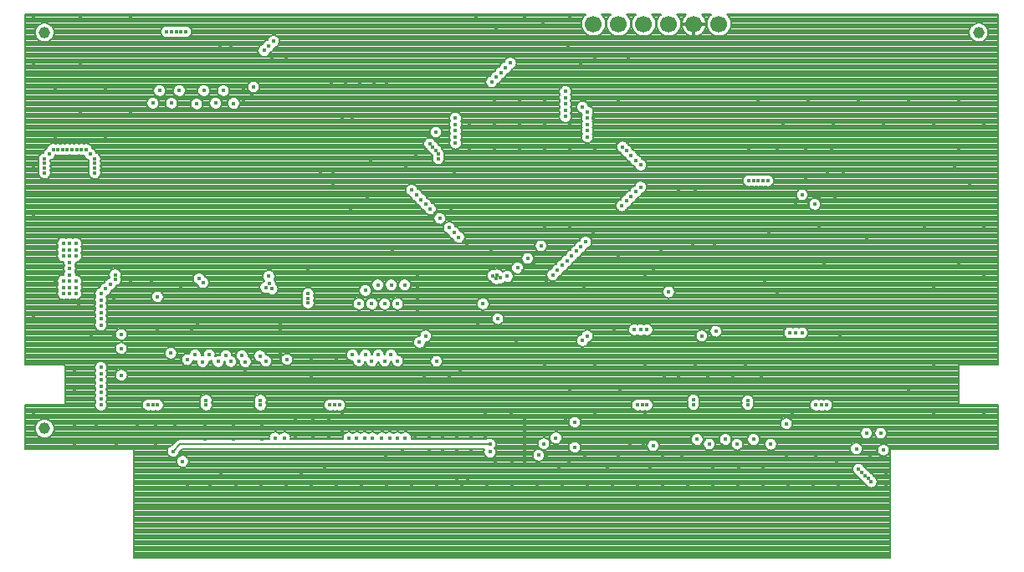
<source format=gbr>
G04 DipTrace 4.0.0.4*
G04 2 - Inner 1.gbr*
%MOIN*%
G04 #@! TF.FileFunction,Copper,L2,Inr*
G04 #@! TF.Part,Single*
%ADD22C,0.045354*%
%ADD27C,0.066929*%
G04 #@! TA.AperFunction,CopperBalancing*
%ADD15C,0.007874*%
%ADD16C,0.011811*%
G04 #@! TA.AperFunction,ViaPad*
%ADD38C,0.017717*%
%FSLAX26Y26*%
G04*
G70*
G90*
G75*
G01*
G04 Inner1_Plane*
%LPD*%
X1012450Y846825D2*
D15*
X1040576Y874951D1*
X2274951D1*
D38*
X2274950Y843701D3*
X1143667Y1031201D3*
X724950D3*
X1360202D3*
X1143667D3*
X3615453D3*
X1360202D3*
X3301969Y1033219D3*
X2899950Y1031201D3*
X949951D3*
X724950D3*
X3085433Y1032907D3*
X3615453Y1031201D3*
X949951D3*
X2899950D3*
X2489025Y876503D3*
X2612450Y862451D3*
Y962451D3*
X1406201Y1493701D3*
X931201Y2234326D3*
X1465576Y1212451D3*
X1099950Y1231176D3*
X1068701Y1211678D3*
X1049950Y806201D3*
X1003076Y1237451D3*
X1393701Y1543701D3*
X1332579Y2298572D3*
X1418701Y899950D3*
X1456201D3*
X1381201Y1206201D3*
X1357882Y1226673D3*
X1299951Y1203076D3*
X1286444Y1227991D3*
X1242092Y1204592D3*
X1222407Y1228618D3*
X1191228Y1204060D3*
X1156201Y1231175D3*
X1129890Y1203533D3*
X1253839Y2233564D3*
X1937450Y899950D3*
X1212451Y2284325D3*
X1906201Y899951D3*
X1181201Y2234326D3*
X1874950Y899950D3*
X1134325Y2284325D3*
X1843701Y899950D3*
X1106200Y2231201D3*
X1806201Y899950D3*
X1037303Y2284325D3*
X1774950Y899950D3*
X1006201Y2234326D3*
X1743701Y899950D3*
X958563Y2284325D3*
X1712450Y899950D3*
X2018701Y1306201D3*
X2246825Y1434325D3*
X2424951Y1615576D3*
X2478076Y1665576D3*
X806201Y1312451D3*
Y1256201D3*
X1012450Y846825D3*
X2274951Y874951D3*
X2537450Y899950D3*
D3*
X2987008Y1481644D3*
X2643701Y2218701D3*
X2468701Y831201D3*
X3212451Y893701D3*
X3174950Y1324951D3*
X2662451Y1306201D3*
X3259325Y874951D3*
X3118701Y1306201D3*
X2643701Y1287451D3*
X3324950Y893701D3*
X3456201Y956201D3*
X3393701Y874951D3*
X3518701Y1868701D3*
X3568701Y1831201D3*
X2924951Y868701D3*
X3099950Y893701D3*
X3148640Y875262D3*
X3842138Y851513D3*
X3831201Y918701D3*
X3734325Y856201D3*
X3774951Y918701D3*
X2061861Y1205610D3*
X2059325Y2118701D3*
X1993701Y1281201D3*
X2306202Y1374950D3*
X806201Y1149950D3*
X2343701Y1543701D3*
X2384325Y1578077D3*
X949950Y1331201D3*
X1934325Y1509325D3*
X1906365Y1434400D3*
X1881201Y1509325D3*
X1855184Y1434400D3*
X1828076Y1509325D3*
X1804003Y1434400D3*
X1778076Y1487451D3*
X1752822Y1434400D3*
X1068701Y1487451D3*
X1085139Y1174701D3*
X1727231Y1231054D3*
X1752822Y1206054D3*
X1778412Y1231054D3*
X1804003Y1206054D3*
X1829593Y1231054D3*
X1855184Y1206054D3*
X1880774Y1231054D3*
X1906365Y1206054D3*
X962451Y2468701D3*
X1203037Y1174776D3*
X1300617Y1170908D3*
X1468701Y1174951D3*
X1199950Y2518701D3*
X1299950D3*
X1562451Y1218701D3*
X1543701Y1337450D3*
X1643701Y2318701D3*
X1756201D3*
X1862451D3*
X949951Y1462450D3*
X1549951Y1474951D3*
X1115576Y1534325D3*
X599950Y1649951D3*
X2106201Y2468701D3*
X1687451Y2174950D3*
X2018701Y2049951D3*
X2168701Y2206201D3*
X2262451Y2299950D3*
X2034325Y2071825D3*
X2137451Y2174950D3*
X2281201Y2318701D3*
X2556201Y2299950D3*
X2574950Y2281201D3*
X2662451Y2199950D3*
X2687451Y2174950D3*
X2782769Y2080348D3*
X2803076Y2059325D3*
X3031201Y1924950D3*
X2799950Y1824950D3*
X2781201Y1806201D3*
X2687451Y1712451D3*
X2656201Y1681201D3*
X2524950Y1549950D3*
X2499950Y1524950D3*
X2287451Y1546825D3*
X2274950Y1574950D3*
X2181201Y1668701D3*
X2149951Y1699950D3*
X2056201Y1793701D3*
X2037451Y1812451D3*
X2224951Y1353428D3*
X3306201Y1924950D3*
X2899950Y1331201D3*
X3518701Y1318701D3*
X3649950Y1987451D3*
X4056201Y2037451D3*
X2687451Y1374950D3*
X2824950Y1512451D3*
X2899950Y1468701D3*
X2956201Y1649951D3*
X2156201Y1165576D3*
X2037451Y1468701D3*
X1887451Y1643701D3*
X1718701Y1943701D3*
Y1806201D3*
X1799950Y2006201D3*
X1874951Y1943701D3*
X3774950Y1693701D3*
X3418701Y1481201D3*
X3606201Y1593701D3*
X3456201Y824950D3*
X2362451Y799950D3*
X787450Y874951D3*
X2412451Y799950D3*
Y974951D3*
X3668701Y1312450D3*
X618701Y943701D3*
X2462451Y799950D3*
X906202Y912451D3*
X3853076Y709325D3*
X2412451Y949951D3*
X706201Y943701D3*
X2412451Y924950D3*
X618701Y1093701D3*
X2412451Y899950D3*
X943701Y949951D3*
X2412451Y874950D3*
X456201Y1196825D3*
X2412451Y849950D3*
X456201Y1384325D3*
X2412451Y824950D3*
X434327Y1584325D3*
X599950Y1624951D3*
X456201Y1784325D3*
X943701Y874951D3*
X599950Y1599951D3*
X456201Y1984325D3*
X906202Y987451D3*
X599950Y1574951D3*
X456201Y2184325D3*
X599950Y1549951D3*
X981201Y987451D3*
X599950Y1524951D3*
X456201Y2384325D3*
X599950Y1499950D3*
X981201Y912451D3*
X599950Y1674950D3*
X456201Y2571825D3*
X724950Y1474950D3*
X981201Y837450D3*
X724950Y1449950D3*
X643701Y2581201D3*
X724950Y1424950D3*
X843701Y2581201D3*
X868701Y949951D3*
X724950Y1399950D3*
X643701Y2393701D3*
X724950Y1374950D3*
X643701Y2193701D3*
X831201Y987451D3*
X724950Y1349951D3*
X774950Y1224950D3*
X781201Y1549951D3*
X743701Y1493701D3*
X762451Y1512451D3*
X781201Y1531201D3*
X687451Y1306201D3*
X1043701Y1506201D3*
X1474951Y1793701D3*
X1599950Y1956201D3*
Y1918701D3*
X1649951Y1956201D3*
Y1912451D3*
Y1868701D3*
X1718701D3*
X1787451Y1862451D3*
X1799951Y1943701D3*
X1037450Y2468701D3*
X1199950Y2456201D3*
X1062451Y2518701D3*
X2018701Y1831201D3*
X1999950Y1849950D3*
X1243701Y2456201D3*
X1374951Y2443701D3*
X1393701Y2462451D3*
X1412451Y2481201D3*
X1043701Y2518701D3*
X1024950D3*
X1724950Y2174950D3*
X1699950Y2318701D3*
X1812451D3*
X1981201Y1868701D3*
X1962451Y1887451D3*
X2131201Y1718701D3*
X2112451Y1737451D3*
X2074951Y1774950D3*
X2543701Y1568701D3*
X2562451Y1587451D3*
X2581201Y1606201D3*
X2599950Y1624951D3*
X2618701Y1643701D3*
X2637451Y1662451D3*
X2818701Y1843701D3*
X2837451Y1862451D3*
X2856201Y1881201D3*
X2874950Y1899950D3*
X2799950Y1824950D3*
X2818701Y2043701D3*
X2837451Y2024950D3*
X2856201Y2006201D3*
X2874950Y1987451D3*
X2662451Y2174950D3*
Y2149951D3*
Y2124951D3*
Y2099951D3*
X2574951Y2256199D3*
Y2231201D3*
Y2206201D3*
Y2181201D3*
X2299950Y2337451D3*
X2318701Y2356201D3*
X2337450Y2374951D3*
X2356201Y2393701D3*
X2046825Y2059325D3*
X2059325Y2046825D3*
X2068701Y2031201D3*
Y2012451D3*
X3324950Y1924950D3*
X3343701D3*
X3362451D3*
X3381201D3*
X3681199Y2018701D3*
X3618701Y1956201D3*
X3587451Y1924950D3*
X3649948Y1924953D3*
X3681197Y1956201D3*
X3618698Y1893701D3*
X3587451Y1862450D3*
X3649950Y1862451D3*
X3681201Y1893701D3*
X4124950Y1974950D3*
X4187450Y1912451D3*
X3306201Y2043701D3*
X3331201Y1874950D3*
X3387451Y1718701D3*
X3493701Y1831201D3*
X3406201Y1943701D3*
X3199950Y2112451D3*
X3418701Y2043701D3*
X3531201D3*
X3637451D3*
X3531201Y1931201D3*
X3793701Y724950D3*
X3474950Y1987451D3*
X3581201D3*
X3337450Y837451D3*
X3493701Y1318701D3*
X3468701D3*
X2874950Y1331201D3*
X2849950D3*
X3224950Y1724950D3*
X3168701Y1668701D3*
X3112451Y1612451D3*
X3056201Y1556201D3*
X2974950D3*
X3031201Y1612451D3*
X3081201Y1668701D3*
X2893701Y1543701D3*
X2843701Y1681201D3*
X2787451Y1624951D3*
X2649951Y1493701D3*
X2712451Y1556201D3*
X2768701Y1331201D3*
X2924950Y1574950D3*
X2768701Y1418701D3*
X2574950D3*
X3093701Y1968701D3*
Y1881201D3*
X2968701Y1943701D3*
X2899950D3*
X3024950Y1993701D3*
Y1881201D3*
X3012451Y2181201D3*
X3199950D3*
X3106201D3*
X1499950Y899950D3*
X1568701D3*
X1631201D3*
X1687451Y924950D3*
X1499950Y974950D3*
X1568701D3*
X1631201D3*
X1687451Y993701D3*
X1512451Y1074950D3*
X1562451D3*
Y1137451D3*
X1440576Y1234325D3*
X2174950Y1074950D3*
X2237450D3*
X2112451Y1137451D3*
X2012451D3*
X1949950Y1074950D3*
X2012451D3*
Y1199950D3*
Y1256201D3*
X1987451Y1362451D3*
Y1412451D3*
Y1456201D3*
Y1506201D3*
X2037451Y1418701D3*
Y1374950D3*
X1968701Y981201D3*
X1974950Y906201D3*
X2199951Y849951D3*
X2143699Y849950D3*
X2087451D3*
Y793701D3*
X2031201Y849950D3*
Y906201D3*
X2087451D3*
X2143702D3*
X2199951D3*
X2256201D3*
X2143702Y793701D3*
Y731201D3*
X2199951Y793701D3*
X2187451Y731201D3*
X2256201Y993701D3*
X2362451Y706201D3*
X2462451D3*
X2499950Y831201D3*
X2549950Y774950D3*
X2540576Y859325D3*
X2574950Y968701D3*
Y918701D3*
X1662451Y1218701D3*
X1293701Y2287451D3*
Y2249951D3*
X1324951Y2268701D3*
X3024950Y1343701D3*
X2968701D3*
X3143701D3*
X3237451D3*
X3356201D3*
X3418701D3*
X2968701Y1149950D3*
X3024950D3*
X3143701D3*
X3243701D3*
X3356201D3*
X3410403Y1150678D3*
X3899951Y1443701D3*
X3883774Y1199483D3*
X456201Y865575D3*
Y1003076D3*
X618699Y1012451D3*
Y1168701D3*
X618701Y874950D3*
X543701Y2093701D3*
Y2293701D3*
Y2493701D3*
X743701D3*
X543701Y1518701D3*
Y1293701D3*
X4281201Y2568701D3*
X4243701Y2343701D3*
Y2143701D3*
Y1943701D3*
Y1743701D3*
Y1543701D3*
Y1393701D3*
Y1193701D3*
X4043701D3*
Y993701D3*
X4243701D3*
X4143701Y893701D3*
X3943701Y1093701D3*
X4143701Y1293701D3*
Y1593701D3*
X4043701Y1493701D3*
X3943701Y1393701D3*
Y1537451D3*
X3793701Y1293701D3*
X3493701Y1243701D3*
X3393701D3*
X3293701Y1193701D3*
X3093701D3*
X2893701D3*
X2693701D3*
X2493701D3*
X2268701Y1390576D3*
X2593701Y1093701D3*
X2793701D3*
X2693701Y993701D3*
X2893701D3*
X4143701Y2443701D3*
X4043701Y2543701D3*
X3843701D3*
X3643701D3*
X3443701D3*
X3243701D3*
X3943701Y2443701D3*
X3743701D3*
X3543701D3*
X3343701D3*
X3143701D3*
X2943701D3*
X3043701Y2343701D3*
X3243701D3*
X3443701D3*
X3643701D3*
X3843701D3*
X4043701D3*
X3943701Y2243701D3*
X4143701D3*
X3743701D3*
X3543701D3*
X3343701D3*
X4043701Y2143701D3*
X4143701Y2043701D3*
X3843701Y2143701D3*
X3643701D3*
X3443701D3*
X743701Y2293701D3*
Y2093701D3*
X843701Y2193701D3*
Y1993701D3*
X743701Y1893701D3*
X3362451Y781201D3*
X3393701Y837451D3*
X2393701Y2343701D3*
X2293701Y2243701D3*
X2193701Y2143701D3*
X2293701Y2043701D3*
X2393701Y1943701D3*
Y2143701D3*
X2493701Y2243701D3*
X2131201Y1956201D3*
X2237451Y1846825D3*
X2493701Y2043701D3*
X2137451Y2149951D3*
Y2124951D3*
Y2099951D3*
X2593701Y2143701D3*
X2693701Y2043701D3*
X2593701Y1943701D3*
X2493701Y1843701D3*
X2359325Y1731201D3*
X2549951Y1659325D3*
X2593701Y1743701D3*
X2693701Y1843701D3*
X2793701Y1943701D3*
X2193701Y2043701D3*
X2293701Y2143701D3*
X2393701Y2243701D3*
X2493701Y2143701D3*
X2393701Y2043701D3*
X2293701Y1943701D3*
X2393701Y1843701D3*
X2493701Y1943701D3*
X2593701Y2043701D3*
X2693701Y1943701D3*
X2593701Y1843701D3*
X2493701Y1743701D3*
X2421825Y1362450D3*
X2243701Y1603076D3*
X2212451Y1634325D3*
X1928076Y1918701D3*
X2421825Y1465576D3*
X2449951Y1590576D3*
X2137451Y2074951D3*
Y2174950D3*
X1406201Y2412450D3*
X1399951Y2343701D3*
X1437451Y2468701D3*
X1462450Y2412450D3*
X724950Y1056201D3*
X1506201Y2468701D3*
X724950Y1081201D3*
Y1106201D3*
Y1131201D3*
Y1156201D3*
Y1181201D3*
X1143701Y1049950D3*
X1359941Y1049623D3*
X1674951Y1031201D3*
X3085344Y1050559D3*
X3301756Y1047865D3*
X3594298Y1030560D3*
X3573911Y1030735D3*
X3943701Y893701D3*
X4043701Y1393701D3*
X1956201Y1437451D3*
X1987451Y1549950D3*
X2412450Y2581201D3*
X2218701D3*
X2593701D3*
X2412451Y2493701D3*
X2299951Y2531201D3*
X2487451Y2549950D3*
X774950Y1449950D3*
Y1374950D3*
Y1312451D3*
X868701Y1199950D3*
X968701D3*
X774950Y1074950D3*
X868701D3*
X2587451Y2456201D3*
X2693701Y2418701D3*
X2824950D3*
X2718701Y2324950D3*
X2787451Y2249950D3*
X2818701Y2212451D3*
X2912451Y2343701D3*
X2637451Y2393701D3*
X843701Y1518701D3*
X924950D3*
X1140576Y956201D3*
X1253076D3*
X1365576D3*
X1140576Y818701D3*
X1203076Y753076D3*
X1159325Y709325D3*
X1034325Y771825D3*
X1068699Y709325D3*
X981201Y724950D3*
X1018701Y949951D3*
X1253076Y893701D3*
X1140576D3*
X1365576D3*
X1362450Y709325D3*
X1262451D3*
X1462451D3*
X1562451Y706201D3*
X1662451D3*
X1762451D3*
X1862451D3*
X1962451D3*
X2062451D3*
X2262451D3*
X2562451D3*
X2662451D3*
X2762451D3*
X2862451D3*
X2962451D3*
X3062451D3*
X3162451D3*
X3262451D3*
X3362451D3*
X3462451D3*
X3562451D3*
X3662451D3*
X3756201Y762451D3*
X2162451Y706201D3*
X1421825Y743701D3*
X1521825Y759325D3*
X1615576Y774950D3*
X1693701Y787451D3*
X1753076Y818701D3*
X1859325Y831201D3*
X1924950Y853076D3*
X2359325Y896825D3*
X2296825Y803076D3*
X2587451Y746825D3*
X2774951Y884325D3*
X2706201D3*
X2653076Y831201D3*
X2693701Y771825D3*
X2831201Y874950D3*
X2743701Y781201D3*
X2874951Y815576D3*
X2884325Y874950D3*
X2912451Y781201D3*
X2787451Y831201D3*
X2962450D3*
X3040576D3*
X3431201Y915576D3*
X3562451D3*
X3478076Y1103076D3*
X3587451Y1243701D3*
X3478076Y993701D3*
X3571825Y828076D3*
X3790576D3*
X3690576Y768701D3*
X3743701Y774951D3*
X2590576Y806201D3*
X3768701Y749950D3*
X3781201Y737451D3*
X1006201Y2518701D3*
X987451D3*
X3853076Y759325D3*
Y812451D3*
X1549951Y1574951D3*
X1499950Y1443701D3*
X1109325Y1349951D3*
X1440576Y1353076D3*
Y1328076D3*
X1084325D3*
X1131201Y1518701D3*
X1396825Y1515576D3*
X1381201Y1499950D3*
X1549950Y1456201D3*
Y1437451D3*
X3081201Y962451D3*
X3193701D3*
X3306201D3*
X574950Y1674950D3*
X624950D3*
X574950Y1649951D3*
X624950D3*
Y1624951D3*
X574950D3*
Y1524951D3*
X624950D3*
Y1499950D3*
X574950D3*
Y1474950D3*
X599950D3*
X624950D3*
X731201Y1531201D3*
X634325Y1424950D3*
X690576Y1631201D3*
X4006201Y1740576D3*
X3587451Y1737451D3*
X3368701Y1521825D3*
X2359325Y993701D3*
X499951Y2012451D3*
Y1993701D3*
Y1974951D3*
Y1956201D3*
X699951Y2012451D3*
Y1993701D3*
Y1974951D3*
Y1956201D3*
X571825Y2049951D3*
X590576D3*
X609325D3*
X628076D3*
X553076D3*
X646825D3*
X665576D3*
X534325D3*
X518701Y2031201D3*
X681201D3*
X931201Y1031201D3*
X912451D3*
X2881201D3*
X2862451D3*
X1656201D3*
X1637451D3*
X3162451Y781201D3*
X3265576D3*
X2824951Y765576D3*
X3656201Y809325D3*
X1940576Y1984325D3*
X1978076Y2021825D3*
X2149951Y1846825D3*
X2315576Y1684325D3*
X2278076Y1646825D3*
X2118701Y1806201D3*
X2299951Y1534325D3*
X2303076Y1549951D3*
X2287451Y1546825D3*
D3*
X2315576Y1537451D3*
X2378076Y1278076D3*
X2406201Y1565576D3*
X1443701Y1824951D3*
X1021825Y890576D3*
X424413Y2580446D2*
D15*
X2647840D1*
X2727063D2*
X2747834D1*
X2827065D2*
X2847835D1*
X2927066D2*
X2947837D1*
X3027060D2*
X3047838D1*
X3127062D2*
X3147840D1*
X3227063D2*
X4299999D1*
X424413Y2572703D2*
X2642850D1*
X2732054D2*
X2742851D1*
X2832055D2*
X2842845D1*
X2932049D2*
X2942846D1*
X3032050D2*
X3042848D1*
X3132052D2*
X3142850D1*
X3232054D2*
X4299999D1*
X424413Y2564961D2*
X2639628D1*
X2735268D2*
X2739629D1*
X2835269D2*
X2839631D1*
X2935271D2*
X2939632D1*
X3035272D2*
X3039626D1*
X3135274D2*
X3139628D1*
X3235268D2*
X4299999D1*
X424413Y2557218D2*
X2637828D1*
X3237067D2*
X4299999D1*
X424413Y2549475D2*
X480740D1*
X519163D2*
X2637298D1*
X3237605D2*
X4202612D1*
X4241035D2*
X4299999D1*
X424413Y2541732D2*
X470798D1*
X529105D2*
X977564D1*
X1072336D2*
X2637982D1*
X3236921D2*
X4192677D1*
X4250977D2*
X4299999D1*
X424413Y2533990D2*
X465261D1*
X534642D2*
X967184D1*
X1082716D2*
X2639943D1*
X2734960D2*
X2739944D1*
X2834954D2*
X2839946D1*
X2934956D2*
X2939948D1*
X3034957D2*
X3039941D1*
X3134959D2*
X3139943D1*
X3234960D2*
X4187133D1*
X4256521D2*
X4299999D1*
X424413Y2526247D2*
X462086D1*
X537818D2*
X963077D1*
X1086823D2*
X2643357D1*
X2731546D2*
X2743359D1*
X2831548D2*
X2843352D1*
X2931541D2*
X2943354D1*
X3031543D2*
X3043356D1*
X3131545D2*
X3143357D1*
X3231546D2*
X4183957D1*
X4259689D2*
X4299999D1*
X424413Y2518504D2*
X460694D1*
X539209D2*
X961901D1*
X1087999D2*
X2648601D1*
X2726294D2*
X2748603D1*
X2826296D2*
X2848604D1*
X2926297D2*
X2948606D1*
X3026299D2*
X3048600D1*
X3126300D2*
X3148601D1*
X3226294D2*
X4182566D1*
X4261081D2*
X4299999D1*
X424413Y2510761D2*
X460886D1*
X539017D2*
X963208D1*
X1086692D2*
X2656637D1*
X2718266D2*
X2756638D1*
X2818268D2*
X2856632D1*
X2918262D2*
X2956634D1*
X3018263D2*
X3056635D1*
X3118265D2*
X3156637D1*
X3218266D2*
X4182758D1*
X4260897D2*
X4299999D1*
X424413Y2503018D2*
X462685D1*
X537218D2*
X967499D1*
X1082401D2*
X1399947D1*
X1424952D2*
X2671339D1*
X2703564D2*
X2771341D1*
X2803558D2*
X2871342D1*
X2903559D2*
X2971336D1*
X3003561D2*
X3071338D1*
X3103563D2*
X3171339D1*
X3203564D2*
X4184557D1*
X4259097D2*
X4299999D1*
X424413Y2495276D2*
X466353D1*
X533550D2*
X978633D1*
X1071267D2*
X1391289D1*
X1433618D2*
X4188225D1*
X4255422D2*
X4299999D1*
X424413Y2487533D2*
X472666D1*
X527237D2*
X1387721D1*
X1437178D2*
X4194538D1*
X4249109D2*
X4299999D1*
X424413Y2479790D2*
X484746D1*
X515157D2*
X1375233D1*
X1437962D2*
X4206618D1*
X4237036D2*
X4299999D1*
X424413Y2472047D2*
X1370081D1*
X1436247D2*
X4299999D1*
X424413Y2464304D2*
X1360423D1*
X1431342D2*
X4299999D1*
X424413Y2456562D2*
X1353003D1*
X1418539D2*
X4299999D1*
X424413Y2448819D2*
X1349935D1*
X1415163D2*
X4299999D1*
X424413Y2441076D2*
X1349542D1*
X1406989D2*
X4299999D1*
X424413Y2433333D2*
X1351672D1*
X1398231D2*
X4299999D1*
X424413Y2425591D2*
X1357278D1*
X1392625D2*
X4299999D1*
X424413Y2417848D2*
X2349919D1*
X2362482D2*
X4299999D1*
X424413Y2410105D2*
X2336863D1*
X2375539D2*
X4299999D1*
X424413Y2402362D2*
X2332210D1*
X2380191D2*
X4299999D1*
X424413Y2394619D2*
X2321614D1*
X2381737D2*
X4299999D1*
X424413Y2386877D2*
X2314963D1*
X2380791D2*
X4299999D1*
X424413Y2379134D2*
X2308565D1*
X2377015D2*
X4299999D1*
X424413Y2371391D2*
X2298354D1*
X2367734D2*
X4299999D1*
X424413Y2363648D2*
X2294294D1*
X2360268D2*
X4299999D1*
X424413Y2355906D2*
X2282652D1*
X2354062D2*
X4299999D1*
X424413Y2348163D2*
X2276839D1*
X2342913D2*
X4299999D1*
X424413Y2340420D2*
X2268519D1*
X2338576D2*
X4299999D1*
X424413Y2332677D2*
X2259968D1*
X2327226D2*
X4299999D1*
X424413Y2324934D2*
X2256446D1*
X2322105D2*
X4299999D1*
X424413Y2317192D2*
X1315463D1*
X1349695D2*
X2255693D1*
X2314977D2*
X4299999D1*
X424413Y2309449D2*
X1309542D1*
X1355616D2*
X2257446D1*
X2304957D2*
X4299999D1*
X424413Y2301706D2*
X940132D1*
X976994D2*
X1018872D1*
X1055734D2*
X1115898D1*
X1152752D2*
X1194023D1*
X1230877D2*
X1307227D1*
X1357930D2*
X2262405D1*
X2299998D2*
X2560280D1*
X2589622D2*
X4299999D1*
X424413Y2293963D2*
X934965D1*
X982161D2*
X1013705D1*
X1060901D2*
X1110723D1*
X1157927D2*
X1188856D1*
X1236052D2*
X1307458D1*
X1357699D2*
X2279276D1*
X2283126D2*
X2552944D1*
X2596957D2*
X4299999D1*
X424413Y2286220D2*
X933081D1*
X984045D2*
X1011821D1*
X1062785D2*
X1108847D1*
X1159803D2*
X1186972D1*
X1237928D2*
X1310326D1*
X1354831D2*
X2549915D1*
X2599987D2*
X4299999D1*
X424413Y2278478D2*
X933711D1*
X983415D2*
X1012452D1*
X1062155D2*
X1109477D1*
X1159173D2*
X1187602D1*
X1237305D2*
X1317316D1*
X1347842D2*
X2549546D1*
X2600348D2*
X4299999D1*
X424413Y2270735D2*
X937072D1*
X980054D2*
X1015812D1*
X1058794D2*
X1112838D1*
X1155812D2*
X1190963D1*
X1233937D2*
X2551722D1*
X2598180D2*
X4299999D1*
X424413Y2262992D2*
X945199D1*
X971927D2*
X1023940D1*
X1050667D2*
X1120965D1*
X1147685D2*
X1199090D1*
X1225817D2*
X2550353D1*
X2599556D2*
X4299999D1*
X424413Y2255249D2*
X917164D1*
X945236D2*
X992167D1*
X1020232D2*
X1099504D1*
X1112898D2*
X1167164D1*
X1195236D2*
X1241090D1*
X1266587D2*
X2549415D1*
X2600487D2*
X4299999D1*
X424413Y2247507D2*
X909451D1*
X952957D2*
X984447D1*
X1027952D2*
X1086778D1*
X1125624D2*
X1159451D1*
X1202957D2*
X1232586D1*
X1275092D2*
X2550976D1*
X2598926D2*
X4299999D1*
X424413Y2239764D2*
X906252D1*
X956148D2*
X981255D1*
X1031151D2*
X1082180D1*
X1130222D2*
X1156252D1*
X1206148D2*
X1229079D1*
X1278598D2*
X2550930D1*
X2598972D2*
X2629893D1*
X2657512D2*
X4299999D1*
X424413Y2232021D2*
X905760D1*
X956648D2*
X980756D1*
X1031643D2*
X1080665D1*
X1131737D2*
X1155760D1*
X1206648D2*
X1228333D1*
X1279344D2*
X2549415D1*
X2600487D2*
X2622034D1*
X2665363D2*
X4299999D1*
X424413Y2224278D2*
X907783D1*
X954625D2*
X982778D1*
X1029621D2*
X1081634D1*
X1130768D2*
X1157783D1*
X1204625D2*
X1230094D1*
X1277583D2*
X2550384D1*
X2599518D2*
X2618789D1*
X2668615D2*
X4299999D1*
X424413Y2216535D2*
X913188D1*
X949212D2*
X988184D1*
X1024215D2*
X1085455D1*
X1126939D2*
X1163188D1*
X1199212D2*
X1235069D1*
X1272608D2*
X2551660D1*
X2598241D2*
X2618243D1*
X2681626D2*
X4299999D1*
X424413Y2208793D2*
X1094875D1*
X1117527D2*
X2549538D1*
X2600364D2*
X2620219D1*
X2686370D2*
X4299999D1*
X424413Y2201050D2*
X2549945D1*
X2599964D2*
X2625541D1*
X2687978D2*
X4299999D1*
X424413Y2193307D2*
X2120043D1*
X2154859D2*
X2552560D1*
X2597342D2*
X2637805D1*
X2687093D2*
X4299999D1*
X424413Y2185564D2*
X2114291D1*
X2160611D2*
X2549784D1*
X2600118D2*
X2639289D1*
X2685609D2*
X4299999D1*
X424413Y2177822D2*
X2112069D1*
X2162833D2*
X2549630D1*
X2600271D2*
X2637067D1*
X2687839D2*
X4299999D1*
X424413Y2170079D2*
X2112384D1*
X2162518D2*
X2552037D1*
X2597865D2*
X2637382D1*
X2687516D2*
X4299999D1*
X424413Y2162336D2*
X2115221D1*
X2159680D2*
X2558119D1*
X2591782D2*
X2640220D1*
X2684686D2*
X4299999D1*
X424413Y2154593D2*
X2112338D1*
X2162564D2*
X2637336D1*
X2687562D2*
X4299999D1*
X424413Y2146850D2*
X2112092D1*
X2162810D2*
X2637098D1*
X2687808D2*
X4299999D1*
X424413Y2139108D2*
X2044509D1*
X2074143D2*
X2114399D1*
X2160503D2*
X2639397D1*
X2685502D2*
X4299999D1*
X424413Y2131365D2*
X2037258D1*
X2081394D2*
X2112745D1*
X2162156D2*
X2637744D1*
X2687155D2*
X4299999D1*
X424413Y2123622D2*
X2034267D1*
X2084385D2*
X2111938D1*
X2162964D2*
X2636936D1*
X2687970D2*
X4299999D1*
X424413Y2115879D2*
X2033936D1*
X2084716D2*
X2113622D1*
X2161280D2*
X2638620D1*
X2686278D2*
X4299999D1*
X424413Y2108136D2*
X2036143D1*
X2082509D2*
X2113291D1*
X2161610D2*
X2638290D1*
X2686609D2*
X4299999D1*
X424413Y2100394D2*
X2041864D1*
X2076788D2*
X2111907D1*
X2163002D2*
X2636906D1*
X2688001D2*
X4299999D1*
X424413Y2092651D2*
X2020141D1*
X2048514D2*
X2112999D1*
X2161903D2*
X2637998D1*
X2686901D2*
X4299999D1*
X424413Y2084908D2*
X2012513D1*
X2056142D2*
X2113991D1*
X2160911D2*
X2641996D1*
X2682910D2*
X4299999D1*
X424413Y2077165D2*
X2009360D1*
X2064785D2*
X2111999D1*
X2162902D2*
X2651969D1*
X2672937D2*
X2785112D1*
X2821036D2*
X4299999D1*
X424413Y2069423D2*
X518234D1*
X681664D2*
X2008891D1*
X2070244D2*
X2112522D1*
X2162379D2*
X2779676D1*
X2826473D2*
X4299999D1*
X424413Y2061680D2*
X511729D1*
X688177D2*
X2010944D1*
X2079925D2*
X2115760D1*
X2159150D2*
X2777638D1*
X2836515D2*
X4299999D1*
X424413Y2053937D2*
X508099D1*
X691799D2*
X2016412D1*
X2083831D2*
X2123564D1*
X2151337D2*
X2778115D1*
X2842036D2*
X4299999D1*
X424413Y2046194D2*
X498203D1*
X701696D2*
X2025039D1*
X2089199D2*
X2781291D1*
X2850963D2*
X4299999D1*
X424413Y2038451D2*
X494235D1*
X705663D2*
X2032713D1*
X2093166D2*
X2788965D1*
X2858999D2*
X4299999D1*
X424413Y2030709D2*
X482432D1*
X717467D2*
X2039734D1*
X2094251D2*
X2796831D1*
X2862321D2*
X4299999D1*
X424413Y2022966D2*
X476742D1*
X542846D2*
X657060D1*
X723157D2*
X2044555D1*
X2092843D2*
X2804375D1*
X2875216D2*
X4299999D1*
X424413Y2015223D2*
X474558D1*
X538410D2*
X661497D1*
X725348D2*
X2043302D1*
X2094097D2*
X2813894D1*
X2880053D2*
X4299999D1*
X424413Y2007480D2*
X474904D1*
X526599D2*
X673300D1*
X725002D2*
X2043655D1*
X2093751D2*
X2819115D1*
X2890303D2*
X4299999D1*
X424413Y1999738D2*
X475150D1*
X524753D2*
X675145D1*
X724756D2*
X2046662D1*
X2090736D2*
X2831511D1*
X2897239D2*
X4299999D1*
X424413Y1991995D2*
X474458D1*
X525445D2*
X674461D1*
X725441D2*
X2053959D1*
X2083447D2*
X2835132D1*
X2900084D2*
X4299999D1*
X424413Y1984252D2*
X476211D1*
X523692D2*
X676214D1*
X723687D2*
X2843945D1*
X2900291D2*
X4299999D1*
X424413Y1976509D2*
X474450D1*
X525453D2*
X674446D1*
X725456D2*
X2851949D1*
X2897954D2*
X4299999D1*
X424413Y1968766D2*
X475188D1*
X524715D2*
X675184D1*
X724718D2*
X2857909D1*
X2891987D2*
X4299999D1*
X424413Y1961024D2*
X474873D1*
X525030D2*
X674876D1*
X725025D2*
X4299999D1*
X424413Y1953281D2*
X474573D1*
X525330D2*
X674576D1*
X725333D2*
X4299999D1*
X424413Y1945538D2*
X476811D1*
X523092D2*
X676814D1*
X723088D2*
X3291648D1*
X3395747D2*
X4299999D1*
X424413Y1937795D2*
X482593D1*
X517310D2*
X682596D1*
X717305D2*
X3284244D1*
X3403160D2*
X4299999D1*
X424413Y1930052D2*
X3281183D1*
X3406220D2*
X4299999D1*
X424413Y1922310D2*
X2863522D1*
X2886381D2*
X3280791D1*
X3406612D2*
X4299999D1*
X424413Y1914567D2*
X2854172D1*
X2895724D2*
X3282929D1*
X3404467D2*
X4299999D1*
X424413Y1906824D2*
X1946238D1*
X1978662D2*
X2850373D1*
X2899530D2*
X3288542D1*
X3398861D2*
X4299999D1*
X424413Y1899081D2*
X1939801D1*
X1985099D2*
X2838277D1*
X2900484D2*
X4299999D1*
X424413Y1891339D2*
X1937210D1*
X1992027D2*
X2832818D1*
X2898953D2*
X3507876D1*
X3529528D2*
X4299999D1*
X424413Y1883596D2*
X1937202D1*
X2001769D2*
X2823775D1*
X2894332D2*
X3498134D1*
X3539271D2*
X4299999D1*
X424413Y1875853D2*
X1939786D1*
X2005699D2*
X2815840D1*
X2881445D2*
X3494204D1*
X3543200D2*
X4299999D1*
X424413Y1868110D2*
X1946199D1*
X2017571D2*
X2812556D1*
X2878007D2*
X3493159D1*
X3544246D2*
X4299999D1*
X424413Y1860367D2*
X1957095D1*
X2023200D2*
X2799599D1*
X2870372D2*
X3494597D1*
X3542808D2*
X4299999D1*
X424413Y1852625D2*
X1961578D1*
X2031912D2*
X2794817D1*
X2860967D2*
X3499080D1*
X3538325D2*
X3555490D1*
X3581909D2*
X4299999D1*
X424413Y1844882D2*
X1973635D1*
X2040132D2*
X2784467D1*
X2855693D2*
X3511137D1*
X3526260D2*
X3547269D1*
X3590129D2*
X4299999D1*
X424413Y1837139D2*
X1977972D1*
X2043531D2*
X2777607D1*
X2843366D2*
X3543871D1*
X3593528D2*
X4299999D1*
X424413Y1829396D2*
X1985354D1*
X2056295D2*
X2774801D1*
X2839706D2*
X3543217D1*
X3594189D2*
X4299999D1*
X424413Y1821654D2*
X1995066D1*
X2061232D2*
X2774616D1*
X2830763D2*
X3545063D1*
X3592336D2*
X4299999D1*
X424413Y1813911D2*
X2000187D1*
X2062962D2*
X2776992D1*
X2822905D2*
X3550184D1*
X3587215D2*
X4299999D1*
X424413Y1806168D2*
X2012713D1*
X2062193D2*
X2783021D1*
X2816876D2*
X4299999D1*
X424413Y1798425D2*
X2016258D1*
X2058648D2*
X2066278D1*
X2083624D2*
X4299999D1*
X424413Y1790682D2*
X2024862D1*
X2050044D2*
X2055044D1*
X2094866D2*
X4299999D1*
X424413Y1782940D2*
X2050722D1*
X2099180D2*
X4299999D1*
X424413Y1775197D2*
X2049399D1*
X2100502D2*
X4299999D1*
X424413Y1767454D2*
X2050561D1*
X2099341D2*
X4299999D1*
X424413Y1759711D2*
X2054644D1*
X2095258D2*
X2100811D1*
X2124093D2*
X4299999D1*
X424413Y1751969D2*
X2064940D1*
X2084962D2*
X2091599D1*
X2133298D2*
X4299999D1*
X424413Y1744226D2*
X2087847D1*
X2137058D2*
X4299999D1*
X424413Y1736483D2*
X2086916D1*
X2149223D2*
X4299999D1*
X424413Y1728740D2*
X2088485D1*
X2154628D2*
X4299999D1*
X424413Y1720997D2*
X2093160D1*
X2163786D2*
X4299999D1*
X424413Y1713255D2*
X2106255D1*
X2171622D2*
X4299999D1*
X424413Y1705512D2*
X2109454D1*
X2174867D2*
X2650701D1*
X2661703D2*
X4299999D1*
X424413Y1697769D2*
X564540D1*
X585354D2*
X589546D1*
X610360D2*
X614545D1*
X635358D2*
X2117182D1*
X2175405D2*
X2637006D1*
X2675390D2*
X4299999D1*
X424413Y1690026D2*
X554521D1*
X645386D2*
X2126479D1*
X2173429D2*
X2473358D1*
X2482792D2*
X2632277D1*
X2680127D2*
X4299999D1*
X424413Y1682283D2*
X550507D1*
X649392D2*
X2131807D1*
X2168093D2*
X2459010D1*
X2497140D2*
X2621834D1*
X2681726D2*
X4299999D1*
X424413Y1674541D2*
X549399D1*
X650499D2*
X2454204D1*
X2501946D2*
X2615052D1*
X2680842D2*
X4299999D1*
X424413Y1666798D2*
X550776D1*
X649123D2*
X2452558D1*
X2503599D2*
X2608985D1*
X2677135D2*
X4299999D1*
X424413Y1659055D2*
X551130D1*
X648769D2*
X2453396D1*
X2502754D2*
X2598481D1*
X2668069D2*
X4299999D1*
X424413Y1651312D2*
X549438D1*
X650461D2*
X2457049D1*
X2499109D2*
X2594352D1*
X2660357D2*
X4299999D1*
X424413Y1643570D2*
X550238D1*
X649669D2*
X2465930D1*
X2490220D2*
X2582833D1*
X2654259D2*
X4299999D1*
X424413Y1635827D2*
X551914D1*
X647985D2*
X2409912D1*
X2439992D2*
X2576912D1*
X2642963D2*
X4299999D1*
X424413Y1628084D2*
X549599D1*
X650299D2*
X2402792D1*
X2447113D2*
X2568823D1*
X2638703D2*
X4299999D1*
X424413Y1620341D2*
X549830D1*
X650068D2*
X2399862D1*
X2450042D2*
X2560080D1*
X2627707D2*
X4299999D1*
X424413Y1612598D2*
X552698D1*
X647200D2*
X2399578D1*
X2450319D2*
X2556489D1*
X2622202D2*
X4299999D1*
X424413Y1604856D2*
X559696D1*
X640211D2*
X2401839D1*
X2448058D2*
X2544048D1*
X2615212D2*
X4299999D1*
X424413Y1597113D2*
X574559D1*
X625339D2*
X2367697D1*
X2400953D2*
X2407659D1*
X2442245D2*
X2538865D1*
X2605024D2*
X4299999D1*
X424413Y1589370D2*
X576774D1*
X623125D2*
X2361500D1*
X2407150D2*
X2529276D1*
X2600156D2*
X4299999D1*
X424413Y1581627D2*
X575313D1*
X624586D2*
X2359031D1*
X2409619D2*
X2521794D1*
X2587307D2*
X4299999D1*
X424413Y1573885D2*
X574421D1*
X625478D2*
X774055D1*
X788348D2*
X2295932D1*
X2310225D2*
X2359131D1*
X2409519D2*
X2517811D1*
X2583954D2*
X4299999D1*
X424413Y1566142D2*
X576020D1*
X623878D2*
X761675D1*
X800728D2*
X1382446D1*
X1404959D2*
X2271171D1*
X2322605D2*
X2332441D1*
X2354962D2*
X2361838D1*
X2406812D2*
X2505423D1*
X2575857D2*
X4299999D1*
X424413Y1558399D2*
X575882D1*
X624017D2*
X757138D1*
X805265D2*
X1108985D1*
X1122171D2*
X1372980D1*
X1414417D2*
X2264774D1*
X2364420D2*
X2368505D1*
X2400145D2*
X2500887D1*
X2567007D2*
X4299999D1*
X424413Y1550656D2*
X574406D1*
X625493D2*
X755662D1*
X806741D2*
X1096174D1*
X1134982D2*
X1369143D1*
X1418254D2*
X2262198D1*
X2368257D2*
X2499410D1*
X2561447D2*
X4299999D1*
X424413Y1542913D2*
X557112D1*
X642787D2*
X756669D1*
X805734D2*
X1091561D1*
X1139588D2*
X1368159D1*
X1419238D2*
X2262213D1*
X2369241D2*
X2500418D1*
X2549482D2*
X4299999D1*
X424413Y1535171D2*
X551606D1*
X648292D2*
X751809D1*
X806434D2*
X1090038D1*
X1150484D2*
X1369666D1*
X1417739D2*
X2264812D1*
X2367734D2*
X2504293D1*
X2545607D2*
X4299999D1*
X424413Y1527428D2*
X549522D1*
X650376D2*
X741944D1*
X806465D2*
X1091007D1*
X1155167D2*
X1374249D1*
X1419354D2*
X1810388D1*
X1845765D2*
X1863514D1*
X1898884D2*
X1916641D1*
X1952011D2*
X2271271D1*
X2363151D2*
X2513866D1*
X2536034D2*
X4299999D1*
X424413Y1519685D2*
X549968D1*
X649938D2*
X737984D1*
X803912D2*
X1094813D1*
X1156735D2*
X1365452D1*
X1422030D2*
X1804797D1*
X1851356D2*
X1857924D1*
X1904482D2*
X1911043D1*
X1957609D2*
X2279192D1*
X2350525D2*
X4299999D1*
X424413Y1511942D2*
X552498D1*
X647400D2*
X726165D1*
X797552D2*
X1104195D1*
X1155812D2*
X1358747D1*
X1423737D2*
X1773624D1*
X1782527D2*
X1802660D1*
X1959739D2*
X2288573D1*
X2311332D2*
X4299999D1*
X424413Y1504199D2*
X549769D1*
X650138D2*
X720482D1*
X786587D2*
X1110338D1*
X1152060D2*
X1356017D1*
X1429419D2*
X1759045D1*
X1797106D2*
X1803060D1*
X1959339D2*
X2975996D1*
X2998017D2*
X4299999D1*
X424413Y1496457D2*
X549646D1*
X650253D2*
X711886D1*
X782143D2*
X1119527D1*
X1142871D2*
X1355894D1*
X1431595D2*
X1536889D1*
X1563016D2*
X1754224D1*
X1801935D2*
X1806128D1*
X1850018D2*
X1859254D1*
X1903144D2*
X1912381D1*
X1956271D2*
X2966376D1*
X3007644D2*
X4299999D1*
X424413Y1488714D2*
X552098D1*
X647808D2*
X703573D1*
X770293D2*
X1358347D1*
X1431242D2*
X1528576D1*
X1571328D2*
X1752555D1*
X1803596D2*
X1813563D1*
X1842590D2*
X1866690D1*
X1895716D2*
X1919809D1*
X1948843D2*
X2962485D1*
X3011527D2*
X4299999D1*
X424413Y1480971D2*
X550145D1*
X649761D2*
X700144D1*
X765733D2*
X932727D1*
X967174D2*
X1364506D1*
X1428227D2*
X1525147D1*
X1574758D2*
X1753386D1*
X1802766D2*
X2961463D1*
X3012550D2*
X4299999D1*
X424413Y1473228D2*
X549461D1*
X650445D2*
X699459D1*
X758421D2*
X926868D1*
X973034D2*
X1391481D1*
X1420922D2*
X1524463D1*
X1575442D2*
X1757015D1*
X1799136D2*
X2962931D1*
X3011081D2*
X4299999D1*
X424413Y1465486D2*
X551276D1*
X648623D2*
X701282D1*
X748624D2*
X924584D1*
X975318D2*
X1526208D1*
X1573697D2*
X1765858D1*
X1790301D2*
X2967453D1*
X3006560D2*
X4299999D1*
X424413Y1457743D2*
X556351D1*
X643548D2*
X700659D1*
X749240D2*
X924853D1*
X975048D2*
X1524447D1*
X1575450D2*
X1743766D1*
X1761881D2*
X1794947D1*
X1813062D2*
X1846128D1*
X1864243D2*
X1897309D1*
X1915424D2*
X2237984D1*
X2255668D2*
X2979741D1*
X2994272D2*
X4299999D1*
X424413Y1450000D2*
X699398D1*
X750501D2*
X927760D1*
X972142D2*
X1525185D1*
X1574712D2*
X1732801D1*
X1772838D2*
X1783982D1*
X1824020D2*
X1835163D1*
X1875201D2*
X1886344D1*
X1926382D2*
X2226865D1*
X2266787D2*
X4299999D1*
X424413Y1442257D2*
X700621D1*
X749278D2*
X934826D1*
X965075D2*
X1524870D1*
X1575027D2*
X1728549D1*
X1930634D2*
X2222582D1*
X2271070D2*
X4299999D1*
X424413Y1434514D2*
X701320D1*
X748578D2*
X1524570D1*
X1575327D2*
X1727272D1*
X1931918D2*
X2221274D1*
X2272377D2*
X4299999D1*
X424413Y1426772D2*
X699467D1*
X750431D2*
X1526823D1*
X1573081D2*
X1728472D1*
X1930711D2*
X2222451D1*
X2271193D2*
X4299999D1*
X424413Y1419029D2*
X700121D1*
X749785D2*
X1532613D1*
X1567284D2*
X1732616D1*
X1773023D2*
X1783798D1*
X1824204D2*
X1834979D1*
X1875385D2*
X1886160D1*
X1926566D2*
X2226565D1*
X2267087D2*
X4299999D1*
X424413Y1411286D2*
X702143D1*
X747755D2*
X1743143D1*
X1762496D2*
X1794324D1*
X1813677D2*
X1845506D1*
X1864858D2*
X1896687D1*
X1916039D2*
X2236961D1*
X2256691D2*
X4299999D1*
X424413Y1403543D2*
X699659D1*
X750239D2*
X4299999D1*
X424413Y1395801D2*
X699752D1*
X750155D2*
X2292056D1*
X2320352D2*
X4299999D1*
X424413Y1388058D2*
X702443D1*
X747456D2*
X2284405D1*
X2328003D2*
X4299999D1*
X424413Y1380315D2*
X699990D1*
X749916D2*
X2281237D1*
X2331163D2*
X4299999D1*
X424413Y1372572D2*
X699513D1*
X750385D2*
X2280768D1*
X2331640D2*
X4299999D1*
X424413Y1364829D2*
X701559D1*
X748340D2*
X2282813D1*
X2329594D2*
X4299999D1*
X424413Y1357087D2*
X700451D1*
X749455D2*
X2288265D1*
X2324143D2*
X4299999D1*
X424413Y1349344D2*
X699406D1*
X750493D2*
X2832310D1*
X2917593D2*
X3169893D1*
X3180011D2*
X4299999D1*
X424413Y1341601D2*
X700851D1*
X749047D2*
X2826689D1*
X2923214D2*
X3155829D1*
X3194068D2*
X3458487D1*
X3478916D2*
X3483485D1*
X3503915D2*
X3508491D1*
X3528913D2*
X4299999D1*
X424413Y1333858D2*
X705342D1*
X744557D2*
X792963D1*
X819437D2*
X2824544D1*
X2925359D2*
X3151054D1*
X3198843D2*
X3448329D1*
X3539071D2*
X4299999D1*
X424413Y1326115D2*
X717445D1*
X732453D2*
X784759D1*
X827641D2*
X2003193D1*
X2034204D2*
X2646948D1*
X2677958D2*
X2824928D1*
X2924975D2*
X3103195D1*
X3134205D2*
X3149424D1*
X3200473D2*
X3444284D1*
X3543116D2*
X4299999D1*
X424413Y1318373D2*
X781368D1*
X831032D2*
X1996350D1*
X2041055D2*
X2640097D1*
X2684802D2*
X2827981D1*
X2921922D2*
X3096344D1*
X3141056D2*
X3150285D1*
X3199612D2*
X3443154D1*
X3544246D2*
X4299999D1*
X424413Y1310630D2*
X780714D1*
X831686D2*
X1993551D1*
X2043854D2*
X2634199D1*
X2687601D2*
X2835378D1*
X2914525D2*
X3093552D1*
X3143855D2*
X3153961D1*
X3195944D2*
X3444500D1*
X3542900D2*
X4299999D1*
X424413Y1302887D2*
X782575D1*
X829833D2*
X1980955D1*
X2044031D2*
X2623549D1*
X2687778D2*
X3093376D1*
X3144032D2*
X3162919D1*
X3186978D2*
X3448860D1*
X3538548D2*
X4299999D1*
X424413Y1295144D2*
X787704D1*
X824696D2*
X1972451D1*
X2041647D2*
X2619374D1*
X2685394D2*
X3095752D1*
X3141648D2*
X3460279D1*
X3477125D2*
X3485277D1*
X3502123D2*
X3510275D1*
X3527129D2*
X4299999D1*
X424413Y1287402D2*
X1968937D1*
X2035611D2*
X2618151D1*
X2679358D2*
X3101795D1*
X3135605D2*
X4299999D1*
X424413Y1279659D2*
X797477D1*
X814923D2*
X1968199D1*
X2019201D2*
X2619404D1*
X2667993D2*
X4299999D1*
X424413Y1271916D2*
X786274D1*
X826127D2*
X1969960D1*
X2017448D2*
X2623626D1*
X2663771D2*
X4299999D1*
X424413Y1264173D2*
X781967D1*
X830433D2*
X1974935D1*
X2012465D2*
X2634468D1*
X2652937D2*
X4299999D1*
X424413Y1256430D2*
X780653D1*
X831748D2*
X986384D1*
X1019770D2*
X4299999D1*
X424413Y1248688D2*
X781814D1*
X830586D2*
X980217D1*
X1025930D2*
X1081657D1*
X1118249D2*
X1137905D1*
X1174498D2*
X1207110D1*
X1237698D2*
X1272056D1*
X1300828D2*
X1345752D1*
X1370010D2*
X1709056D1*
X1745402D2*
X1760237D1*
X1796584D2*
X1811418D1*
X1847765D2*
X1862599D1*
X1898946D2*
X4299999D1*
X424413Y1240945D2*
X785904D1*
X826496D2*
X977772D1*
X1028383D2*
X1076405D1*
X1123494D2*
X1132661D1*
X1179742D2*
X1200144D1*
X1244672D2*
X1264551D1*
X1308333D2*
X1336855D1*
X1378907D2*
X1703742D1*
X1750724D2*
X1754924D1*
X1801905D2*
X1806105D1*
X1853086D2*
X1857286D1*
X1904267D2*
X4299999D1*
X424413Y1233202D2*
X796231D1*
X816169D2*
X977895D1*
X1028260D2*
X1055666D1*
X1125416D2*
X1130731D1*
X1181672D2*
X1197283D1*
X1247532D2*
X1261444D1*
X1311440D2*
X1333210D1*
X1382560D2*
X1451274D1*
X1479877D2*
X1701774D1*
X1906235D2*
X4299999D1*
X424413Y1225459D2*
X980625D1*
X1025530D2*
X1047339D1*
X1256214D2*
X1261021D1*
X1311863D2*
X1332364D1*
X1397554D2*
X1443715D1*
X1487436D2*
X1702320D1*
X1922537D2*
X2046270D1*
X2077457D2*
X4299999D1*
X424413Y1217717D2*
X987330D1*
X1018825D2*
X1043894D1*
X1320713D2*
X1334010D1*
X1403913D2*
X1440593D1*
X1490558D2*
X1705580D1*
X1928996D2*
X2039472D1*
X2084254D2*
X4299999D1*
X424413Y1209974D2*
X1043209D1*
X1324519D2*
X1338808D1*
X1406466D2*
X1440147D1*
X1491004D2*
X1713447D1*
X1931603D2*
X2036696D1*
X2087022D2*
X4299999D1*
X424413Y1202231D2*
X711086D1*
X738813D2*
X1045024D1*
X1092382D2*
X1104371D1*
X1155405D2*
X1165741D1*
X1267533D2*
X1274416D1*
X1325488D2*
X1353118D1*
X1406435D2*
X1442231D1*
X1488920D2*
X1727564D1*
X1931618D2*
X2036543D1*
X2087184D2*
X4299999D1*
X424413Y1194488D2*
X703266D1*
X746633D2*
X1050092D1*
X1087315D2*
X1106048D1*
X1153729D2*
X1167602D1*
X1265487D2*
X1275939D1*
X1323966D2*
X1358593D1*
X1403806D2*
X1447745D1*
X1483407D2*
X1730140D1*
X1775507D2*
X1781322D1*
X1826688D2*
X1832503D1*
X1877869D2*
X1883684D1*
X1929050D2*
X2038949D1*
X2084777D2*
X4299999D1*
X581894Y1186745D2*
X700028D1*
X749870D2*
X1110900D1*
X1148884D2*
X1172739D1*
X1209723D2*
X1224135D1*
X1260051D2*
X1280545D1*
X1319352D2*
X1365091D1*
X1397308D2*
X1736530D1*
X1769117D2*
X1787711D1*
X1820298D2*
X1838893D1*
X1871479D2*
X1890074D1*
X1922660D2*
X2045032D1*
X2078687D2*
X4142519D1*
X581894Y1179003D2*
X699498D1*
X750401D2*
X1125710D1*
X1134074D2*
X1293356D1*
X1306541D2*
X4142519D1*
X581894Y1171260D2*
X701482D1*
X748417D2*
X792802D1*
X819606D2*
X4142519D1*
X581894Y1163517D2*
X700505D1*
X749393D2*
X784697D1*
X827703D2*
X4142519D1*
X581894Y1155774D2*
X699406D1*
X750501D2*
X781345D1*
X831055D2*
X4142519D1*
X581894Y1148031D2*
X700782D1*
X749116D2*
X780722D1*
X831678D2*
X4142519D1*
X581894Y1140289D2*
X701128D1*
X748770D2*
X782613D1*
X829787D2*
X4142519D1*
X581894Y1132546D2*
X699436D1*
X750462D2*
X787796D1*
X824604D2*
X4142519D1*
X581894Y1124803D2*
X700236D1*
X749662D2*
X4142519D1*
X581894Y1117060D2*
X701905D1*
X747994D2*
X4142519D1*
X581894Y1109318D2*
X699598D1*
X750301D2*
X4142519D1*
X581894Y1101575D2*
X699836D1*
X750062D2*
X4142519D1*
X581894Y1093832D2*
X702712D1*
X747194D2*
X4142519D1*
X581894Y1086089D2*
X699890D1*
X750016D2*
X4142519D1*
X581894Y1078346D2*
X699567D1*
X750339D2*
X4142519D1*
X581894Y1070604D2*
X701782D1*
X748117D2*
X1129247D1*
X1158150D2*
X1345998D1*
X1373886D2*
X3070015D1*
X3100671D2*
X3291164D1*
X3312355D2*
X4142519D1*
X581894Y1062861D2*
X700313D1*
X749586D2*
X1121780D1*
X1165617D2*
X1338224D1*
X1381660D2*
X3063064D1*
X3107623D2*
X3281260D1*
X3322251D2*
X4142519D1*
X581894Y1055118D2*
X699421D1*
X750478D2*
X905245D1*
X919661D2*
X923992D1*
X938408D2*
X942747D1*
X957155D2*
X1118697D1*
X1168708D2*
X1335009D1*
X1384874D2*
X1630247D1*
X1644655D2*
X1648993D1*
X1663410D2*
X1667748D1*
X1682157D2*
X2855248D1*
X2869657D2*
X2873995D1*
X2888411D2*
X2892742D1*
X2907158D2*
X3060219D1*
X3110475D2*
X3277292D1*
X3326219D2*
X3568800D1*
X3579025D2*
X3590323D1*
X3598272D2*
X3608247D1*
X3622663D2*
X4142519D1*
X581894Y1047375D2*
X701028D1*
X748878D2*
X892911D1*
X969489D2*
X1118282D1*
X1169115D2*
X1334494D1*
X1385389D2*
X1617913D1*
X1694490D2*
X2842914D1*
X2919492D2*
X3059996D1*
X3110691D2*
X3276208D1*
X3327303D2*
X3554782D1*
X3634989D2*
X4142519D1*
X581894Y1039633D2*
X700882D1*
X749024D2*
X888382D1*
X974026D2*
X1119597D1*
X1167739D2*
X1336132D1*
X1384274D2*
X1613384D1*
X1699020D2*
X2838377D1*
X2924021D2*
X3060811D1*
X3110052D2*
X3277261D1*
X3326672D2*
X3550015D1*
X3639526D2*
X4142519D1*
X424413Y1031890D2*
X699406D1*
X750493D2*
X886913D1*
X975494D2*
X1118128D1*
X1169208D2*
X1334663D1*
X1385743D2*
X1611907D1*
X1700496D2*
X2836909D1*
X2925490D2*
X3059903D1*
X3110960D2*
X3276454D1*
X3327488D2*
X3548384D1*
X3640995D2*
X4299999D1*
X424413Y1024147D2*
X700428D1*
X749478D2*
X887928D1*
X974479D2*
X1119143D1*
X1168193D2*
X1335678D1*
X1384728D2*
X1612930D1*
X1699473D2*
X2837924D1*
X2924475D2*
X3061480D1*
X3109383D2*
X3278138D1*
X3325796D2*
X3549253D1*
X3639980D2*
X4299999D1*
X424413Y1016404D2*
X704304D1*
X745595D2*
X891804D1*
X970596D2*
X1123018D1*
X1164309D2*
X1339554D1*
X1380845D2*
X1616805D1*
X1695598D2*
X2841807D1*
X2920592D2*
X3066186D1*
X3104685D2*
X3282998D1*
X3320936D2*
X3552929D1*
X3636097D2*
X4299999D1*
X424413Y1008661D2*
X713908D1*
X735998D2*
X901408D1*
X961000D2*
X1132623D1*
X1154713D2*
X1349158D1*
X1371248D2*
X1626409D1*
X1685994D2*
X2851403D1*
X2910995D2*
X3079604D1*
X3091259D2*
X3297992D1*
X3305942D2*
X3561895D1*
X3626500D2*
X4299999D1*
X424413Y1000919D2*
X4299999D1*
X424413Y993176D2*
X4299999D1*
X424413Y985433D2*
X2602441D1*
X2622463D2*
X4299999D1*
X424413Y977690D2*
X2592145D1*
X2632759D2*
X3443108D1*
X3469297D2*
X4299999D1*
X424413Y969948D2*
X478364D1*
X521539D2*
X2588062D1*
X2636843D2*
X3434819D1*
X3477586D2*
X4299999D1*
X424413Y962205D2*
X469567D1*
X530336D2*
X2586901D1*
X2638004D2*
X3431389D1*
X3481015D2*
X4299999D1*
X424413Y954462D2*
X464531D1*
X535365D2*
X2588224D1*
X2636673D2*
X3430713D1*
X3481692D2*
X4299999D1*
X424413Y946719D2*
X461709D1*
X538194D2*
X2592537D1*
X2632360D2*
X3432535D1*
X3479862D2*
X4299999D1*
X424413Y938976D2*
X460609D1*
X539286D2*
X2603779D1*
X2621125D2*
X3437618D1*
X3474779D2*
X3759945D1*
X3789955D2*
X3816193D1*
X3846204D2*
X4299999D1*
X424413Y931234D2*
X461086D1*
X538817D2*
X3752809D1*
X3797099D2*
X3809057D1*
X3853347D2*
X4299999D1*
X424413Y923491D2*
X463193D1*
X536703D2*
X1410228D1*
X1427174D2*
X1447729D1*
X1464675D2*
X1703973D1*
X1720927D2*
X1735223D1*
X1752177D2*
X1766473D1*
X1783427D2*
X1797723D1*
X1814677D2*
X1835225D1*
X1852178D2*
X1866475D1*
X1883421D2*
X1897725D1*
X1914678D2*
X1928975D1*
X1945921D2*
X2528976D1*
X2545922D2*
X3749872D1*
X3800036D2*
X3806120D1*
X3856285D2*
X4299999D1*
X424413Y915748D2*
X467261D1*
X532635D2*
X1398840D1*
X1476056D2*
X1692593D1*
X1957309D2*
X2517596D1*
X2557310D2*
X3087885D1*
X3112013D2*
X3200390D1*
X3224518D2*
X3312887D1*
X3337015D2*
X3749579D1*
X3800328D2*
X3805828D1*
X3856577D2*
X4299999D1*
X424413Y908005D2*
X474235D1*
X525668D2*
X1394495D1*
X1480408D2*
X1688248D1*
X1961653D2*
X2513244D1*
X2561655D2*
X3078950D1*
X3120948D2*
X3191447D1*
X3233453D2*
X3303952D1*
X3345950D2*
X3751832D1*
X3798075D2*
X3808081D1*
X3854324D2*
X4299999D1*
X424413Y900262D2*
X488883D1*
X511012D2*
X1393149D1*
X1481754D2*
X1686903D1*
X1962999D2*
X2481255D1*
X2496794D2*
X2511898D1*
X2563001D2*
X3075282D1*
X3124616D2*
X3187787D1*
X3237121D2*
X3300284D1*
X3349618D2*
X3757630D1*
X3792270D2*
X3813879D1*
X3848518D2*
X4299999D1*
X424413Y892520D2*
X1030568D1*
X2293193D2*
X2469352D1*
X2508698D2*
X2513044D1*
X2561863D2*
X2917387D1*
X2932518D2*
X3074429D1*
X3125470D2*
X3130093D1*
X3167185D2*
X3186926D1*
X3277568D2*
X3299430D1*
X3350471D2*
X3375464D1*
X3411941D2*
X4299999D1*
X424413Y884777D2*
X1021556D1*
X2298467D2*
X2464900D1*
X2513150D2*
X2517088D1*
X2557810D2*
X2600950D1*
X2623955D2*
X2905330D1*
X2944575D2*
X3076067D1*
X3172291D2*
X3188563D1*
X3282842D2*
X3301060D1*
X3348841D2*
X3370181D1*
X3417216D2*
X4299999D1*
X424413Y877034D2*
X1013813D1*
X2300413D2*
X2463477D1*
X2514572D2*
X2527277D1*
X2547622D2*
X2591645D1*
X2633252D2*
X2900847D1*
X2949058D2*
X3080849D1*
X3119057D2*
X3123149D1*
X3174129D2*
X3193346D1*
X3284788D2*
X3305843D1*
X3344051D2*
X3368236D1*
X3419161D2*
X3720152D1*
X3748501D2*
X4299999D1*
X424413Y869291D2*
X1001248D1*
X2299844D2*
X2464546D1*
X2513503D2*
X2587862D1*
X2637035D2*
X2899409D1*
X2950496D2*
X3094990D1*
X3104908D2*
X3123818D1*
X3173460D2*
X3207487D1*
X3217413D2*
X3234431D1*
X3284219D2*
X3319992D1*
X3329910D2*
X3368805D1*
X3418600D2*
X3712516D1*
X3756137D2*
X3824113D1*
X3860168D2*
X4299999D1*
X424413Y861549D2*
X991752D1*
X2296561D2*
X2468499D1*
X2509551D2*
X2586916D1*
X2637988D2*
X2900454D1*
X2949450D2*
X3127232D1*
X3170046D2*
X3237715D1*
X3280936D2*
X3372088D1*
X3415309D2*
X3709356D1*
X3759290D2*
X3818715D1*
X3865566D2*
X4299999D1*
X857476Y853806D2*
X987907D1*
X1048283D2*
X2251556D1*
X2298344D2*
X2457803D1*
X2499716D2*
X2588454D1*
X2636443D2*
X2904384D1*
X2945521D2*
X3135491D1*
X3161795D2*
X3245650D1*
X3273000D2*
X3380024D1*
X3407373D2*
X3708887D1*
X3759759D2*
X3816693D1*
X857484Y846063D2*
X986907D1*
X1040540D2*
X2249510D1*
X2300390D2*
X2448106D1*
X2489297D2*
X2593099D1*
X2631806D2*
X2914126D1*
X2935778D2*
X3710947D1*
X3757706D2*
X3817193D1*
X857484Y838320D2*
X988407D1*
X1036495D2*
X2249987D1*
X2299913D2*
X2444192D1*
X2493203D2*
X2606102D1*
X2618795D2*
X3716407D1*
X3752246D2*
X3820392D1*
X857484Y830577D2*
X992974D1*
X1031927D2*
X1044801D1*
X1055096D2*
X2253163D1*
X2296737D2*
X2443154D1*
X2494241D2*
X3828127D1*
X3856154D2*
X3866928D1*
X857484Y822835D2*
X1005523D1*
X1019378D2*
X1030814D1*
X1069083D2*
X2260829D1*
X2289071D2*
X2444607D1*
X2492796D2*
X3866928D1*
X857484Y815092D2*
X1026047D1*
X1073850D2*
X2449106D1*
X2488297D2*
X3866928D1*
X857484Y807349D2*
X1024424D1*
X1075473D2*
X2461255D1*
X2476148D2*
X3866928D1*
X857484Y799606D2*
X1025293D1*
X1074604D2*
X3740598D1*
X3746802D2*
X3866928D1*
X857484Y791864D2*
X1028969D1*
X1070928D2*
X3724827D1*
X3762581D2*
X3866928D1*
X857484Y784121D2*
X1037950D1*
X1061947D2*
X3719913D1*
X3768978D2*
X3866928D1*
X857484Y776378D2*
X3718191D1*
X3777468D2*
X3866928D1*
X857484Y768635D2*
X3718968D1*
X3785741D2*
X3866928D1*
X857484Y760892D2*
X3722528D1*
X3791701D2*
X3866928D1*
X857484Y753150D2*
X3731171D1*
X3801143D2*
X3866928D1*
X857484Y745407D2*
X3737445D1*
X3808441D2*
X3866928D1*
X857484Y737664D2*
X3746411D1*
X3815738D2*
X3866928D1*
X857484Y729921D2*
X3753347D1*
X3818745D2*
X3866928D1*
X857484Y722178D2*
X3760921D1*
X3819098D2*
X3866928D1*
X857484Y714436D2*
X3770495D1*
X3816907D2*
X3866928D1*
X857484Y706693D2*
X3776185D1*
X3811217D2*
X3866928D1*
X857484Y698950D2*
X3866928D1*
X857484Y691207D2*
X3866928D1*
X857484Y683465D2*
X3866928D1*
X857484Y675722D2*
X3866928D1*
X857484Y667979D2*
X3866928D1*
X857484Y660236D2*
X3866928D1*
X857484Y652493D2*
X3866928D1*
X857484Y644751D2*
X3866928D1*
X857484Y637008D2*
X3866928D1*
X857484Y629265D2*
X3866928D1*
X857484Y621522D2*
X3866928D1*
X857484Y613780D2*
X3866928D1*
X857484Y606037D2*
X3866928D1*
X857484Y598294D2*
X3866928D1*
X857484Y590551D2*
X3866928D1*
X857484Y582808D2*
X3866928D1*
X857484Y575066D2*
X3866928D1*
X857484Y567323D2*
X3866928D1*
X857484Y559580D2*
X3866928D1*
X857484Y551837D2*
X3866928D1*
X857484Y544094D2*
X3866928D1*
X857484Y536352D2*
X3866928D1*
X857484Y528609D2*
X3866928D1*
X857484Y520866D2*
X3866928D1*
X857484Y513123D2*
X3866928D1*
X857484Y505381D2*
X3866928D1*
X857484Y497638D2*
X3866928D1*
X857484Y489895D2*
X3866928D1*
X857484Y482152D2*
X3866928D1*
X857484Y474409D2*
X3866928D1*
X857484Y466667D2*
X3866928D1*
X857484Y458924D2*
X3866928D1*
X857484Y451181D2*
X3866928D1*
X857484Y443438D2*
X3866928D1*
X857484Y435696D2*
X3866928D1*
X857484Y427953D2*
X3866928D1*
X538333Y2511646D2*
X537739Y2507783D1*
X536757Y2504000D1*
X535397Y2500336D1*
X533673Y2496828D1*
X531603Y2493513D1*
X529209Y2490424D1*
X526514Y2487593D1*
X523547Y2485049D1*
X520337Y2482819D1*
X516919Y2480925D1*
X513326Y2479386D1*
X509596Y2478218D1*
X505767Y2477434D1*
X501879Y2477042D1*
X497970Y2477044D1*
X494082Y2477442D1*
X490254Y2478232D1*
X486526Y2479405D1*
X482936Y2480948D1*
X479520Y2482847D1*
X476313Y2485082D1*
X473350Y2487630D1*
X470659Y2490465D1*
X468269Y2493557D1*
X466204Y2496875D1*
X464485Y2500386D1*
X463130Y2504052D1*
X462153Y2507836D1*
X461564Y2511700D1*
X461369Y2515603D1*
X461569Y2519506D1*
X462164Y2523369D1*
X463146Y2527152D1*
X464506Y2530816D1*
X466230Y2534324D1*
X468300Y2537639D1*
X470694Y2540728D1*
X473389Y2543559D1*
X476356Y2546103D1*
X479565Y2548333D1*
X482984Y2550228D1*
X486577Y2551766D1*
X490307Y2552934D1*
X494136Y2553718D1*
X498024Y2554111D1*
X501933Y2554108D1*
X505821Y2553710D1*
X509648Y2552920D1*
X513377Y2551748D1*
X516967Y2550204D1*
X520383Y2548305D1*
X523589Y2546070D1*
X526553Y2543522D1*
X529244Y2540687D1*
X531634Y2537595D1*
X533699Y2534277D1*
X535418Y2530767D1*
X536773Y2527101D1*
X537750Y2523316D1*
X538339Y2519453D1*
X538534Y2515576D1*
X538333Y2511646D1*
X537739Y2507783D1*
X536757Y2504000D1*
X535397Y2500336D1*
X533673Y2496828D1*
X531603Y2493513D1*
X529209Y2490424D1*
X526514Y2487593D1*
X523547Y2485049D1*
X520337Y2482819D1*
X516919Y2480925D1*
X513326Y2479386D1*
X509596Y2478218D1*
X505767Y2477434D1*
X501879Y2477042D1*
X497970Y2477044D1*
X494082Y2477442D1*
X490254Y2478232D1*
X486526Y2479405D1*
X482936Y2480948D1*
X479520Y2482847D1*
X476313Y2485082D1*
X473350Y2487630D1*
X470659Y2490465D1*
X468269Y2493557D1*
X466204Y2496875D1*
X464485Y2500386D1*
X463130Y2504052D1*
X462153Y2507836D1*
X461564Y2511700D1*
X461369Y2515603D1*
X461569Y2519506D1*
X462164Y2523369D1*
X463146Y2527152D1*
X464506Y2530816D1*
X466230Y2534324D1*
X468300Y2537639D1*
X470694Y2540728D1*
X473389Y2543559D1*
X476356Y2546103D1*
X479565Y2548333D1*
X482984Y2550228D1*
X486577Y2551766D1*
X490307Y2552934D1*
X494136Y2553718D1*
X498024Y2554111D1*
X501933Y2554108D1*
X505821Y2553710D1*
X509648Y2552920D1*
X513377Y2551748D1*
X516967Y2550204D1*
X520383Y2548305D1*
X523589Y2546070D1*
X526553Y2543522D1*
X529244Y2540687D1*
X531634Y2537595D1*
X533699Y2534277D1*
X535418Y2530767D1*
X536773Y2527101D1*
X537750Y2523316D1*
X538339Y2519453D1*
X538534Y2515576D1*
X538333Y2511646D1*
X537739Y2507783D1*
X536757Y2504000D1*
X535397Y2500336D1*
X533673Y2496828D1*
X531603Y2493513D1*
X529209Y2490424D1*
X526514Y2487593D1*
X523547Y2485049D1*
X520337Y2482819D1*
X516919Y2480925D1*
X513326Y2479386D1*
X509596Y2478218D1*
X505767Y2477434D1*
X501879Y2477042D1*
X497970Y2477044D1*
X494082Y2477442D1*
X490254Y2478232D1*
X486526Y2479405D1*
X482936Y2480948D1*
X479520Y2482847D1*
X476313Y2485082D1*
X473350Y2487630D1*
X470659Y2490465D1*
X468269Y2493557D1*
X466204Y2496875D1*
X464485Y2500386D1*
X463130Y2504052D1*
X462153Y2507836D1*
X461564Y2511700D1*
X461369Y2515603D1*
X461569Y2519506D1*
X462164Y2523369D1*
X463146Y2527152D1*
X464506Y2530816D1*
X466230Y2534324D1*
X468300Y2537639D1*
X470694Y2540728D1*
X473389Y2543559D1*
X476356Y2546103D1*
X479565Y2548333D1*
X482984Y2550228D1*
X486577Y2551766D1*
X490307Y2552934D1*
X494136Y2553718D1*
X498024Y2554111D1*
X501933Y2554108D1*
X505821Y2553710D1*
X509648Y2552920D1*
X513377Y2551748D1*
X516967Y2550204D1*
X520383Y2548305D1*
X523589Y2546070D1*
X526553Y2543522D1*
X529244Y2540687D1*
X531634Y2537595D1*
X533699Y2534277D1*
X535418Y2530767D1*
X536773Y2527101D1*
X537750Y2523316D1*
X538339Y2519453D1*
X538534Y2515576D1*
X538333Y2511646D1*
X4260207D2*
X4259613Y2507783D1*
X4258631Y2504000D1*
X4257271Y2500336D1*
X4255547Y2496828D1*
X4253477Y2493513D1*
X4251083Y2490424D1*
X4248388Y2487593D1*
X4245421Y2485049D1*
X4242211Y2482819D1*
X4238793Y2480925D1*
X4235200Y2479386D1*
X4231470Y2478218D1*
X4227641Y2477434D1*
X4223753Y2477042D1*
X4219844Y2477044D1*
X4215956Y2477442D1*
X4212129Y2478232D1*
X4208400Y2479405D1*
X4204810Y2480948D1*
X4201394Y2482847D1*
X4198187Y2485082D1*
X4195224Y2487630D1*
X4192533Y2490465D1*
X4190143Y2493557D1*
X4188078Y2496875D1*
X4186359Y2500386D1*
X4185004Y2504052D1*
X4184027Y2507836D1*
X4183438Y2511700D1*
X4183243Y2515603D1*
X4183443Y2519506D1*
X4184038Y2523369D1*
X4185020Y2527152D1*
X4186380Y2530816D1*
X4188104Y2534324D1*
X4190174Y2537639D1*
X4192568Y2540728D1*
X4195263Y2543559D1*
X4198230Y2546103D1*
X4201440Y2548333D1*
X4204858Y2550228D1*
X4208451Y2551766D1*
X4212181Y2552934D1*
X4216010Y2553718D1*
X4219898Y2554111D1*
X4223807Y2554108D1*
X4227695Y2553710D1*
X4231522Y2552920D1*
X4235251Y2551748D1*
X4238841Y2550204D1*
X4242257Y2548305D1*
X4245463Y2546070D1*
X4248427Y2543522D1*
X4251118Y2540687D1*
X4253508Y2537595D1*
X4255573Y2534277D1*
X4257292Y2530767D1*
X4258647Y2527101D1*
X4259624Y2523316D1*
X4260213Y2519453D1*
X4260408Y2515576D1*
X4260207Y2511646D1*
X4259613Y2507783D1*
X4258631Y2504000D1*
X4257271Y2500336D1*
X4255547Y2496828D1*
X4253477Y2493513D1*
X4251083Y2490424D1*
X4248388Y2487593D1*
X4245421Y2485049D1*
X4242211Y2482819D1*
X4238793Y2480925D1*
X4235200Y2479386D1*
X4231470Y2478218D1*
X4227641Y2477434D1*
X4223753Y2477042D1*
X4219844Y2477044D1*
X4215956Y2477442D1*
X4212129Y2478232D1*
X4208400Y2479405D1*
X4204810Y2480948D1*
X4201394Y2482847D1*
X4198187Y2485082D1*
X4195224Y2487630D1*
X4192533Y2490465D1*
X4190143Y2493557D1*
X4188078Y2496875D1*
X4186359Y2500386D1*
X4185004Y2504052D1*
X4184027Y2507836D1*
X4183438Y2511700D1*
X4183243Y2515603D1*
X4183443Y2519506D1*
X4184038Y2523369D1*
X4185020Y2527152D1*
X4186380Y2530816D1*
X4188104Y2534324D1*
X4190174Y2537639D1*
X4192568Y2540728D1*
X4195263Y2543559D1*
X4198230Y2546103D1*
X4201440Y2548333D1*
X4204858Y2550228D1*
X4208451Y2551766D1*
X4212181Y2552934D1*
X4216010Y2553718D1*
X4219898Y2554111D1*
X4223807Y2554108D1*
X4227695Y2553710D1*
X4231522Y2552920D1*
X4235251Y2551748D1*
X4238841Y2550204D1*
X4242257Y2548305D1*
X4245463Y2546070D1*
X4248427Y2543522D1*
X4251118Y2540687D1*
X4253508Y2537595D1*
X4255573Y2534277D1*
X4257292Y2530767D1*
X4258647Y2527101D1*
X4259624Y2523316D1*
X4260213Y2519453D1*
X4260408Y2515576D1*
X4260207Y2511646D1*
X4259613Y2507783D1*
X4258631Y2504000D1*
X4257271Y2500336D1*
X4255547Y2496828D1*
X4253477Y2493513D1*
X4251083Y2490424D1*
X4248388Y2487593D1*
X4245421Y2485049D1*
X4242211Y2482819D1*
X4238793Y2480925D1*
X4235200Y2479386D1*
X4231470Y2478218D1*
X4227641Y2477434D1*
X4223753Y2477042D1*
X4219844Y2477044D1*
X4215956Y2477442D1*
X4212129Y2478232D1*
X4208400Y2479405D1*
X4204810Y2480948D1*
X4201394Y2482847D1*
X4198187Y2485082D1*
X4195224Y2487630D1*
X4192533Y2490465D1*
X4190143Y2493557D1*
X4188078Y2496875D1*
X4186359Y2500386D1*
X4185004Y2504052D1*
X4184027Y2507836D1*
X4183438Y2511700D1*
X4183243Y2515603D1*
X4183443Y2519506D1*
X4184038Y2523369D1*
X4185020Y2527152D1*
X4186380Y2530816D1*
X4188104Y2534324D1*
X4190174Y2537639D1*
X4192568Y2540728D1*
X4195263Y2543559D1*
X4198230Y2546103D1*
X4201440Y2548333D1*
X4204858Y2550228D1*
X4208451Y2551766D1*
X4212181Y2552934D1*
X4216010Y2553718D1*
X4219898Y2554111D1*
X4223807Y2554108D1*
X4227695Y2553710D1*
X4231522Y2552920D1*
X4235251Y2551748D1*
X4238841Y2550204D1*
X4242257Y2548305D1*
X4245463Y2546070D1*
X4248427Y2543522D1*
X4251118Y2540687D1*
X4253508Y2537595D1*
X4255573Y2534277D1*
X4257292Y2530767D1*
X4258647Y2527101D1*
X4259624Y2523316D1*
X4260213Y2519453D1*
X4260408Y2515576D1*
X4260207Y2511646D1*
X538332Y933521D2*
X537738Y929658D1*
X536755Y925875D1*
X535395Y922211D1*
X533672Y918704D1*
X531602Y915388D1*
X529207Y912299D1*
X526513Y909468D1*
X523545Y906925D1*
X520336Y904694D1*
X516917Y902800D1*
X513325Y901261D1*
X509595Y900094D1*
X505766Y899310D1*
X501877Y898917D1*
X497969Y898920D1*
X494081Y899318D1*
X490253Y900107D1*
X486525Y901280D1*
X482934Y902824D1*
X479518Y904723D1*
X476312Y906958D1*
X473348Y909506D1*
X470658Y912340D1*
X468267Y915433D1*
X466202Y918751D1*
X464484Y922261D1*
X463129Y925927D1*
X462152Y929711D1*
X461563Y933575D1*
X461367Y937478D1*
X461568Y941382D1*
X462163Y945244D1*
X463145Y949027D1*
X464505Y952692D1*
X466229Y956199D1*
X468298Y959515D1*
X470693Y962604D1*
X473387Y965434D1*
X476355Y967978D1*
X479564Y970209D1*
X482983Y972103D1*
X486575Y973642D1*
X490305Y974809D1*
X494134Y975593D1*
X498023Y975986D1*
X501931Y975983D1*
X505819Y975585D1*
X509647Y974796D1*
X513375Y973623D1*
X516966Y972079D1*
X520382Y970180D1*
X523588Y967945D1*
X526552Y965397D1*
X529243Y962563D1*
X531633Y959470D1*
X533698Y956152D1*
X535417Y952642D1*
X536771Y948976D1*
X537748Y945192D1*
X538338Y941328D1*
X538533Y937451D1*
X538332Y933521D1*
X537738Y929658D1*
X536755Y925875D1*
X535395Y922211D1*
X533672Y918704D1*
X531602Y915388D1*
X529207Y912299D1*
X526513Y909468D1*
X523545Y906925D1*
X520336Y904694D1*
X516917Y902800D1*
X513325Y901261D1*
X509595Y900094D1*
X505766Y899310D1*
X501877Y898917D1*
X497969Y898920D1*
X494081Y899318D1*
X490253Y900107D1*
X486525Y901280D1*
X482934Y902824D1*
X479518Y904723D1*
X476312Y906958D1*
X473348Y909506D1*
X470658Y912340D1*
X468267Y915433D1*
X466202Y918751D1*
X464484Y922261D1*
X463129Y925927D1*
X462152Y929711D1*
X461563Y933575D1*
X461367Y937478D1*
X461568Y941382D1*
X462163Y945244D1*
X463145Y949027D1*
X464505Y952692D1*
X466229Y956199D1*
X468298Y959515D1*
X470693Y962604D1*
X473387Y965434D1*
X476355Y967978D1*
X479564Y970209D1*
X482983Y972103D1*
X486575Y973642D1*
X490305Y974809D1*
X494134Y975593D1*
X498023Y975986D1*
X501931Y975983D1*
X505819Y975585D1*
X509647Y974796D1*
X513375Y973623D1*
X516966Y972079D1*
X520382Y970180D1*
X523588Y967945D1*
X526552Y965397D1*
X529243Y962563D1*
X531633Y959470D1*
X533698Y956152D1*
X535417Y952642D1*
X536771Y948976D1*
X537748Y945192D1*
X538338Y941328D1*
X538533Y937451D1*
X538332Y933521D1*
X537738Y929658D1*
X536755Y925875D1*
X535395Y922211D1*
X533672Y918704D1*
X531602Y915388D1*
X529207Y912299D1*
X526513Y909468D1*
X523545Y906925D1*
X520336Y904694D1*
X516917Y902800D1*
X513325Y901261D1*
X509595Y900094D1*
X505766Y899310D1*
X501877Y898917D1*
X497969Y898920D1*
X494081Y899318D1*
X490253Y900107D1*
X486525Y901280D1*
X482934Y902824D1*
X479518Y904723D1*
X476312Y906958D1*
X473348Y909506D1*
X470658Y912340D1*
X468267Y915433D1*
X466202Y918751D1*
X464484Y922261D1*
X463129Y925927D1*
X462152Y929711D1*
X461563Y933575D1*
X461367Y937478D1*
X461568Y941382D1*
X462163Y945244D1*
X463145Y949027D1*
X464505Y952692D1*
X466229Y956199D1*
X468298Y959515D1*
X470693Y962604D1*
X473387Y965434D1*
X476355Y967978D1*
X479564Y970209D1*
X482983Y972103D1*
X486575Y973642D1*
X490305Y974809D1*
X494134Y975593D1*
X498023Y975986D1*
X501931Y975983D1*
X505819Y975585D1*
X509647Y974796D1*
X513375Y973623D1*
X516966Y972079D1*
X520382Y970180D1*
X523588Y967945D1*
X526552Y965397D1*
X529243Y962563D1*
X531633Y959470D1*
X533698Y956152D1*
X535417Y952642D1*
X536771Y948976D1*
X537748Y945192D1*
X538338Y941328D1*
X538533Y937451D1*
X538332Y933521D1*
X1958777Y1505405D2*
X1957863Y1501628D1*
X1956369Y1498041D1*
X1954332Y1494732D1*
X1951803Y1491782D1*
X1948843Y1489263D1*
X1945526Y1487239D1*
X1941933Y1485759D1*
X1938153Y1484859D1*
X1934278Y1484562D1*
X1930405Y1484874D1*
X1926628Y1485788D1*
X1923041Y1487282D1*
X1919732Y1489319D1*
X1916782Y1491848D1*
X1914263Y1494808D1*
X1912239Y1498125D1*
X1910759Y1501718D1*
X1909859Y1505498D1*
X1909562Y1509373D1*
X1909874Y1513246D1*
X1910788Y1517023D1*
X1912282Y1520610D1*
X1914319Y1523919D1*
X1916848Y1526869D1*
X1919808Y1529387D1*
X1923125Y1531412D1*
X1926718Y1532892D1*
X1930498Y1533792D1*
X1934373Y1534089D1*
X1938246Y1533777D1*
X1942023Y1532863D1*
X1945610Y1531369D1*
X1948919Y1529332D1*
X1951869Y1526803D1*
X1954387Y1523843D1*
X1956412Y1520526D1*
X1957892Y1516933D1*
X1958792Y1513153D1*
X1959089Y1509325D1*
X1958777Y1505405D1*
X1930816Y1430480D2*
X1929902Y1426703D1*
X1928408Y1423116D1*
X1926371Y1419806D1*
X1923842Y1416856D1*
X1920882Y1414338D1*
X1917565Y1412314D1*
X1913972Y1410834D1*
X1910192Y1409934D1*
X1906318Y1409637D1*
X1902444Y1409949D1*
X1898668Y1410863D1*
X1895080Y1412357D1*
X1891771Y1414394D1*
X1888821Y1416923D1*
X1886303Y1419883D1*
X1884279Y1423200D1*
X1882799Y1426793D1*
X1881899Y1430573D1*
X1881601Y1434447D1*
X1881913Y1438321D1*
X1882828Y1442097D1*
X1884322Y1445685D1*
X1886358Y1448994D1*
X1888888Y1451944D1*
X1891847Y1454462D1*
X1895164Y1456486D1*
X1898757Y1457967D1*
X1902537Y1458866D1*
X1906412Y1459164D1*
X1910285Y1458852D1*
X1914062Y1457937D1*
X1917649Y1456444D1*
X1920959Y1454407D1*
X1923909Y1451878D1*
X1926427Y1448918D1*
X1928451Y1445601D1*
X1929931Y1442008D1*
X1930831Y1438228D1*
X1931129Y1434400D1*
X1930816Y1430480D1*
X1905652Y1505405D2*
X1904738Y1501628D1*
X1903244Y1498041D1*
X1901207Y1494732D1*
X1898678Y1491782D1*
X1895718Y1489263D1*
X1892401Y1487239D1*
X1888808Y1485759D1*
X1885028Y1484859D1*
X1881154Y1484562D1*
X1877280Y1484874D1*
X1873504Y1485788D1*
X1869916Y1487282D1*
X1866607Y1489319D1*
X1863657Y1491848D1*
X1861139Y1494808D1*
X1859115Y1498125D1*
X1857635Y1501718D1*
X1856735Y1505498D1*
X1856437Y1509373D1*
X1856749Y1513246D1*
X1857664Y1517023D1*
X1859158Y1520610D1*
X1861194Y1523919D1*
X1863724Y1526869D1*
X1866683Y1529387D1*
X1870000Y1531412D1*
X1873593Y1532892D1*
X1877373Y1533792D1*
X1881248Y1534089D1*
X1885121Y1533777D1*
X1888898Y1532863D1*
X1892485Y1531369D1*
X1895795Y1529332D1*
X1898745Y1526803D1*
X1901263Y1523843D1*
X1903287Y1520526D1*
X1904767Y1516933D1*
X1905667Y1513153D1*
X1905965Y1509325D1*
X1905652Y1505405D1*
X1879635Y1430480D2*
X1878721Y1426703D1*
X1877227Y1423116D1*
X1875190Y1419806D1*
X1872661Y1416856D1*
X1869701Y1414338D1*
X1866384Y1412314D1*
X1862791Y1410834D1*
X1859011Y1409934D1*
X1855137Y1409637D1*
X1851263Y1409949D1*
X1847486Y1410863D1*
X1843899Y1412357D1*
X1840590Y1414394D1*
X1837640Y1416923D1*
X1835122Y1419883D1*
X1833098Y1423200D1*
X1831617Y1426793D1*
X1830718Y1430573D1*
X1830420Y1434447D1*
X1830732Y1438321D1*
X1831647Y1442097D1*
X1833140Y1445685D1*
X1835177Y1448994D1*
X1837706Y1451944D1*
X1840666Y1454462D1*
X1843983Y1456486D1*
X1847576Y1457967D1*
X1851356Y1458866D1*
X1855231Y1459164D1*
X1859104Y1458852D1*
X1862881Y1457937D1*
X1866468Y1456444D1*
X1869778Y1454407D1*
X1872728Y1451878D1*
X1875246Y1448918D1*
X1877270Y1445601D1*
X1878750Y1442008D1*
X1879650Y1438228D1*
X1879948Y1434400D1*
X1879635Y1430480D1*
X1852528Y1505405D2*
X1851613Y1501628D1*
X1850119Y1498041D1*
X1848083Y1494732D1*
X1845553Y1491782D1*
X1842594Y1489263D1*
X1839277Y1487239D1*
X1835684Y1485759D1*
X1831903Y1484859D1*
X1828029Y1484562D1*
X1824156Y1484874D1*
X1820379Y1485788D1*
X1816792Y1487282D1*
X1813482Y1489319D1*
X1810532Y1491848D1*
X1808014Y1494808D1*
X1805990Y1498125D1*
X1804510Y1501718D1*
X1803610Y1505498D1*
X1803312Y1509373D1*
X1803625Y1513246D1*
X1804539Y1517023D1*
X1806033Y1520610D1*
X1808070Y1523919D1*
X1810599Y1526869D1*
X1813558Y1529387D1*
X1816876Y1531412D1*
X1820469Y1532892D1*
X1824249Y1533792D1*
X1828123Y1534089D1*
X1831997Y1533777D1*
X1835773Y1532863D1*
X1839361Y1531369D1*
X1842670Y1529332D1*
X1845620Y1526803D1*
X1848138Y1523843D1*
X1850162Y1520526D1*
X1851642Y1516933D1*
X1852542Y1513153D1*
X1852840Y1509325D1*
X1852528Y1505405D1*
X1828454Y1430480D2*
X1827540Y1426703D1*
X1826046Y1423116D1*
X1824009Y1419806D1*
X1821480Y1416856D1*
X1818520Y1414338D1*
X1815203Y1412314D1*
X1811610Y1410834D1*
X1807830Y1409934D1*
X1803956Y1409637D1*
X1800082Y1409949D1*
X1796305Y1410863D1*
X1792718Y1412357D1*
X1789409Y1414394D1*
X1786459Y1416923D1*
X1783941Y1419883D1*
X1781917Y1423200D1*
X1780436Y1426793D1*
X1779536Y1430573D1*
X1779239Y1434447D1*
X1779551Y1438321D1*
X1780465Y1442097D1*
X1781959Y1445685D1*
X1783996Y1448994D1*
X1786525Y1451944D1*
X1789485Y1454462D1*
X1792802Y1456486D1*
X1796395Y1457967D1*
X1800175Y1458866D1*
X1804050Y1459164D1*
X1807923Y1458852D1*
X1811700Y1457937D1*
X1815287Y1456444D1*
X1818597Y1454407D1*
X1821547Y1451878D1*
X1824065Y1448918D1*
X1826089Y1445601D1*
X1827569Y1442008D1*
X1828469Y1438228D1*
X1828766Y1434400D1*
X1828454Y1430480D1*
X1802528Y1483531D2*
X1801613Y1479754D1*
X1800119Y1476167D1*
X1798083Y1472858D1*
X1795553Y1469908D1*
X1792594Y1467389D1*
X1789277Y1465365D1*
X1785684Y1463885D1*
X1781903Y1462985D1*
X1778029Y1462688D1*
X1774156Y1463000D1*
X1770379Y1463914D1*
X1766792Y1465408D1*
X1763482Y1467445D1*
X1760532Y1469974D1*
X1758014Y1472934D1*
X1755990Y1476251D1*
X1754510Y1479844D1*
X1753610Y1483624D1*
X1753312Y1487499D1*
X1753625Y1491372D1*
X1754539Y1495149D1*
X1756033Y1498736D1*
X1758070Y1502045D1*
X1760599Y1504995D1*
X1763558Y1507513D1*
X1766876Y1509537D1*
X1770469Y1511018D1*
X1774249Y1511918D1*
X1778123Y1512215D1*
X1781997Y1511903D1*
X1785773Y1510989D1*
X1789361Y1509495D1*
X1792670Y1507458D1*
X1795620Y1504929D1*
X1798138Y1501969D1*
X1800162Y1498652D1*
X1801642Y1495059D1*
X1802542Y1491279D1*
X1802840Y1487451D1*
X1802528Y1483531D1*
X1777273Y1430480D2*
X1776359Y1426703D1*
X1774865Y1423116D1*
X1772828Y1419806D1*
X1770299Y1416856D1*
X1767339Y1414338D1*
X1764022Y1412314D1*
X1760429Y1410834D1*
X1756649Y1409934D1*
X1752774Y1409637D1*
X1748901Y1409949D1*
X1745124Y1410863D1*
X1741537Y1412357D1*
X1738228Y1414394D1*
X1735278Y1416923D1*
X1732760Y1419883D1*
X1730735Y1423200D1*
X1729255Y1426793D1*
X1728355Y1430573D1*
X1728058Y1434447D1*
X1728370Y1438321D1*
X1729284Y1442097D1*
X1730778Y1445685D1*
X1732815Y1448994D1*
X1735344Y1451944D1*
X1738304Y1454462D1*
X1741621Y1456486D1*
X1745214Y1457967D1*
X1748994Y1458866D1*
X1752869Y1459164D1*
X1756742Y1458852D1*
X1760519Y1457937D1*
X1764106Y1456444D1*
X1767415Y1454407D1*
X1770365Y1451878D1*
X1772884Y1448918D1*
X1774908Y1445601D1*
X1776388Y1442008D1*
X1777288Y1438228D1*
X1777585Y1434400D1*
X1777273Y1430480D1*
X1830420Y1206357D2*
X1829546Y1206290D1*
X1828763Y1206353D1*
X1828747Y1206304D1*
X1828766Y1206054D1*
X1828454Y1202133D1*
X1827540Y1198357D1*
X1826046Y1194769D1*
X1824009Y1191460D1*
X1821480Y1188510D1*
X1818520Y1185992D1*
X1815203Y1183968D1*
X1811610Y1182488D1*
X1807830Y1181588D1*
X1803956Y1181290D1*
X1800082Y1181602D1*
X1796305Y1182517D1*
X1792718Y1184011D1*
X1789409Y1186047D1*
X1786459Y1188577D1*
X1783941Y1191536D1*
X1781917Y1194853D1*
X1780436Y1198446D1*
X1779536Y1202226D1*
X1779239Y1206101D1*
X1779255Y1206301D1*
X1779239Y1206357D1*
X1778365Y1206290D1*
X1777582Y1206353D1*
X1777566Y1206304D1*
X1777585Y1206054D1*
X1777273Y1202133D1*
X1776359Y1198357D1*
X1774865Y1194769D1*
X1772828Y1191460D1*
X1770299Y1188510D1*
X1767339Y1185992D1*
X1764022Y1183968D1*
X1760429Y1182488D1*
X1756649Y1181588D1*
X1752774Y1181290D1*
X1748901Y1181602D1*
X1745124Y1182517D1*
X1741537Y1184011D1*
X1738228Y1186047D1*
X1735278Y1188577D1*
X1732760Y1191536D1*
X1730735Y1194853D1*
X1729255Y1198446D1*
X1728355Y1202226D1*
X1728058Y1206101D1*
X1728074Y1206301D1*
X1728058Y1206357D1*
X1727184Y1206290D1*
X1723311Y1206602D1*
X1719534Y1207517D1*
X1715946Y1209011D1*
X1712637Y1211047D1*
X1709687Y1213577D1*
X1707169Y1216536D1*
X1705145Y1219853D1*
X1703665Y1223446D1*
X1702765Y1227226D1*
X1702467Y1231101D1*
X1702779Y1234974D1*
X1703694Y1238751D1*
X1705188Y1242338D1*
X1707224Y1245648D1*
X1709754Y1248598D1*
X1712713Y1251116D1*
X1716030Y1253140D1*
X1719623Y1254620D1*
X1723404Y1255520D1*
X1727278Y1255818D1*
X1731151Y1255505D1*
X1734928Y1254591D1*
X1738515Y1253097D1*
X1741825Y1251060D1*
X1744775Y1248531D1*
X1747293Y1245571D1*
X1749317Y1242254D1*
X1750797Y1238661D1*
X1751697Y1234881D1*
X1751995Y1231054D1*
X1751975Y1230805D1*
X1751995Y1230750D1*
X1752869Y1230818D1*
X1753652Y1230754D1*
X1753671Y1230802D1*
X1753648Y1231101D1*
X1753961Y1234974D1*
X1754875Y1238751D1*
X1756369Y1242338D1*
X1758405Y1245648D1*
X1760935Y1248598D1*
X1763894Y1251116D1*
X1767212Y1253140D1*
X1770804Y1254620D1*
X1774585Y1255520D1*
X1778459Y1255818D1*
X1782333Y1255505D1*
X1786109Y1254591D1*
X1789697Y1253097D1*
X1793006Y1251060D1*
X1795956Y1248531D1*
X1798474Y1245571D1*
X1800498Y1242254D1*
X1801978Y1238661D1*
X1802878Y1234881D1*
X1803176Y1231054D1*
X1803156Y1230805D1*
X1803176Y1230750D1*
X1804050Y1230818D1*
X1804833Y1230754D1*
X1804852Y1230802D1*
X1804829Y1231101D1*
X1805142Y1234974D1*
X1806056Y1238751D1*
X1807550Y1242338D1*
X1809587Y1245648D1*
X1812116Y1248598D1*
X1815076Y1251116D1*
X1818393Y1253140D1*
X1821986Y1254620D1*
X1825766Y1255520D1*
X1829640Y1255818D1*
X1833514Y1255505D1*
X1837290Y1254591D1*
X1840878Y1253097D1*
X1844187Y1251060D1*
X1847137Y1248531D1*
X1849655Y1245571D1*
X1851679Y1242254D1*
X1853159Y1238661D1*
X1854059Y1234881D1*
X1854357Y1231054D1*
X1854337Y1230805D1*
X1854357Y1230750D1*
X1855231Y1230818D1*
X1856014Y1230754D1*
X1856033Y1230802D1*
X1856011Y1231101D1*
X1856323Y1234974D1*
X1857237Y1238751D1*
X1858731Y1242338D1*
X1860768Y1245648D1*
X1863297Y1248598D1*
X1866257Y1251116D1*
X1869574Y1253140D1*
X1873167Y1254620D1*
X1876947Y1255520D1*
X1880821Y1255818D1*
X1884695Y1255505D1*
X1888472Y1254591D1*
X1892059Y1253097D1*
X1895368Y1251060D1*
X1898318Y1248531D1*
X1900836Y1245571D1*
X1902860Y1242254D1*
X1904341Y1238661D1*
X1905241Y1234881D1*
X1905538Y1231054D1*
X1905518Y1230805D1*
X1905538Y1230750D1*
X1906412Y1230818D1*
X1910285Y1230505D1*
X1914062Y1229591D1*
X1917649Y1228097D1*
X1920959Y1226060D1*
X1923909Y1223531D1*
X1926427Y1220571D1*
X1928451Y1217254D1*
X1929931Y1213661D1*
X1930831Y1209881D1*
X1931129Y1206054D1*
X1930816Y1202133D1*
X1929902Y1198357D1*
X1928408Y1194769D1*
X1926371Y1191460D1*
X1923842Y1188510D1*
X1920882Y1185992D1*
X1917565Y1183968D1*
X1913972Y1182488D1*
X1910192Y1181588D1*
X1906318Y1181290D1*
X1902444Y1181602D1*
X1898668Y1182517D1*
X1895080Y1184011D1*
X1891771Y1186047D1*
X1888821Y1188577D1*
X1886303Y1191536D1*
X1884279Y1194853D1*
X1882799Y1198446D1*
X1881899Y1202226D1*
X1881601Y1206101D1*
X1881617Y1206301D1*
X1881601Y1206357D1*
X1880727Y1206290D1*
X1879944Y1206353D1*
X1879928Y1206304D1*
X1879948Y1206054D1*
X1879635Y1202133D1*
X1878721Y1198357D1*
X1877227Y1194769D1*
X1875190Y1191460D1*
X1872661Y1188510D1*
X1869701Y1185992D1*
X1866384Y1183968D1*
X1862791Y1182488D1*
X1859011Y1181588D1*
X1855137Y1181290D1*
X1851263Y1181602D1*
X1847486Y1182517D1*
X1843899Y1184011D1*
X1840590Y1186047D1*
X1837640Y1188577D1*
X1835122Y1191536D1*
X1833098Y1194853D1*
X1831617Y1198446D1*
X1830718Y1202226D1*
X1830420Y1206101D1*
X1830436Y1206301D1*
X974403Y1458530D2*
X973489Y1454753D1*
X971995Y1451166D1*
X969958Y1447856D1*
X967429Y1444906D1*
X964469Y1442388D1*
X961152Y1440364D1*
X957559Y1438884D1*
X953779Y1437984D1*
X949904Y1437686D1*
X946031Y1437999D1*
X942254Y1438913D1*
X938667Y1440407D1*
X935358Y1442444D1*
X932408Y1444973D1*
X929889Y1447932D1*
X927865Y1451250D1*
X926385Y1454843D1*
X925485Y1458623D1*
X925188Y1462497D1*
X925500Y1466371D1*
X926414Y1470147D1*
X927908Y1473735D1*
X929945Y1477044D1*
X932474Y1479994D1*
X935434Y1482512D1*
X938751Y1484536D1*
X942344Y1486016D1*
X946124Y1486916D1*
X949999Y1487214D1*
X953872Y1486902D1*
X957649Y1485987D1*
X961236Y1484493D1*
X964545Y1482457D1*
X967495Y1479927D1*
X970013Y1476968D1*
X972037Y1473651D1*
X973518Y1470058D1*
X974418Y1466277D1*
X974715Y1462450D1*
X974403Y1458530D1*
X2161903Y2171030D2*
X2160989Y2167253D1*
X2159495Y2163666D1*
X2158789Y2162518D1*
X2159495Y2163666D1*
X2160989Y2167253D1*
X2161903Y2171030D1*
X2596287Y2268769D2*
X2596993Y2269916D1*
X2598487Y2273504D1*
X2599402Y2277280D1*
X2599714Y2281201D1*
X2599416Y2285028D1*
X2598516Y2288808D1*
X2597036Y2292401D1*
X2595012Y2295718D1*
X2592494Y2298678D1*
X2589544Y2301207D1*
X2586235Y2303244D1*
X2582647Y2304738D1*
X2578871Y2305652D1*
X2574997Y2305965D1*
X2571123Y2305667D1*
X2567343Y2304767D1*
X2563750Y2303287D1*
X2560432Y2301263D1*
X2557473Y2298745D1*
X2554944Y2295795D1*
X2552907Y2292485D1*
X2551413Y2288898D1*
X2550499Y2285121D1*
X2550186Y2281248D1*
X2550484Y2277373D1*
X2551384Y2273593D1*
X2552864Y2270000D1*
X2553613Y2268773D1*
X2553614Y2268631D1*
X2552908Y2267484D1*
X2551414Y2263897D1*
X2550500Y2260120D1*
X2550188Y2256247D1*
X2550485Y2252372D1*
X2551385Y2248592D1*
X2552865Y2244999D1*
X2553615Y2243771D1*
X2553614Y2243633D1*
X2552908Y2242485D1*
X2551414Y2238898D1*
X2550500Y2235121D1*
X2550188Y2231248D1*
X2550485Y2227373D1*
X2551385Y2223593D1*
X2552865Y2220000D1*
X2553615Y2218773D1*
X2553614Y2218633D1*
X2552908Y2217485D1*
X2551414Y2213898D1*
X2550500Y2210121D1*
X2550188Y2206248D1*
X2550485Y2202373D1*
X2551385Y2198593D1*
X2552865Y2195000D1*
X2553615Y2193773D1*
X2553614Y2193633D1*
X2552908Y2192485D1*
X2551414Y2188898D1*
X2550500Y2185121D1*
X2550188Y2181248D1*
X2550485Y2177373D1*
X2551385Y2173593D1*
X2552865Y2170000D1*
X2554889Y2166683D1*
X2557408Y2163724D1*
X2560358Y2161194D1*
X2563667Y2159158D1*
X2567254Y2157664D1*
X2571031Y2156749D1*
X2574904Y2156437D1*
X2578779Y2156735D1*
X2582559Y2157635D1*
X2586152Y2159115D1*
X2589469Y2161139D1*
X2592429Y2163657D1*
X2594958Y2166607D1*
X2596995Y2169916D1*
X2598489Y2173504D1*
X2599403Y2177280D1*
X2599715Y2181201D1*
X2599418Y2185028D1*
X2598518Y2188808D1*
X2597037Y2192401D1*
X2596288Y2193629D1*
X2596289Y2193769D1*
X2596995Y2194916D1*
X2598489Y2198504D1*
X2599403Y2202280D1*
X2599715Y2206201D1*
X2599418Y2210028D1*
X2598518Y2213808D1*
X2597037Y2217401D1*
X2596288Y2218629D1*
X2596289Y2218769D1*
X2596995Y2219916D1*
X2598489Y2223504D1*
X2599403Y2227280D1*
X2599715Y2231201D1*
X2599418Y2235028D1*
X2598518Y2238808D1*
X2597037Y2242401D1*
X2596288Y2243629D1*
X2596289Y2243768D1*
X2596995Y2244915D1*
X2598489Y2248502D1*
X2599403Y2252279D1*
X2599715Y2256199D1*
X2599418Y2260027D1*
X2598518Y2263807D1*
X2597037Y2267400D1*
X2596288Y2268628D1*
X804080Y1540475D2*
X804767Y1538808D1*
X805667Y1535028D1*
X805965Y1531201D1*
X805652Y1527280D1*
X804738Y1523504D1*
X803244Y1519916D1*
X801207Y1516607D1*
X798678Y1513657D1*
X795718Y1511139D1*
X792401Y1509115D1*
X788808Y1507635D1*
X786634Y1507117D1*
X786536Y1507015D1*
X785989Y1504754D1*
X784495Y1501167D1*
X782458Y1497858D1*
X779929Y1494908D1*
X776969Y1492389D1*
X773652Y1490365D1*
X770059Y1488885D1*
X767885Y1488368D1*
X767787Y1488272D1*
X767238Y1486004D1*
X765744Y1482416D1*
X763707Y1479107D1*
X761178Y1476157D1*
X758218Y1473639D1*
X754901Y1471615D1*
X751308Y1470135D1*
X749134Y1469617D1*
X749036Y1469521D1*
X748487Y1467253D1*
X746993Y1463666D1*
X746287Y1462518D1*
Y1462378D1*
X747036Y1461151D1*
X748516Y1457558D1*
X749416Y1453777D1*
X749714Y1449950D1*
X749402Y1446030D1*
X748487Y1442253D1*
X746993Y1438666D1*
X746287Y1437518D1*
Y1437378D1*
X747036Y1436151D1*
X748516Y1432558D1*
X749416Y1428777D1*
X749714Y1424950D1*
X749402Y1421030D1*
X748487Y1417253D1*
X746993Y1413666D1*
X746287Y1412518D1*
Y1412378D1*
X747036Y1411151D1*
X748516Y1407558D1*
X749416Y1403777D1*
X749714Y1399950D1*
X749402Y1396030D1*
X748487Y1392253D1*
X746993Y1388666D1*
X746287Y1387518D1*
Y1387378D1*
X747036Y1386151D1*
X748516Y1382558D1*
X749416Y1378777D1*
X749714Y1374950D1*
X749402Y1371030D1*
X748487Y1367253D1*
X746993Y1363666D1*
X746287Y1362518D1*
Y1362380D1*
X747036Y1361152D1*
X748516Y1357559D1*
X749416Y1353779D1*
X749714Y1349951D1*
X749402Y1346031D1*
X748487Y1342254D1*
X746993Y1338667D1*
X744957Y1335358D1*
X742427Y1332408D1*
X739468Y1329889D1*
X736151Y1327865D1*
X732558Y1326385D1*
X728777Y1325485D1*
X724903Y1325188D1*
X721030Y1325500D1*
X717253Y1326414D1*
X713666Y1327908D1*
X710356Y1329945D1*
X707406Y1332474D1*
X704888Y1335434D1*
X702864Y1338751D1*
X701384Y1342344D1*
X700484Y1346124D1*
X700186Y1349999D1*
X700499Y1353872D1*
X701413Y1357649D1*
X702907Y1361236D1*
X703613Y1362383D1*
Y1362522D1*
X702864Y1363750D1*
X701384Y1367343D1*
X700484Y1371123D1*
X700186Y1374997D1*
X700499Y1378871D1*
X701413Y1382647D1*
X702907Y1386235D1*
X703613Y1387382D1*
Y1387522D1*
X702864Y1388750D1*
X701384Y1392343D1*
X700484Y1396123D1*
X700186Y1399997D1*
X700499Y1403871D1*
X701413Y1407647D1*
X702907Y1411235D1*
X703613Y1412382D1*
Y1412522D1*
X702864Y1413750D1*
X701384Y1417343D1*
X700484Y1421123D1*
X700186Y1424997D1*
X700499Y1428871D1*
X701413Y1432647D1*
X702907Y1436235D1*
X703613Y1437382D1*
Y1437522D1*
X702864Y1438750D1*
X701384Y1442343D1*
X700484Y1446123D1*
X700186Y1449997D1*
X700499Y1453871D1*
X701413Y1457647D1*
X702907Y1461235D1*
X703613Y1462382D1*
Y1462522D1*
X702864Y1463750D1*
X701384Y1467343D1*
X700484Y1471123D1*
X700186Y1474997D1*
X700499Y1478871D1*
X701413Y1482647D1*
X702907Y1486235D1*
X704944Y1489544D1*
X707473Y1492494D1*
X710432Y1495012D1*
X713750Y1497036D1*
X717343Y1498516D1*
X719517Y1499034D1*
X719615Y1499130D1*
X720164Y1501398D1*
X721658Y1504985D1*
X723694Y1508295D1*
X726224Y1511245D1*
X729183Y1513763D1*
X732500Y1515787D1*
X736093Y1517267D1*
X738268Y1517785D1*
X738365Y1517880D1*
X738914Y1520149D1*
X740408Y1523736D1*
X742445Y1527045D1*
X744974Y1529995D1*
X747934Y1532513D1*
X751251Y1534537D1*
X754844Y1536018D1*
X757018Y1536535D1*
X757116Y1536637D1*
X757664Y1538898D1*
X758322Y1540478D1*
X758321Y1540677D1*
X757635Y1542344D1*
X756735Y1546124D1*
X756437Y1549999D1*
X756749Y1553872D1*
X757664Y1557649D1*
X759158Y1561236D1*
X761194Y1564545D1*
X763724Y1567495D1*
X766683Y1570013D1*
X770000Y1572037D1*
X773593Y1573518D1*
X777373Y1574418D1*
X781248Y1574715D1*
X785121Y1574403D1*
X788898Y1573489D1*
X792485Y1571995D1*
X795795Y1569958D1*
X798745Y1567429D1*
X801263Y1564469D1*
X803287Y1561152D1*
X804767Y1557559D1*
X805667Y1553779D1*
X805965Y1549951D1*
X805652Y1546031D1*
X804738Y1542254D1*
X804080Y1540674D1*
X1417785Y2457015D2*
X1417238Y2454754D1*
X1415744Y2451167D1*
X1413707Y2447858D1*
X1411178Y2444908D1*
X1408218Y2442389D1*
X1404901Y2440365D1*
X1401308Y2438885D1*
X1399134Y2438368D1*
X1399038Y2438272D1*
X1398489Y2436004D1*
X1396995Y2432416D1*
X1394958Y2429107D1*
X1392429Y2426157D1*
X1389469Y2423639D1*
X1386152Y2421615D1*
X1382559Y2420135D1*
X1378779Y2419235D1*
X1374904Y2418937D1*
X1371031Y2419249D1*
X1367254Y2420164D1*
X1363667Y2421658D1*
X1360358Y2423694D1*
X1357408Y2426224D1*
X1354889Y2429183D1*
X1352865Y2432500D1*
X1351385Y2436093D1*
X1350485Y2439873D1*
X1350188Y2443748D1*
X1350500Y2447621D1*
X1351414Y2451398D1*
X1352908Y2454985D1*
X1354945Y2458295D1*
X1357474Y2461245D1*
X1360434Y2463763D1*
X1363751Y2465787D1*
X1367344Y2467267D1*
X1369518Y2467785D1*
X1369615Y2467880D1*
X1370164Y2470149D1*
X1371658Y2473736D1*
X1373694Y2477045D1*
X1376224Y2479995D1*
X1379183Y2482513D1*
X1382500Y2484537D1*
X1386093Y2486018D1*
X1388268Y2486535D1*
X1388367Y2486637D1*
X1388914Y2488898D1*
X1390408Y2492485D1*
X1392445Y2495795D1*
X1394974Y2498745D1*
X1397934Y2501263D1*
X1401251Y2503287D1*
X1404844Y2504767D1*
X1408624Y2505667D1*
X1412499Y2505965D1*
X1416372Y2505652D1*
X1420149Y2504738D1*
X1423736Y2503244D1*
X1427045Y2501207D1*
X1429995Y2498678D1*
X1432513Y2495718D1*
X1434537Y2492401D1*
X1436018Y2488808D1*
X1436918Y2485028D1*
X1437215Y2481201D1*
X1436903Y2477280D1*
X1435989Y2473504D1*
X1434495Y2469916D1*
X1432458Y2466607D1*
X1429929Y2463657D1*
X1426969Y2461139D1*
X1423652Y2459115D1*
X1420059Y2457635D1*
X1417885Y2457117D1*
X1034227Y2541580D2*
X1032647Y2542238D1*
X1028871Y2543152D1*
X1024997Y2543465D1*
X1021123Y2543167D1*
X1017343Y2542267D1*
X1015676Y2541580D1*
X1015478D1*
X1013898Y2542238D1*
X1010121Y2543152D1*
X1006248Y2543465D1*
X1002373Y2543167D1*
X998593Y2542267D1*
X996927Y2541580D1*
X996729D1*
X995149Y2542238D1*
X991372Y2543152D1*
X987499Y2543465D1*
X983624Y2543167D1*
X979844Y2542267D1*
X976251Y2540787D1*
X972934Y2538763D1*
X969974Y2536245D1*
X967445Y2533295D1*
X965408Y2529985D1*
X963914Y2526398D1*
X963000Y2522621D1*
X962688Y2518748D1*
X962985Y2514873D1*
X963885Y2511093D1*
X965365Y2507500D1*
X967389Y2504183D1*
X969908Y2501224D1*
X972858Y2498694D1*
X976167Y2496658D1*
X979754Y2495164D1*
X983531Y2494249D1*
X987404Y2493937D1*
X991279Y2494235D1*
X995059Y2495135D1*
X996726Y2495821D1*
X996924Y2495822D1*
X998504Y2495164D1*
X1002280Y2494249D1*
X1006154Y2493937D1*
X1010028Y2494235D1*
X1013808Y2495135D1*
X1015475Y2495821D1*
X1015673Y2495822D1*
X1017253Y2495164D1*
X1021030Y2494249D1*
X1024903Y2493937D1*
X1028777Y2494235D1*
X1032558Y2495135D1*
X1034224Y2495821D1*
X1034424Y2495822D1*
X1036004Y2495164D1*
X1039780Y2494249D1*
X1043654Y2493937D1*
X1047528Y2494235D1*
X1051308Y2495135D1*
X1052975Y2495821D1*
X1053174Y2495822D1*
X1054754Y2495164D1*
X1058531Y2494249D1*
X1062404Y2493937D1*
X1066279Y2494235D1*
X1070059Y2495135D1*
X1073652Y2496615D1*
X1076969Y2498639D1*
X1079929Y2501157D1*
X1082458Y2504107D1*
X1084495Y2507416D1*
X1085989Y2511004D1*
X1086903Y2514780D1*
X1087215Y2518701D1*
X1086918Y2522528D1*
X1086018Y2526308D1*
X1084537Y2529901D1*
X1082513Y2533218D1*
X1079995Y2536178D1*
X1077045Y2538707D1*
X1073736Y2540744D1*
X1070149Y2542238D1*
X1066372Y2543152D1*
X1062499Y2543465D1*
X1058624Y2543167D1*
X1054844Y2542267D1*
X1053177Y2541580D1*
X1052978D1*
X1051398Y2542238D1*
X1047621Y2543152D1*
X1043748Y2543465D1*
X1039873Y2543167D1*
X1036093Y2542267D1*
X1034427Y2541580D1*
X2005285Y1874134D2*
X2004767Y1876308D1*
X2003287Y1879901D1*
X2001263Y1883218D1*
X1998745Y1886178D1*
X1995795Y1888707D1*
X1992485Y1890744D1*
X1988898Y1892238D1*
X1986637Y1892785D1*
X1986535Y1892885D1*
X1986018Y1895059D1*
X1984537Y1898652D1*
X1982513Y1901969D1*
X1979995Y1904929D1*
X1977045Y1907458D1*
X1973736Y1909495D1*
X1970149Y1910989D1*
X1966372Y1911903D1*
X1962499Y1912215D1*
X1958624Y1911918D1*
X1954844Y1911018D1*
X1951251Y1909537D1*
X1947934Y1907513D1*
X1944974Y1904995D1*
X1942445Y1902045D1*
X1940408Y1898736D1*
X1938914Y1895149D1*
X1938000Y1891372D1*
X1937688Y1887499D1*
X1937985Y1883624D1*
X1938885Y1879844D1*
X1940365Y1876251D1*
X1942389Y1872934D1*
X1944908Y1869974D1*
X1947858Y1867445D1*
X1951167Y1865408D1*
X1954754Y1863914D1*
X1957015Y1863367D1*
X1957117Y1863268D1*
X1957635Y1861093D1*
X1959115Y1857500D1*
X1961139Y1854183D1*
X1963657Y1851224D1*
X1966607Y1848694D1*
X1969916Y1846658D1*
X1973504Y1845164D1*
X1975764Y1844616D1*
X1975866Y1844517D1*
X1976384Y1842343D1*
X1977864Y1838750D1*
X1979888Y1835432D1*
X1982406Y1832473D1*
X1985356Y1829944D1*
X1988666Y1827907D1*
X1992253Y1826413D1*
X1994521Y1825864D1*
X1994617Y1825768D1*
X1995135Y1823593D1*
X1996615Y1820000D1*
X1998639Y1816683D1*
X2001157Y1813724D1*
X2004107Y1811194D1*
X2007416Y1809158D1*
X2011004Y1807664D1*
X2013272Y1807115D1*
X2013368Y1807018D1*
X2013885Y1804844D1*
X2015365Y1801251D1*
X2017389Y1797934D1*
X2019908Y1794974D1*
X2022858Y1792445D1*
X2026167Y1790408D1*
X2029754Y1788914D1*
X2033531Y1788000D1*
X2037404Y1787688D1*
X2041279Y1787985D1*
X2045059Y1788885D1*
X2048652Y1790365D1*
X2051969Y1792389D1*
X2054929Y1794908D1*
X2057458Y1797858D1*
X2059495Y1801167D1*
X2060989Y1804754D1*
X2061903Y1808531D1*
X2062215Y1812451D1*
X2061918Y1816279D1*
X2061018Y1820059D1*
X2059537Y1823652D1*
X2057513Y1826969D1*
X2054995Y1829929D1*
X2052045Y1832458D1*
X2048736Y1834495D1*
X2045149Y1835989D1*
X2042880Y1836538D1*
X2042785Y1836634D1*
X2042267Y1838808D1*
X2040787Y1842401D1*
X2038763Y1845718D1*
X2036245Y1848678D1*
X2033295Y1851207D1*
X2029985Y1853244D1*
X2026398Y1854738D1*
X2024130Y1855287D1*
X2024034Y1855383D1*
X2023516Y1857558D1*
X2022036Y1861151D1*
X2020012Y1864468D1*
X2017494Y1867427D1*
X2014544Y1869957D1*
X2011235Y1871993D1*
X2007647Y1873487D1*
X2005386Y1874035D1*
X2107015Y1713367D2*
X2104754Y1713914D1*
X2101167Y1715408D1*
X2097858Y1717445D1*
X2094908Y1719974D1*
X2092389Y1722934D1*
X2090365Y1726251D1*
X2088885Y1729844D1*
X2087985Y1733624D1*
X2087688Y1737499D1*
X2088000Y1741372D1*
X2088914Y1745149D1*
X2090408Y1748736D1*
X2092445Y1752045D1*
X2094974Y1754995D1*
X2097934Y1757513D1*
X2101251Y1759537D1*
X2104844Y1761018D1*
X2108624Y1761918D1*
X2112499Y1762215D1*
X2116372Y1761903D1*
X2120149Y1760989D1*
X2123736Y1759495D1*
X2127045Y1757458D1*
X2129995Y1754929D1*
X2132513Y1751969D1*
X2134537Y1748652D1*
X2136018Y1745059D1*
X2136535Y1742885D1*
X2136637Y1742785D1*
X2138898Y1742238D1*
X2142485Y1740744D1*
X2145795Y1738707D1*
X2148745Y1736178D1*
X2151263Y1733218D1*
X2153287Y1729901D1*
X2154767Y1726308D1*
X2155285Y1724134D1*
X2155380Y1724036D1*
X2157649Y1723487D1*
X2161236Y1721993D1*
X2164545Y1719957D1*
X2167495Y1717427D1*
X2170013Y1714468D1*
X2172037Y1711151D1*
X2173518Y1707558D1*
X2174418Y1703777D1*
X2174715Y1699950D1*
X2174403Y1696030D1*
X2173489Y1692253D1*
X2171995Y1688666D1*
X2169958Y1685356D1*
X2167429Y1682406D1*
X2164469Y1679888D1*
X2161152Y1677864D1*
X2157559Y1676384D1*
X2153779Y1675484D1*
X2149904Y1675186D1*
X2146031Y1675499D1*
X2142254Y1676413D1*
X2138667Y1677907D1*
X2135358Y1679944D1*
X2132408Y1682473D1*
X2129889Y1685432D1*
X2127865Y1688750D1*
X2126385Y1692343D1*
X2125868Y1694517D1*
X2125772Y1694615D1*
X2123504Y1695164D1*
X2119916Y1696658D1*
X2116607Y1698694D1*
X2113657Y1701224D1*
X2111139Y1704183D1*
X2109115Y1707500D1*
X2107635Y1711093D1*
X2107117Y1713268D1*
X2099403Y1771030D2*
X2098489Y1767253D1*
X2096995Y1763666D1*
X2094958Y1760356D1*
X2092429Y1757406D1*
X2089469Y1754888D1*
X2086152Y1752864D1*
X2082559Y1751384D1*
X2078779Y1750484D1*
X2074904Y1750186D1*
X2071031Y1750499D1*
X2067254Y1751413D1*
X2063667Y1752907D1*
X2060358Y1754944D1*
X2057408Y1757473D1*
X2054889Y1760432D1*
X2052865Y1763750D1*
X2051385Y1767343D1*
X2050485Y1771123D1*
X2050188Y1774997D1*
X2050500Y1778871D1*
X2051414Y1782647D1*
X2052908Y1786235D1*
X2054945Y1789544D1*
X2057474Y1792494D1*
X2060434Y1795012D1*
X2063751Y1797036D1*
X2067344Y1798516D1*
X2071124Y1799416D1*
X2074999Y1799714D1*
X2078872Y1799402D1*
X2082649Y1798487D1*
X2086236Y1796993D1*
X2089545Y1794957D1*
X2092495Y1792427D1*
X2095013Y1789468D1*
X2097037Y1786151D1*
X2098518Y1782558D1*
X2099418Y1778777D1*
X2099715Y1774950D1*
X2099403Y1771030D1*
X2594517Y1649035D2*
X2592343Y1648518D1*
X2588750Y1647037D1*
X2585432Y1645013D1*
X2582473Y1642495D1*
X2579944Y1639545D1*
X2577907Y1636236D1*
X2576413Y1632649D1*
X2575864Y1630380D1*
X2575768Y1630285D1*
X2573593Y1629767D1*
X2570000Y1628287D1*
X2566683Y1626263D1*
X2563724Y1623745D1*
X2561194Y1620795D1*
X2559158Y1617485D1*
X2557664Y1613898D1*
X2557116Y1611637D1*
X2557018Y1611535D1*
X2554844Y1611018D1*
X2551251Y1609537D1*
X2547934Y1607513D1*
X2544974Y1604995D1*
X2542445Y1602045D1*
X2540408Y1598736D1*
X2538914Y1595149D1*
X2538365Y1592880D1*
X2538268Y1592785D1*
X2536093Y1592267D1*
X2532500Y1590787D1*
X2529183Y1588763D1*
X2526224Y1586245D1*
X2523694Y1583295D1*
X2521658Y1579985D1*
X2520164Y1576398D1*
X2519615Y1574130D1*
X2519517Y1574034D1*
X2517343Y1573516D1*
X2513750Y1572036D1*
X2510432Y1570012D1*
X2507473Y1567494D1*
X2504944Y1564544D1*
X2502907Y1561235D1*
X2501413Y1557647D1*
X2500499Y1553871D1*
X2500186Y1549997D1*
X2500484Y1546123D1*
X2501384Y1542343D1*
X2502864Y1538750D1*
X2504888Y1535432D1*
X2507406Y1532473D1*
X2510356Y1529944D1*
X2513666Y1527907D1*
X2517253Y1526413D1*
X2521030Y1525499D1*
X2524903Y1525186D1*
X2528777Y1525484D1*
X2532558Y1526384D1*
X2536151Y1527864D1*
X2539468Y1529888D1*
X2542427Y1532406D1*
X2544957Y1535356D1*
X2546993Y1538666D1*
X2548487Y1542253D1*
X2549036Y1544521D1*
X2549134Y1544617D1*
X2551308Y1545135D1*
X2554901Y1546615D1*
X2558218Y1548639D1*
X2561178Y1551157D1*
X2563707Y1554107D1*
X2565744Y1557416D1*
X2567238Y1561004D1*
X2567787Y1563272D1*
X2567885Y1563368D1*
X2570059Y1563885D1*
X2573652Y1565365D1*
X2576969Y1567389D1*
X2579929Y1569908D1*
X2582458Y1572858D1*
X2584495Y1576167D1*
X2585989Y1579754D1*
X2586536Y1582015D1*
X2586634Y1582117D1*
X2588808Y1582635D1*
X2592401Y1584115D1*
X2595718Y1586139D1*
X2598678Y1588657D1*
X2601207Y1591607D1*
X2603244Y1594916D1*
X2604738Y1598504D1*
X2605287Y1600772D1*
X2605383Y1600868D1*
X2607558Y1601385D1*
X2611151Y1602865D1*
X2614468Y1604889D1*
X2617427Y1607408D1*
X2619957Y1610358D1*
X2621993Y1613667D1*
X2623487Y1617254D1*
X2624035Y1619515D1*
X2624134Y1619617D1*
X2626308Y1620135D1*
X2629901Y1621615D1*
X2633218Y1623639D1*
X2636178Y1626157D1*
X2638707Y1629107D1*
X2640744Y1632416D1*
X2642238Y1636004D1*
X2642787Y1638272D1*
X2642885Y1638368D1*
X2645059Y1638885D1*
X2648652Y1640365D1*
X2651969Y1642389D1*
X2654929Y1644908D1*
X2657458Y1647858D1*
X2659495Y1651167D1*
X2660989Y1654754D1*
X2661536Y1657015D1*
X2661634Y1657117D1*
X2663808Y1657635D1*
X2667401Y1659115D1*
X2670718Y1661139D1*
X2673678Y1663657D1*
X2676207Y1666607D1*
X2678244Y1669916D1*
X2679738Y1673504D1*
X2680652Y1677280D1*
X2680965Y1681201D1*
X2680667Y1685028D1*
X2679767Y1688808D1*
X2678287Y1692401D1*
X2676263Y1695718D1*
X2673745Y1698678D1*
X2670795Y1701207D1*
X2667485Y1703244D1*
X2663898Y1704738D1*
X2660121Y1705652D1*
X2656248Y1705965D1*
X2652373Y1705667D1*
X2648593Y1704767D1*
X2645000Y1703287D1*
X2641683Y1701263D1*
X2638724Y1698745D1*
X2636194Y1695795D1*
X2634158Y1692485D1*
X2632664Y1688898D1*
X2632116Y1686637D1*
X2632018Y1686535D1*
X2629844Y1686018D1*
X2626251Y1684537D1*
X2622934Y1682513D1*
X2619974Y1679995D1*
X2617445Y1677045D1*
X2615408Y1673736D1*
X2613914Y1670149D1*
X2613365Y1667880D1*
X2613268Y1667785D1*
X2611093Y1667267D1*
X2607500Y1665787D1*
X2604183Y1663763D1*
X2601224Y1661245D1*
X2598694Y1658295D1*
X2596658Y1654985D1*
X2595164Y1651398D1*
X2594616Y1649137D1*
X2824036Y1819521D2*
X2823487Y1817253D1*
X2821993Y1813666D1*
X2819957Y1810356D1*
X2817427Y1807406D1*
X2814468Y1804888D1*
X2811151Y1802864D1*
X2807558Y1801384D1*
X2803777Y1800484D1*
X2799903Y1800186D1*
X2796030Y1800499D1*
X2792253Y1801413D1*
X2788666Y1802907D1*
X2785356Y1804944D1*
X2782406Y1807473D1*
X2779888Y1810432D1*
X2777864Y1813750D1*
X2776384Y1817343D1*
X2775484Y1821123D1*
X2775186Y1824997D1*
X2775499Y1828871D1*
X2776413Y1832647D1*
X2777907Y1836235D1*
X2779944Y1839544D1*
X2782473Y1842494D1*
X2785432Y1845012D1*
X2788750Y1847036D1*
X2792343Y1848516D1*
X2794517Y1849034D1*
X2792343Y1848516D1*
X2788750Y1847036D1*
X2785432Y1845012D1*
X2782473Y1842494D1*
X2779944Y1839544D1*
X2777907Y1836235D1*
X2776413Y1832647D1*
X2775499Y1828871D1*
X2775186Y1824997D1*
X2775484Y1821123D1*
X2776384Y1817343D1*
X2777864Y1813750D1*
X2779888Y1810432D1*
X2782406Y1807473D1*
X2785356Y1804944D1*
X2788666Y1802907D1*
X2792253Y1801413D1*
X2796030Y1800499D1*
X2799903Y1800186D1*
X2803777Y1800484D1*
X2807558Y1801384D1*
X2811151Y1802864D1*
X2814468Y1804888D1*
X2817427Y1807406D1*
X2819957Y1810356D1*
X2821993Y1813666D1*
X2823487Y1817253D1*
X2824036Y1819521D1*
X2824134Y1819617D1*
X2826308Y1820135D1*
X2829901Y1821615D1*
X2833218Y1823639D1*
X2836178Y1826157D1*
X2838707Y1829107D1*
X2840744Y1832416D1*
X2842238Y1836004D1*
X2842787Y1838272D1*
X2842885Y1838368D1*
X2845059Y1838885D1*
X2848652Y1840365D1*
X2851969Y1842389D1*
X2854929Y1844908D1*
X2857458Y1847858D1*
X2859495Y1851167D1*
X2860989Y1854754D1*
X2861536Y1857015D1*
X2861634Y1857117D1*
X2863808Y1857635D1*
X2867401Y1859115D1*
X2870718Y1861139D1*
X2873678Y1863657D1*
X2876207Y1866607D1*
X2878244Y1869916D1*
X2879738Y1873504D1*
X2880285Y1875764D1*
X2880383Y1875866D1*
X2882558Y1876384D1*
X2886151Y1877864D1*
X2889468Y1879888D1*
X2892427Y1882406D1*
X2894957Y1885356D1*
X2896993Y1888666D1*
X2898487Y1892253D1*
X2899402Y1896030D1*
X2899714Y1899950D1*
X2899416Y1903777D1*
X2898516Y1907558D1*
X2897036Y1911151D1*
X2895012Y1914468D1*
X2892494Y1917427D1*
X2889544Y1919957D1*
X2886235Y1921993D1*
X2882647Y1923487D1*
X2878871Y1924402D1*
X2874997Y1924714D1*
X2871123Y1924416D1*
X2867343Y1923516D1*
X2863750Y1922036D1*
X2860432Y1920012D1*
X2857473Y1917494D1*
X2854944Y1914544D1*
X2852907Y1911235D1*
X2851413Y1907647D1*
X2850866Y1905386D1*
X2850768Y1905285D1*
X2848593Y1904767D1*
X2845000Y1903287D1*
X2841683Y1901263D1*
X2838724Y1898745D1*
X2836194Y1895795D1*
X2834158Y1892485D1*
X2832664Y1888898D1*
X2832116Y1886637D1*
X2832018Y1886535D1*
X2829844Y1886018D1*
X2826251Y1884537D1*
X2822934Y1882513D1*
X2819974Y1879995D1*
X2817445Y1877045D1*
X2815408Y1873736D1*
X2813914Y1870149D1*
X2813365Y1867880D1*
X2813268Y1867785D1*
X2811093Y1867267D1*
X2807500Y1865787D1*
X2804183Y1863763D1*
X2801224Y1861245D1*
X2798694Y1858295D1*
X2796658Y1854985D1*
X2795164Y1851398D1*
X2794615Y1849130D1*
X2850764Y1982116D2*
X2848504Y1982664D1*
X2844916Y1984158D1*
X2841607Y1986194D1*
X2838657Y1988724D1*
X2836139Y1991683D1*
X2834115Y1995000D1*
X2832635Y1998593D1*
X2832117Y2000768D1*
X2832015Y2000866D1*
X2829754Y2001413D1*
X2826167Y2002907D1*
X2822858Y2004944D1*
X2819908Y2007473D1*
X2817389Y2010432D1*
X2815365Y2013750D1*
X2813885Y2017343D1*
X2813368Y2019517D1*
X2813272Y2019615D1*
X2811004Y2020164D1*
X2807416Y2021658D1*
X2804107Y2023694D1*
X2801157Y2026224D1*
X2798639Y2029183D1*
X2796615Y2032500D1*
X2795240Y2035837D1*
X2795214Y2035857D1*
X2791792Y2037282D1*
X2788482Y2039319D1*
X2785532Y2041848D1*
X2783014Y2044808D1*
X2780990Y2048125D1*
X2779510Y2051718D1*
X2778610Y2055498D1*
X2778312Y2059373D1*
X2778625Y2063246D1*
X2779539Y2067023D1*
X2781033Y2070610D1*
X2783070Y2073919D1*
X2785599Y2076869D1*
X2788558Y2079387D1*
X2791876Y2081412D1*
X2795469Y2082892D1*
X2799249Y2083792D1*
X2803123Y2084089D1*
X2806997Y2083777D1*
X2810773Y2082863D1*
X2814361Y2081369D1*
X2817670Y2079332D1*
X2820620Y2076803D1*
X2823138Y2073843D1*
X2825162Y2070526D1*
X2826537Y2067189D1*
X2826563Y2067169D1*
X2829985Y2065744D1*
X2833295Y2063707D1*
X2836245Y2061178D1*
X2838763Y2058218D1*
X2840787Y2054901D1*
X2842267Y2051308D1*
X2842785Y2049134D1*
X2842880Y2049036D1*
X2845149Y2048487D1*
X2848736Y2046993D1*
X2852045Y2044957D1*
X2854995Y2042427D1*
X2857513Y2039468D1*
X2859537Y2036151D1*
X2861018Y2032558D1*
X2861535Y2030383D1*
X2861637Y2030285D1*
X2863898Y2029738D1*
X2867485Y2028244D1*
X2870795Y2026207D1*
X2873745Y2023678D1*
X2876263Y2020718D1*
X2878287Y2017401D1*
X2879767Y2013808D1*
X2880285Y2011634D1*
X2880386Y2011536D1*
X2882647Y2010989D1*
X2886235Y2009495D1*
X2889544Y2007458D1*
X2892494Y2004929D1*
X2895012Y2001969D1*
X2897036Y1998652D1*
X2898516Y1995059D1*
X2899416Y1991279D1*
X2899714Y1987451D1*
X2899402Y1983531D1*
X2898487Y1979754D1*
X2896993Y1976167D1*
X2894957Y1972858D1*
X2892427Y1969908D1*
X2889468Y1967389D1*
X2886151Y1965365D1*
X2882558Y1963885D1*
X2878777Y1962985D1*
X2874903Y1962688D1*
X2871030Y1963000D1*
X2867253Y1963914D1*
X2863666Y1965408D1*
X2860356Y1967445D1*
X2857406Y1969974D1*
X2854888Y1972934D1*
X2852864Y1976251D1*
X2851384Y1979844D1*
X2850866Y1982018D1*
X2641115Y2112523D2*
X2640365Y2113751D1*
X2638885Y2117344D1*
X2637985Y2121124D1*
X2637688Y2124999D1*
X2638000Y2128872D1*
X2638914Y2132649D1*
X2640408Y2136236D1*
X2641114Y2137383D1*
X2641115Y2137523D1*
X2640365Y2138751D1*
X2638885Y2142344D1*
X2637985Y2146124D1*
X2637688Y2149999D1*
X2638000Y2153872D1*
X2638914Y2157649D1*
X2640408Y2161236D1*
X2641114Y2162383D1*
X2641115Y2162522D1*
X2640365Y2163750D1*
X2638885Y2167343D1*
X2637985Y2171123D1*
X2637688Y2174997D1*
X2638000Y2178871D1*
X2638914Y2182647D1*
X2640408Y2186235D1*
X2641114Y2187382D1*
X2641115Y2187522D1*
X2640365Y2188750D1*
X2638885Y2192343D1*
X2638368Y2194517D1*
X2638272Y2194615D1*
X2636004Y2195164D1*
X2632416Y2196658D1*
X2629107Y2198694D1*
X2626157Y2201224D1*
X2623639Y2204183D1*
X2621615Y2207500D1*
X2620135Y2211093D1*
X2619235Y2214873D1*
X2618937Y2218748D1*
X2619249Y2222621D1*
X2620164Y2226398D1*
X2621658Y2229985D1*
X2623694Y2233295D1*
X2626224Y2236245D1*
X2629183Y2238763D1*
X2632500Y2240787D1*
X2636093Y2242267D1*
X2639873Y2243167D1*
X2643748Y2243465D1*
X2647621Y2243152D1*
X2651398Y2242238D1*
X2654985Y2240744D1*
X2658295Y2238707D1*
X2661245Y2236178D1*
X2663763Y2233218D1*
X2665787Y2229901D1*
X2667267Y2226308D1*
X2667785Y2224134D1*
X2667880Y2224036D1*
X2670149Y2223487D1*
X2673736Y2221993D1*
X2677045Y2219957D1*
X2679995Y2217427D1*
X2682513Y2214468D1*
X2684537Y2211151D1*
X2686018Y2207558D1*
X2686918Y2203777D1*
X2687215Y2199950D1*
X2686903Y2196030D1*
X2685989Y2192253D1*
X2684495Y2188666D1*
X2683789Y2187518D1*
X2683788Y2187378D1*
X2684537Y2186151D1*
X2686018Y2182558D1*
X2686918Y2178777D1*
X2687215Y2174950D1*
X2686903Y2171030D1*
X2685989Y2167253D1*
X2684495Y2163666D1*
X2683789Y2162518D1*
X2683788Y2162380D1*
X2684537Y2161152D1*
X2686018Y2157559D1*
X2686918Y2153779D1*
X2687215Y2149951D1*
X2686903Y2146031D1*
X2685989Y2142254D1*
X2684495Y2138667D1*
X2683789Y2137520D1*
X2683788Y2137380D1*
X2684537Y2136152D1*
X2686018Y2132559D1*
X2686918Y2128779D1*
X2687215Y2124951D1*
X2686903Y2121031D1*
X2685989Y2117254D1*
X2684495Y2113667D1*
X2683789Y2112520D1*
X2683788Y2112380D1*
X2684537Y2111152D1*
X2686018Y2107559D1*
X2686918Y2103779D1*
X2687215Y2099951D1*
X2686903Y2096031D1*
X2685989Y2092254D1*
X2684495Y2088667D1*
X2682458Y2085358D1*
X2679929Y2082408D1*
X2676969Y2079889D1*
X2673652Y2077865D1*
X2670059Y2076385D1*
X2666279Y2075485D1*
X2662404Y2075188D1*
X2658531Y2075500D1*
X2654754Y2076414D1*
X2651167Y2077908D1*
X2647858Y2079945D1*
X2644908Y2082474D1*
X2642389Y2085434D1*
X2640365Y2088751D1*
X2638885Y2092344D1*
X2637985Y2096124D1*
X2637688Y2099999D1*
X2638000Y2103872D1*
X2638914Y2107649D1*
X2640408Y2111236D1*
X2641114Y2112383D1*
X2324035Y2332015D2*
X2323487Y2329754D1*
X2321993Y2326167D1*
X2319957Y2322858D1*
X2317427Y2319908D1*
X2314468Y2317389D1*
X2311151Y2315365D1*
X2307558Y2313885D1*
X2305383Y2313368D1*
X2305287Y2313272D1*
X2304738Y2311004D1*
X2303244Y2307416D1*
X2301207Y2304107D1*
X2298678Y2301157D1*
X2295718Y2298639D1*
X2292401Y2296615D1*
X2288808Y2295135D1*
X2285028Y2294235D1*
X2281154Y2293937D1*
X2277280Y2294249D1*
X2273504Y2295164D1*
X2269916Y2296658D1*
X2266607Y2298694D1*
X2263657Y2301224D1*
X2261139Y2304183D1*
X2259115Y2307500D1*
X2257635Y2311093D1*
X2256735Y2314873D1*
X2256437Y2318748D1*
X2256749Y2322621D1*
X2257664Y2326398D1*
X2259158Y2329985D1*
X2261194Y2333295D1*
X2263724Y2336245D1*
X2266683Y2338763D1*
X2270000Y2340787D1*
X2273593Y2342267D1*
X2275768Y2342785D1*
X2275864Y2342880D1*
X2276413Y2345149D1*
X2277907Y2348736D1*
X2279944Y2352045D1*
X2282473Y2354995D1*
X2285432Y2357513D1*
X2288750Y2359537D1*
X2292343Y2361018D1*
X2294517Y2361535D1*
X2294616Y2361637D1*
X2295164Y2363898D1*
X2296658Y2367485D1*
X2298694Y2370795D1*
X2301224Y2373745D1*
X2304183Y2376263D1*
X2307500Y2378287D1*
X2311093Y2379767D1*
X2313268Y2380285D1*
X2313364Y2380380D1*
X2313913Y2382649D1*
X2315407Y2386236D1*
X2317444Y2389545D1*
X2319973Y2392495D1*
X2322932Y2395013D1*
X2326250Y2397037D1*
X2329843Y2398518D1*
X2332017Y2399035D1*
X2332116Y2399137D1*
X2332664Y2401398D1*
X2334158Y2404985D1*
X2336194Y2408295D1*
X2338724Y2411245D1*
X2341683Y2413763D1*
X2345000Y2415787D1*
X2348593Y2417267D1*
X2352373Y2418167D1*
X2356248Y2418465D1*
X2360121Y2418152D1*
X2363898Y2417238D1*
X2367485Y2415744D1*
X2370795Y2413707D1*
X2373745Y2411178D1*
X2376263Y2408218D1*
X2378287Y2404901D1*
X2379767Y2401308D1*
X2380667Y2397528D1*
X2380965Y2393701D1*
X2380652Y2389780D1*
X2379738Y2386004D1*
X2378244Y2382416D1*
X2376207Y2379107D1*
X2373678Y2376157D1*
X2370718Y2373639D1*
X2367401Y2371615D1*
X2363808Y2370135D1*
X2361634Y2369617D1*
X2361535Y2369515D1*
X2360987Y2367254D1*
X2359493Y2363667D1*
X2357457Y2360358D1*
X2354927Y2357408D1*
X2351968Y2354889D1*
X2348651Y2352865D1*
X2345058Y2351385D1*
X2342883Y2350868D1*
X2342787Y2350772D1*
X2342238Y2348504D1*
X2340744Y2344916D1*
X2338707Y2341607D1*
X2336178Y2338657D1*
X2333218Y2336139D1*
X2329901Y2334115D1*
X2326308Y2332635D1*
X2324134Y2332117D1*
X2045822Y2021729D2*
X2045164Y2020149D1*
X2044249Y2016372D1*
X2043937Y2012499D1*
X2044235Y2008624D1*
X2045135Y2004844D1*
X2046615Y2001251D1*
X2048639Y1997934D1*
X2051157Y1994974D1*
X2054107Y1992445D1*
X2057416Y1990408D1*
X2061004Y1988914D1*
X2064780Y1988000D1*
X2068654Y1987688D1*
X2072528Y1987985D1*
X2076308Y1988885D1*
X2079901Y1990365D1*
X2083218Y1992389D1*
X2086178Y1994908D1*
X2088707Y1997858D1*
X2090744Y2001167D1*
X2092238Y2004754D1*
X2093152Y2008531D1*
X2093465Y2012451D1*
X2093167Y2016279D1*
X2092267Y2020059D1*
X2091580Y2021726D1*
Y2021924D1*
X2092238Y2023504D1*
X2093152Y2027280D1*
X2093465Y2031201D1*
X2093167Y2035028D1*
X2092267Y2038808D1*
X2090787Y2042401D1*
X2088763Y2045718D1*
X2086245Y2048678D1*
X2083770Y2050800D1*
X2083738Y2050878D1*
X2082892Y2054433D1*
X2081412Y2058026D1*
X2079387Y2061343D1*
X2076869Y2064303D1*
X2073919Y2066832D1*
X2070610Y2068869D1*
X2069471Y2069343D1*
X2069347Y2069470D1*
X2068912Y2070526D1*
X2066887Y2073843D1*
X2064369Y2076803D1*
X2061419Y2079332D1*
X2058110Y2081369D1*
X2056971Y2081843D1*
X2056847Y2081970D1*
X2056412Y2083026D1*
X2054387Y2086343D1*
X2051869Y2089303D1*
X2048919Y2091832D1*
X2045610Y2093869D1*
X2042023Y2095363D1*
X2038246Y2096277D1*
X2034373Y2096589D1*
X2030498Y2096292D1*
X2026718Y2095392D1*
X2023125Y2093912D1*
X2019808Y2091887D1*
X2016848Y2089369D1*
X2014319Y2086419D1*
X2012282Y2083110D1*
X2010788Y2079523D1*
X2009874Y2075746D1*
X2009562Y2071873D1*
X2009859Y2067998D1*
X2010759Y2064218D1*
X2012239Y2060625D1*
X2014263Y2057308D1*
X2016782Y2054348D1*
X2019732Y2051819D1*
X2023041Y2049782D1*
X2024180Y2049308D1*
X2024304Y2049181D1*
X2024739Y2048125D1*
X2026763Y2044808D1*
X2029282Y2041848D1*
X2032232Y2039319D1*
X2035541Y2037282D1*
X2036680Y2036808D1*
X2036804Y2036681D1*
X2037239Y2035625D1*
X2039263Y2032308D1*
X2041782Y2029348D1*
X2044256Y2027226D1*
X2044288Y2027148D1*
X2045135Y2023593D1*
X2045821Y2021927D1*
X3353177Y1947830D2*
X3354844Y1948516D1*
X3358624Y1949416D1*
X3362499Y1949714D1*
X3366372Y1949402D1*
X3370149Y1948487D1*
X3371729Y1947829D1*
X3371927Y1947830D1*
X3373593Y1948516D1*
X3377373Y1949416D1*
X3381248Y1949714D1*
X3385121Y1949402D1*
X3388898Y1948487D1*
X3392485Y1946993D1*
X3395795Y1944957D1*
X3398745Y1942427D1*
X3401263Y1939468D1*
X3403287Y1936151D1*
X3404767Y1932558D1*
X3405667Y1928777D1*
X3405965Y1924950D1*
X3405652Y1921030D1*
X3404738Y1917253D1*
X3403244Y1913666D1*
X3401207Y1910356D1*
X3398678Y1907406D1*
X3395718Y1904888D1*
X3392401Y1902864D1*
X3388808Y1901384D1*
X3385028Y1900484D1*
X3381154Y1900186D1*
X3377280Y1900499D1*
X3373504Y1901413D1*
X3371924Y1902071D1*
X3371726Y1902070D1*
X3370059Y1901384D1*
X3366279Y1900484D1*
X3362404Y1900186D1*
X3358531Y1900499D1*
X3354754Y1901413D1*
X3353174Y1902071D1*
X3352975Y1902070D1*
X3351308Y1901384D1*
X3347528Y1900484D1*
X3343654Y1900186D1*
X3339780Y1900499D1*
X3336004Y1901413D1*
X3334424Y1902071D1*
X3334224Y1902070D1*
X3332558Y1901384D1*
X3328777Y1900484D1*
X3324903Y1900186D1*
X3321030Y1900499D1*
X3317253Y1901413D1*
X3315673Y1902071D1*
X3315475Y1902070D1*
X3313808Y1901384D1*
X3310028Y1900484D1*
X3306154Y1900186D1*
X3302280Y1900499D1*
X3298504Y1901413D1*
X3294916Y1902907D1*
X3291607Y1904944D1*
X3288657Y1907473D1*
X3286139Y1910432D1*
X3284115Y1913750D1*
X3282635Y1917343D1*
X3281735Y1921123D1*
X3281437Y1924997D1*
X3281749Y1928871D1*
X3282664Y1932647D1*
X3284158Y1936235D1*
X3286194Y1939544D1*
X3288724Y1942494D1*
X3291683Y1945012D1*
X3295000Y1947036D1*
X3298593Y1948516D1*
X3302373Y1949416D1*
X3306248Y1949714D1*
X3310121Y1949402D1*
X3313898Y1948487D1*
X3315478Y1947829D1*
X3315676Y1947830D1*
X3317343Y1948516D1*
X3321123Y1949416D1*
X3324997Y1949714D1*
X3328871Y1949402D1*
X3332647Y1948487D1*
X3334227Y1947829D1*
X3334427Y1947830D1*
X3336093Y1948516D1*
X3339873Y1949416D1*
X3343748Y1949714D1*
X3347621Y1949402D1*
X3351398Y1948487D1*
X3352978Y1947829D1*
X3778847Y772468D2*
X3779985Y771993D1*
X3783295Y769957D1*
X3786245Y767427D1*
X3788763Y764468D1*
X3790787Y761151D1*
X3791222Y760095D1*
X3791347Y759969D1*
X3792485Y759495D1*
X3795795Y757458D1*
X3798745Y754929D1*
X3801263Y751969D1*
X3803287Y748652D1*
X3803722Y747596D1*
X3803847Y747468D1*
X3804985Y746993D1*
X3808295Y744957D1*
X3811245Y742427D1*
X3813763Y739468D1*
X3815787Y736151D1*
X3817267Y732558D1*
X3818167Y728777D1*
X3818465Y724950D1*
X3818152Y721030D1*
X3817238Y717253D1*
X3815744Y713666D1*
X3813707Y710356D1*
X3811178Y707406D1*
X3808218Y704888D1*
X3804901Y702864D1*
X3801308Y701384D1*
X3797528Y700484D1*
X3793654Y700186D1*
X3789780Y700499D1*
X3786004Y701413D1*
X3782416Y702907D1*
X3779107Y704944D1*
X3776157Y707473D1*
X3773639Y710432D1*
X3771615Y713750D1*
X3771180Y714806D1*
X3771055Y714934D1*
X3769916Y715408D1*
X3766607Y717445D1*
X3763657Y719974D1*
X3761139Y722934D1*
X3759115Y726251D1*
X3758680Y727307D1*
X3758555Y727433D1*
X3757416Y727907D1*
X3754107Y729944D1*
X3751157Y732473D1*
X3748639Y735432D1*
X3746615Y738750D1*
X3746180Y739806D1*
X3746055Y739934D1*
X3744916Y740408D1*
X3741607Y742445D1*
X3738657Y744974D1*
X3736139Y747934D1*
X3734115Y751251D1*
X3733680Y752307D1*
X3733555Y752433D1*
X3732416Y752908D1*
X3729107Y754944D1*
X3726157Y757474D1*
X3723639Y760433D1*
X3721615Y763750D1*
X3720135Y767343D1*
X3719235Y771123D1*
X3718937Y774998D1*
X3719249Y778871D1*
X3720164Y782648D1*
X3721658Y786235D1*
X3723694Y789545D1*
X3726224Y792495D1*
X3729183Y795013D1*
X3732500Y797037D1*
X3736093Y798517D1*
X3739874Y799417D1*
X3743748Y799715D1*
X3747621Y799402D1*
X3751398Y798488D1*
X3754985Y796994D1*
X3758295Y794957D1*
X3761245Y792428D1*
X3763763Y789468D1*
X3765787Y786151D1*
X3766222Y785095D1*
X3766347Y784969D1*
X3767485Y784495D1*
X3770795Y782458D1*
X3773745Y779929D1*
X3776263Y776969D1*
X3778287Y773652D1*
X3778722Y772596D1*
X3506129Y1297364D2*
X3504901Y1296615D1*
X3501308Y1295135D1*
X3497528Y1294235D1*
X3493654Y1293937D1*
X3489780Y1294249D1*
X3486004Y1295164D1*
X3482416Y1296658D1*
X3481269Y1297364D1*
X3481129D1*
X3479901Y1296615D1*
X3476308Y1295135D1*
X3472528Y1294235D1*
X3468654Y1293937D1*
X3464780Y1294249D1*
X3461004Y1295164D1*
X3457416Y1296658D1*
X3454107Y1298694D1*
X3451157Y1301224D1*
X3448639Y1304183D1*
X3446615Y1307500D1*
X3445135Y1311093D1*
X3444235Y1314873D1*
X3443937Y1318748D1*
X3444249Y1322621D1*
X3445164Y1326398D1*
X3446658Y1329985D1*
X3448694Y1333295D1*
X3451224Y1336245D1*
X3454183Y1338763D1*
X3457500Y1340787D1*
X3461093Y1342267D1*
X3464873Y1343167D1*
X3468748Y1343465D1*
X3472621Y1343152D1*
X3476398Y1342238D1*
X3479985Y1340744D1*
X3481133Y1340038D1*
X3481273D1*
X3482500Y1340787D1*
X3486093Y1342267D1*
X3489873Y1343167D1*
X3493748Y1343465D1*
X3497621Y1343152D1*
X3501398Y1342238D1*
X3504985Y1340744D1*
X3506133Y1340038D1*
X3506273D1*
X3507500Y1340787D1*
X3511093Y1342267D1*
X3514873Y1343167D1*
X3518748Y1343465D1*
X3522621Y1343152D1*
X3526398Y1342238D1*
X3529985Y1340744D1*
X3533295Y1338707D1*
X3536245Y1336178D1*
X3538763Y1333218D1*
X3540787Y1329901D1*
X3542267Y1326308D1*
X3543167Y1322528D1*
X3543465Y1318701D1*
X3543152Y1314780D1*
X3542238Y1311004D1*
X3540744Y1307416D1*
X3538707Y1304107D1*
X3536178Y1301157D1*
X3533218Y1298639D1*
X3529901Y1296615D1*
X3526308Y1295135D1*
X3522528Y1294235D1*
X3518654Y1293937D1*
X3514780Y1294249D1*
X3511004Y1295164D1*
X3507416Y1296658D1*
X3506269Y1297364D1*
X2887378Y1309864D2*
X2886151Y1309115D1*
X2882558Y1307635D1*
X2878777Y1306735D1*
X2874903Y1306437D1*
X2871030Y1306749D1*
X2867253Y1307664D1*
X2863666Y1309158D1*
X2862518Y1309864D1*
X2862378D1*
X2861151Y1309115D1*
X2857558Y1307635D1*
X2853777Y1306735D1*
X2849903Y1306437D1*
X2846030Y1306749D1*
X2842253Y1307664D1*
X2838666Y1309158D1*
X2835356Y1311194D1*
X2832406Y1313724D1*
X2829888Y1316683D1*
X2827864Y1320000D1*
X2826384Y1323593D1*
X2825484Y1327373D1*
X2825186Y1331248D1*
X2825499Y1335121D1*
X2826413Y1338898D1*
X2827907Y1342485D1*
X2829944Y1345795D1*
X2832473Y1348745D1*
X2835432Y1351263D1*
X2838750Y1353287D1*
X2842343Y1354767D1*
X2846123Y1355667D1*
X2849997Y1355965D1*
X2853871Y1355652D1*
X2857647Y1354738D1*
X2861235Y1353244D1*
X2862382Y1352538D1*
X2862522D1*
X2863750Y1353287D1*
X2867343Y1354767D1*
X2871123Y1355667D1*
X2874997Y1355965D1*
X2878871Y1355652D1*
X2882647Y1354738D1*
X2886235Y1353244D1*
X2887382Y1352538D1*
X2887522D1*
X2888750Y1353287D1*
X2892343Y1354767D1*
X2896123Y1355667D1*
X2899997Y1355965D1*
X2903871Y1355652D1*
X2907647Y1354738D1*
X2911235Y1353244D1*
X2914544Y1351207D1*
X2917494Y1348678D1*
X2920012Y1345718D1*
X2922036Y1342401D1*
X2923516Y1338808D1*
X2924416Y1335028D1*
X2924714Y1331201D1*
X2924402Y1327280D1*
X2923487Y1323504D1*
X2921993Y1319916D1*
X2919957Y1316607D1*
X2917427Y1313657D1*
X2914468Y1311139D1*
X2911151Y1309115D1*
X2907558Y1307635D1*
X2903777Y1306735D1*
X2899903Y1306437D1*
X2896030Y1306749D1*
X2892253Y1307664D1*
X2888666Y1309158D1*
X2887518Y1309864D1*
X2158788Y2162380D2*
X2159537Y2161152D1*
X2161018Y2157559D1*
X2161918Y2153779D1*
X2162215Y2149951D1*
X2161903Y2146031D1*
X2160989Y2142254D1*
X2159495Y2138667D1*
X2158789Y2137520D1*
X2158788Y2137380D1*
X2159537Y2136152D1*
X2161018Y2132559D1*
X2161918Y2128779D1*
X2162215Y2124951D1*
X2161903Y2121031D1*
X2160989Y2117254D1*
X2159495Y2113667D1*
X2158789Y2112520D1*
X2158788Y2112380D1*
X2159537Y2111152D1*
X2161018Y2107559D1*
X2161918Y2103779D1*
X2162215Y2099951D1*
X2161903Y2096031D1*
X2160989Y2092254D1*
X2159495Y2088667D1*
X2158789Y2087520D1*
X2158788Y2087380D1*
X2159537Y2086152D1*
X2161018Y2082559D1*
X2161918Y2078779D1*
X2162215Y2074951D1*
X2161903Y2071031D1*
X2160989Y2067254D1*
X2159495Y2063667D1*
X2157458Y2060358D1*
X2154929Y2057408D1*
X2151969Y2054889D1*
X2148652Y2052865D1*
X2145059Y2051385D1*
X2141279Y2050485D1*
X2137404Y2050188D1*
X2133531Y2050500D1*
X2129754Y2051414D1*
X2126167Y2052908D1*
X2122858Y2054945D1*
X2119908Y2057474D1*
X2117389Y2060434D1*
X2115365Y2063751D1*
X2113885Y2067344D1*
X2112985Y2071124D1*
X2112688Y2074999D1*
X2113000Y2078872D1*
X2113914Y2082649D1*
X2115408Y2086236D1*
X2116114Y2087383D1*
X2116115Y2087523D1*
X2115365Y2088751D1*
X2113885Y2092344D1*
X2112985Y2096124D1*
X2112688Y2099999D1*
X2113000Y2103872D1*
X2113914Y2107649D1*
X2115408Y2111236D1*
X2116114Y2112383D1*
X2116115Y2112523D1*
X2115365Y2113751D1*
X2113885Y2117344D1*
X2112985Y2121124D1*
X2112688Y2124999D1*
X2113000Y2128872D1*
X2113914Y2132649D1*
X2115408Y2136236D1*
X2116114Y2137383D1*
X2116115Y2137523D1*
X2115365Y2138751D1*
X2113885Y2142344D1*
X2112985Y2146124D1*
X2112688Y2149999D1*
X2113000Y2153872D1*
X2113914Y2157649D1*
X2115408Y2161236D1*
X2116114Y2162383D1*
X2116115Y2162522D1*
X2115365Y2163750D1*
X2113885Y2167343D1*
X2112985Y2171123D1*
X2112688Y2174997D1*
X2113000Y2178871D1*
X2113914Y2182647D1*
X2115408Y2186235D1*
X2117445Y2189544D1*
X2119974Y2192494D1*
X2122934Y2195012D1*
X2126251Y2197036D1*
X2129844Y2198516D1*
X2133624Y2199416D1*
X2137499Y2199714D1*
X2141372Y2199402D1*
X2145149Y2198487D1*
X2148736Y2196993D1*
X2152045Y2194957D1*
X2154995Y2192427D1*
X2157513Y2189468D1*
X2159537Y2186151D1*
X2161018Y2182558D1*
X2161918Y2178777D1*
X2162215Y2174950D1*
X2161903Y2171030D1*
X2162215Y2174950D1*
X2161918Y2178777D1*
X2161018Y2182558D1*
X2159537Y2186151D1*
X2157513Y2189468D1*
X2154995Y2192427D1*
X2152045Y2194957D1*
X2148736Y2196993D1*
X2145149Y2198487D1*
X2141372Y2199402D1*
X2137499Y2199714D1*
X2133624Y2199416D1*
X2129844Y2198516D1*
X2126251Y2197036D1*
X2122934Y2195012D1*
X2119974Y2192494D1*
X2117445Y2189544D1*
X2115408Y2186235D1*
X2113914Y2182647D1*
X2113000Y2178871D1*
X2112688Y2174997D1*
X2112985Y2171123D1*
X2113885Y2167343D1*
X2115365Y2163750D1*
X2116115Y2162522D1*
X703613Y1043773D2*
X702864Y1045000D1*
X701384Y1048593D1*
X700484Y1052373D1*
X700186Y1056248D1*
X700499Y1060121D1*
X701413Y1063898D1*
X702907Y1067485D1*
X703613Y1068633D1*
Y1068773D1*
X702864Y1070000D1*
X701384Y1073593D1*
X700484Y1077373D1*
X700186Y1081248D1*
X700499Y1085121D1*
X701413Y1088898D1*
X702907Y1092485D1*
X703613Y1093633D1*
Y1093773D1*
X702864Y1095000D1*
X701384Y1098593D1*
X700484Y1102373D1*
X700186Y1106248D1*
X700499Y1110121D1*
X701413Y1113898D1*
X702907Y1117485D1*
X703613Y1118633D1*
Y1118773D1*
X702864Y1120000D1*
X701384Y1123593D1*
X700484Y1127373D1*
X700186Y1131248D1*
X700499Y1135121D1*
X701413Y1138898D1*
X702907Y1142485D1*
X703613Y1143633D1*
Y1143773D1*
X702864Y1145000D1*
X701384Y1148593D1*
X700484Y1152373D1*
X700186Y1156248D1*
X700499Y1160121D1*
X701413Y1163898D1*
X702907Y1167485D1*
X703613Y1168633D1*
Y1168773D1*
X702864Y1170000D1*
X701384Y1173593D1*
X700484Y1177373D1*
X700186Y1181248D1*
X700499Y1185121D1*
X701413Y1188898D1*
X702907Y1192485D1*
X704944Y1195795D1*
X707473Y1198745D1*
X710432Y1201263D1*
X713750Y1203287D1*
X717343Y1204767D1*
X721123Y1205667D1*
X724997Y1205965D1*
X728871Y1205652D1*
X732647Y1204738D1*
X736235Y1203244D1*
X739544Y1201207D1*
X742494Y1198678D1*
X745012Y1195718D1*
X747036Y1192401D1*
X748516Y1188808D1*
X749416Y1185028D1*
X749714Y1181201D1*
X749402Y1177280D1*
X748487Y1173504D1*
X746993Y1169916D1*
X746287Y1168769D1*
Y1168629D1*
X747036Y1167401D1*
X748516Y1163808D1*
X749416Y1160028D1*
X749714Y1156201D1*
X749402Y1152280D1*
X748487Y1148504D1*
X746993Y1144916D1*
X746287Y1143769D1*
Y1143629D1*
X747036Y1142401D1*
X748516Y1138808D1*
X749416Y1135028D1*
X749714Y1131201D1*
X749402Y1127280D1*
X748487Y1123504D1*
X746993Y1119916D1*
X746287Y1118769D1*
Y1118629D1*
X747036Y1117401D1*
X748516Y1113808D1*
X749416Y1110028D1*
X749714Y1106201D1*
X749402Y1102280D1*
X748487Y1098504D1*
X746993Y1094916D1*
X746287Y1093769D1*
Y1093629D1*
X747036Y1092401D1*
X748516Y1088808D1*
X749416Y1085028D1*
X749714Y1081201D1*
X749402Y1077280D1*
X748487Y1073504D1*
X746993Y1069916D1*
X746287Y1068769D1*
Y1068629D1*
X747036Y1067401D1*
X748516Y1063808D1*
X749416Y1060028D1*
X749714Y1056201D1*
X749402Y1052280D1*
X748487Y1048504D1*
X746993Y1044916D1*
X746287Y1043769D1*
Y1043629D1*
X747036Y1042401D1*
X748516Y1038808D1*
X749416Y1035028D1*
X749714Y1031201D1*
X749402Y1027280D1*
X748487Y1023504D1*
X746993Y1019916D1*
X744957Y1016607D1*
X742427Y1013657D1*
X739468Y1011139D1*
X736151Y1009115D1*
X732558Y1007635D1*
X728777Y1006735D1*
X724903Y1006437D1*
X721030Y1006749D1*
X717253Y1007664D1*
X713666Y1009158D1*
X710356Y1011194D1*
X707406Y1013724D1*
X704888Y1016683D1*
X702864Y1020000D1*
X701384Y1023593D1*
X700484Y1027373D1*
X700186Y1031248D1*
X700499Y1035121D1*
X701413Y1038898D1*
X702907Y1042485D1*
X703613Y1043633D1*
X702907Y1042485D1*
X701413Y1038898D1*
X700499Y1035121D1*
X700186Y1031248D1*
X700484Y1027373D1*
X701384Y1023593D1*
X702864Y1020000D1*
X704888Y1016683D1*
X707406Y1013724D1*
X710356Y1011194D1*
X713666Y1009158D1*
X717253Y1007664D1*
X721030Y1006749D1*
X724903Y1006437D1*
X728777Y1006735D1*
X732558Y1007635D1*
X736151Y1009115D1*
X739468Y1011139D1*
X742427Y1013657D1*
X744957Y1016607D1*
X746993Y1019916D1*
X748487Y1023504D1*
X749402Y1027280D1*
X749714Y1031201D1*
X749416Y1035028D1*
X748516Y1038808D1*
X747036Y1042401D1*
X746287Y1043629D1*
X1120804Y1040718D2*
X1120135Y1042343D1*
X1119235Y1046123D1*
X1118937Y1049997D1*
X1119249Y1053871D1*
X1120164Y1057647D1*
X1121658Y1061235D1*
X1123694Y1064544D1*
X1126224Y1067494D1*
X1129183Y1070012D1*
X1132500Y1072036D1*
X1136093Y1073516D1*
X1139873Y1074416D1*
X1143748Y1074714D1*
X1147621Y1074402D1*
X1151398Y1073487D1*
X1154985Y1071993D1*
X1158295Y1069957D1*
X1161245Y1067427D1*
X1163763Y1064468D1*
X1165787Y1061151D1*
X1167267Y1057558D1*
X1168167Y1053777D1*
X1168465Y1049950D1*
X1168152Y1046030D1*
X1167238Y1042253D1*
X1166562Y1040631D1*
X1166564Y1040433D1*
X1167233Y1038808D1*
X1168133Y1035028D1*
X1168430Y1031201D1*
X1168118Y1027280D1*
X1168430Y1031201D1*
X1168133Y1035028D1*
X1167233Y1038808D1*
X1166564Y1040433D1*
X1337128Y1040188D2*
X1336375Y1042016D1*
X1335475Y1045796D1*
X1335177Y1049670D1*
X1335489Y1053544D1*
X1336404Y1057321D1*
X1337898Y1060908D1*
X1339934Y1064217D1*
X1342464Y1067167D1*
X1345423Y1069685D1*
X1348740Y1071709D1*
X1352333Y1073190D1*
X1356114Y1074090D1*
X1359988Y1074387D1*
X1363861Y1074075D1*
X1367638Y1073161D1*
X1371225Y1071667D1*
X1374535Y1069630D1*
X1377485Y1067101D1*
X1380003Y1064141D1*
X1382027Y1060824D1*
X1383507Y1057231D1*
X1384407Y1053451D1*
X1384705Y1049623D1*
X1384392Y1045703D1*
X1383478Y1041926D1*
X1383019Y1040823D1*
X1383015Y1040636D1*
X1383768Y1038808D1*
X1384668Y1035028D1*
X1384966Y1031201D1*
X1384654Y1027280D1*
X1383739Y1023504D1*
X1382245Y1019916D1*
X1380209Y1016607D1*
X1377679Y1013657D1*
X1374720Y1011139D1*
X1371403Y1009115D1*
X1367810Y1007635D1*
X1364029Y1006735D1*
X1360155Y1006437D1*
X1356282Y1006749D1*
X1352505Y1007664D1*
X1348918Y1009158D1*
X1345608Y1011194D1*
X1342658Y1013724D1*
X1340140Y1016683D1*
X1338116Y1020000D1*
X1336636Y1023593D1*
X1335736Y1027373D1*
X1335438Y1031248D1*
X1335751Y1035121D1*
X1336665Y1038898D1*
X1337124Y1040002D1*
X1336665Y1038898D1*
X1335751Y1035121D1*
X1335438Y1031248D1*
X1335736Y1027373D1*
X1336636Y1023593D1*
X1338116Y1020000D1*
X1340140Y1016683D1*
X1342658Y1013724D1*
X1345608Y1011194D1*
X1348918Y1009158D1*
X1352505Y1007664D1*
X1356282Y1006749D1*
X1360155Y1006437D1*
X1364029Y1006735D1*
X1367810Y1007635D1*
X1371403Y1009115D1*
X1374720Y1011139D1*
X1377679Y1013657D1*
X1380209Y1016607D1*
X1382245Y1019916D1*
X1383739Y1023504D1*
X1384654Y1027280D1*
X1384966Y1031201D1*
X1384668Y1035028D1*
X1383768Y1038808D1*
X1383015Y1040636D1*
X1665674Y1008322D2*
X1667254Y1007664D1*
X1671031Y1006749D1*
X1674904Y1006437D1*
X1678779Y1006735D1*
X1682559Y1007635D1*
X1686152Y1009115D1*
X1689469Y1011139D1*
X1692429Y1013657D1*
X1694958Y1016607D1*
X1696995Y1019916D1*
X1698489Y1023504D1*
X1699403Y1027280D1*
X1699715Y1031201D1*
X1699418Y1035028D1*
X1698518Y1038808D1*
X1697037Y1042401D1*
X1695013Y1045718D1*
X1692495Y1048678D1*
X1689545Y1051207D1*
X1686236Y1053244D1*
X1682649Y1054738D1*
X1678872Y1055652D1*
X1674999Y1055965D1*
X1671124Y1055667D1*
X1667344Y1054767D1*
X1665677Y1054080D1*
X1665478D1*
X1663898Y1054738D1*
X1660121Y1055652D1*
X1656248Y1055965D1*
X1652373Y1055667D1*
X1648593Y1054767D1*
X1646927Y1054080D1*
X1646729D1*
X1645149Y1054738D1*
X1641372Y1055652D1*
X1637499Y1055965D1*
X1633624Y1055667D1*
X1629844Y1054767D1*
X1626251Y1053287D1*
X1622934Y1051263D1*
X1619974Y1048745D1*
X1617445Y1045795D1*
X1615408Y1042485D1*
X1613914Y1038898D1*
X1613000Y1035121D1*
X1612688Y1031248D1*
X1612985Y1027373D1*
X1613885Y1023593D1*
X1615365Y1020000D1*
X1617389Y1016683D1*
X1619908Y1013724D1*
X1622858Y1011194D1*
X1626167Y1009158D1*
X1629754Y1007664D1*
X1633531Y1006749D1*
X1637404Y1006437D1*
X1641279Y1006735D1*
X1645059Y1007635D1*
X1646726Y1008321D1*
X1646924Y1008322D1*
X1648504Y1007664D1*
X1652280Y1006749D1*
X1656154Y1006437D1*
X1660028Y1006735D1*
X1663808Y1007635D1*
X1665475Y1008321D1*
X3062288Y1041713D2*
X3061778Y1042951D1*
X3060878Y1046732D1*
X3060580Y1050606D1*
X3060892Y1054479D1*
X3061807Y1058256D1*
X3063301Y1061844D1*
X3065337Y1065153D1*
X3067867Y1068103D1*
X3070826Y1070621D1*
X3074143Y1072645D1*
X3077736Y1074125D1*
X3081516Y1075025D1*
X3085391Y1075323D1*
X3089264Y1075011D1*
X3093041Y1074096D1*
X3096628Y1072602D1*
X3099938Y1070566D1*
X3102888Y1068036D1*
X3105406Y1065077D1*
X3107430Y1061760D1*
X3108910Y1058167D1*
X3109810Y1054386D1*
X3110108Y1050559D1*
X3109795Y1046639D1*
X3108881Y1042862D1*
X3108494Y1041933D1*
X3108489Y1041753D1*
X3108999Y1040514D1*
X3109899Y1036734D1*
X3110197Y1032907D1*
X3109885Y1028986D1*
X3108970Y1025210D1*
X3107476Y1021622D1*
X3105440Y1018313D1*
X3102910Y1015363D1*
X3099951Y1012845D1*
X3096634Y1010821D1*
X3093041Y1009341D1*
X3089260Y1008441D1*
X3085386Y1008143D1*
X3081513Y1008455D1*
X3077736Y1009370D1*
X3074149Y1010864D1*
X3070839Y1012900D1*
X3067889Y1015430D1*
X3065371Y1018389D1*
X3063347Y1021706D1*
X3061867Y1025299D1*
X3060967Y1029079D1*
X3060669Y1032954D1*
X3060982Y1036827D1*
X3061896Y1040604D1*
X3062283Y1041532D1*
X3278211Y1040205D2*
X3278190Y1040257D1*
X3277290Y1044037D1*
X3276992Y1047912D1*
X3277304Y1051785D1*
X3278219Y1055562D1*
X3279713Y1059149D1*
X3281749Y1062459D1*
X3284279Y1065409D1*
X3287238Y1067927D1*
X3290555Y1069951D1*
X3294148Y1071431D1*
X3297929Y1072331D1*
X3301803Y1072629D1*
X3305676Y1072316D1*
X3309453Y1071402D1*
X3313040Y1069908D1*
X3316350Y1067871D1*
X3319300Y1065342D1*
X3321818Y1062382D1*
X3323842Y1059065D1*
X3325322Y1055472D1*
X3326222Y1051692D1*
X3326520Y1047865D1*
X3326207Y1043944D1*
X3325487Y1040968D1*
X3325535Y1040827D1*
X3326435Y1037047D1*
X3326732Y1033219D1*
X3326420Y1029299D1*
X3325506Y1025522D1*
X3324012Y1021935D1*
X3321975Y1018625D1*
X3319446Y1015675D1*
X3316486Y1013157D1*
X3313169Y1011133D1*
X3309576Y1009653D1*
X3305796Y1008753D1*
X3301921Y1008455D1*
X3298048Y1008768D1*
X3294271Y1009682D1*
X3290684Y1011176D1*
X3287375Y1013213D1*
X3284425Y1015742D1*
X3281907Y1018702D1*
X3279882Y1022019D1*
X3278402Y1025612D1*
X3277502Y1029392D1*
X3277205Y1033266D1*
X3277517Y1037140D1*
X3278238Y1040116D1*
X3583984Y1008113D2*
X3586601Y1007023D1*
X3590377Y1006109D1*
X3594251Y1005797D1*
X3598125Y1006094D1*
X3601905Y1006994D1*
X3605498Y1008474D1*
X3605636Y1008546D1*
X3607756Y1007664D1*
X3611532Y1006749D1*
X3615406Y1006437D1*
X3619280Y1006735D1*
X3623060Y1007635D1*
X3626653Y1009115D1*
X3629970Y1011139D1*
X3632930Y1013657D1*
X3635459Y1016607D1*
X3637496Y1019916D1*
X3638990Y1023504D1*
X3639904Y1027280D1*
X3640217Y1031201D1*
X3639919Y1035028D1*
X3639019Y1038808D1*
X3637539Y1042401D1*
X3635515Y1045718D1*
X3632997Y1048678D1*
X3630047Y1051207D1*
X3626737Y1053244D1*
X3623150Y1054738D1*
X3619373Y1055652D1*
X3615500Y1055965D1*
X3611625Y1055667D1*
X3607845Y1054767D1*
X3604252Y1053287D1*
X3604115Y1053215D1*
X3601995Y1054098D1*
X3598218Y1055012D1*
X3594345Y1055324D1*
X3590471Y1055027D1*
X3586690Y1054127D1*
X3584385Y1053177D1*
X3584225Y1053182D1*
X3581608Y1054272D1*
X3577831Y1055186D1*
X3573958Y1055499D1*
X3570083Y1055201D1*
X3566303Y1054301D1*
X3562710Y1052821D1*
X3559393Y1050797D1*
X3556433Y1048279D1*
X3553904Y1045329D1*
X3551868Y1042019D1*
X3550374Y1038432D1*
X3549459Y1034655D1*
X3549147Y1030782D1*
X3549445Y1026908D1*
X3550344Y1023127D1*
X3551825Y1019534D1*
X3553849Y1016217D1*
X3556367Y1013258D1*
X3559317Y1010728D1*
X3562626Y1008692D1*
X3566214Y1007198D1*
X3569990Y1006283D1*
X3573864Y1005971D1*
X3577738Y1006269D1*
X3581518Y1007169D1*
X3583824Y1008118D1*
X1107740Y1510837D2*
X1109115Y1507500D1*
X1111139Y1504183D1*
X1113657Y1501224D1*
X1116607Y1498694D1*
X1119916Y1496658D1*
X1123504Y1495164D1*
X1127280Y1494249D1*
X1131154Y1493937D1*
X1135028Y1494235D1*
X1138808Y1495135D1*
X1142401Y1496615D1*
X1145718Y1498639D1*
X1148678Y1501157D1*
X1151207Y1504107D1*
X1153244Y1507416D1*
X1154738Y1511004D1*
X1155652Y1514780D1*
X1155965Y1518701D1*
X1155667Y1522528D1*
X1154767Y1526308D1*
X1153287Y1529901D1*
X1151263Y1533218D1*
X1148745Y1536178D1*
X1145795Y1538707D1*
X1142485Y1540744D1*
X1139063Y1542169D1*
X1139037Y1542189D1*
X1137662Y1545526D1*
X1135638Y1548843D1*
X1133120Y1551803D1*
X1130170Y1554332D1*
X1126861Y1556369D1*
X1123273Y1557863D1*
X1119497Y1558777D1*
X1115623Y1559089D1*
X1111749Y1558792D1*
X1107969Y1557892D1*
X1104376Y1556412D1*
X1101058Y1554387D1*
X1098099Y1551869D1*
X1095570Y1548919D1*
X1093533Y1545610D1*
X1092039Y1542023D1*
X1091125Y1538246D1*
X1090812Y1534373D1*
X1091110Y1530498D1*
X1092010Y1526718D1*
X1093490Y1523125D1*
X1095514Y1519808D1*
X1098032Y1516848D1*
X1100982Y1514319D1*
X1104292Y1512282D1*
X1107714Y1510857D1*
X1572830Y1465475D2*
X1573516Y1463808D1*
X1574416Y1460028D1*
X1574714Y1456201D1*
X1574402Y1452280D1*
X1573487Y1448504D1*
X1572829Y1446924D1*
X1572830Y1446726D1*
X1573516Y1445059D1*
X1574416Y1441279D1*
X1574714Y1437451D1*
X1574402Y1433531D1*
X1573487Y1429754D1*
X1571993Y1426167D1*
X1569957Y1422858D1*
X1567427Y1419908D1*
X1564468Y1417389D1*
X1561151Y1415365D1*
X1557558Y1413885D1*
X1553777Y1412985D1*
X1549903Y1412688D1*
X1546030Y1413000D1*
X1542253Y1413914D1*
X1538666Y1415408D1*
X1535356Y1417445D1*
X1532406Y1419974D1*
X1529888Y1422934D1*
X1527864Y1426251D1*
X1526384Y1429844D1*
X1525484Y1433624D1*
X1525186Y1437499D1*
X1525499Y1441372D1*
X1526413Y1445149D1*
X1527071Y1446729D1*
X1527070Y1446927D1*
X1526384Y1448593D1*
X1525484Y1452373D1*
X1525186Y1456248D1*
X1525499Y1460121D1*
X1526413Y1463898D1*
X1527071Y1465478D1*
X1527072Y1465677D1*
X1526385Y1467344D1*
X1525485Y1471124D1*
X1525188Y1474999D1*
X1525500Y1478872D1*
X1526414Y1482649D1*
X1527908Y1486236D1*
X1529945Y1489545D1*
X1532474Y1492495D1*
X1535434Y1495013D1*
X1538751Y1497037D1*
X1542344Y1498518D1*
X1546124Y1499418D1*
X1549999Y1499715D1*
X1553872Y1499403D1*
X1557649Y1498489D1*
X1561236Y1496995D1*
X1564545Y1494958D1*
X1567495Y1492429D1*
X1570013Y1489469D1*
X1572037Y1486152D1*
X1573518Y1482559D1*
X1574418Y1478779D1*
X1574715Y1474951D1*
X1574403Y1471031D1*
X1573489Y1467254D1*
X1572831Y1465674D1*
X553613Y1512382D2*
X552907Y1511235D1*
X551413Y1507647D1*
X550499Y1503871D1*
X550186Y1499997D1*
X550484Y1496123D1*
X551384Y1492343D1*
X552864Y1488750D1*
X553613Y1487522D1*
Y1487382D1*
X552907Y1486235D1*
X551413Y1482647D1*
X550499Y1478871D1*
X550186Y1474997D1*
X550484Y1471123D1*
X551384Y1467343D1*
X552864Y1463750D1*
X554888Y1460432D1*
X557406Y1457473D1*
X560356Y1454944D1*
X563666Y1452907D1*
X567253Y1451413D1*
X571030Y1450499D1*
X574903Y1450186D1*
X578777Y1450484D1*
X582558Y1451384D1*
X586151Y1452864D1*
X587378Y1453613D1*
X587518D1*
X588666Y1452907D1*
X592253Y1451413D1*
X596030Y1450499D1*
X599903Y1450186D1*
X603777Y1450484D1*
X607558Y1451384D1*
X611151Y1452864D1*
X612378Y1453613D1*
X612518D1*
X613666Y1452907D1*
X617253Y1451413D1*
X621030Y1450499D1*
X624903Y1450186D1*
X628777Y1450484D1*
X632558Y1451384D1*
X636151Y1452864D1*
X639468Y1454888D1*
X642427Y1457406D1*
X644957Y1460356D1*
X646993Y1463666D1*
X648487Y1467253D1*
X649402Y1471030D1*
X649714Y1474950D1*
X649416Y1478777D1*
X648516Y1482558D1*
X647036Y1486151D1*
X646287Y1487378D1*
Y1487518D1*
X646993Y1488666D1*
X648487Y1492253D1*
X649402Y1496030D1*
X649714Y1499950D1*
X649416Y1503777D1*
X648516Y1507558D1*
X647036Y1511151D1*
X646287Y1512378D1*
Y1512520D1*
X646993Y1513667D1*
X648487Y1517254D1*
X649402Y1521031D1*
X649714Y1524951D1*
X649416Y1528779D1*
X648516Y1532559D1*
X647036Y1536152D1*
X645012Y1539469D1*
X642494Y1542429D1*
X639544Y1544958D1*
X636235Y1546995D1*
X632647Y1548489D1*
X628871Y1549403D1*
X624997Y1549715D1*
X624713Y1549693D1*
X624695Y1549710D1*
X624714Y1549951D1*
X624416Y1553779D1*
X623516Y1557559D1*
X622036Y1561152D1*
X621287Y1562380D1*
Y1562520D1*
X621993Y1563667D1*
X623487Y1567254D1*
X624402Y1571031D1*
X624714Y1574951D1*
X624416Y1578779D1*
X623516Y1582559D1*
X622036Y1586152D1*
X621287Y1587380D1*
Y1587520D1*
X621993Y1588667D1*
X623487Y1592254D1*
X624402Y1596031D1*
X624714Y1599951D1*
X624696Y1600187D1*
X624710Y1600203D1*
X624903Y1600188D1*
X628777Y1600485D1*
X632558Y1601385D1*
X636151Y1602865D1*
X639468Y1604889D1*
X642427Y1607408D1*
X644957Y1610358D1*
X646993Y1613667D1*
X648487Y1617254D1*
X649402Y1621031D1*
X649714Y1624951D1*
X649416Y1628779D1*
X648516Y1632559D1*
X647036Y1636152D1*
X646287Y1637380D1*
Y1637520D1*
X646993Y1638667D1*
X648487Y1642254D1*
X649402Y1646031D1*
X649714Y1649951D1*
X649416Y1653779D1*
X648516Y1657559D1*
X647036Y1661152D1*
X646287Y1662380D1*
Y1662518D1*
X646993Y1663666D1*
X648487Y1667253D1*
X649402Y1671030D1*
X649714Y1674950D1*
X649416Y1678777D1*
X648516Y1682558D1*
X647036Y1686151D1*
X645012Y1689468D1*
X642494Y1692427D1*
X639544Y1694957D1*
X636235Y1696993D1*
X632647Y1698487D1*
X628871Y1699402D1*
X624997Y1699714D1*
X621123Y1699416D1*
X617343Y1698516D1*
X613750Y1697036D1*
X612522Y1696287D1*
X612382D1*
X611235Y1696993D1*
X607647Y1698487D1*
X603871Y1699402D1*
X599997Y1699714D1*
X596123Y1699416D1*
X592343Y1698516D1*
X588750Y1697036D1*
X587522Y1696287D1*
X587382D1*
X586235Y1696993D1*
X582647Y1698487D1*
X578871Y1699402D1*
X574997Y1699714D1*
X571123Y1699416D1*
X567343Y1698516D1*
X563750Y1697036D1*
X560432Y1695012D1*
X557473Y1692494D1*
X554944Y1689544D1*
X552907Y1686235D1*
X551413Y1682647D1*
X550499Y1678871D1*
X550186Y1674997D1*
X550484Y1671123D1*
X551384Y1667343D1*
X552864Y1663750D1*
X553613Y1662522D1*
Y1662383D1*
X552907Y1661236D1*
X551413Y1657649D1*
X550499Y1653872D1*
X550186Y1649999D1*
X550484Y1646124D1*
X551384Y1642344D1*
X552864Y1638751D1*
X553613Y1637523D1*
Y1637383D1*
X552907Y1636236D1*
X551413Y1632649D1*
X550499Y1628872D1*
X550186Y1624999D1*
X550484Y1621124D1*
X551384Y1617344D1*
X552864Y1613751D1*
X554888Y1610434D1*
X557406Y1607474D1*
X560356Y1604945D1*
X563666Y1602908D1*
X567253Y1601414D1*
X571030Y1600500D1*
X574903Y1600188D1*
X575187Y1600209D1*
X575202Y1600191D1*
X575186Y1599999D1*
X575484Y1596124D1*
X576384Y1592344D1*
X577864Y1588751D1*
X578613Y1587523D1*
Y1587383D1*
X577907Y1586236D1*
X576413Y1582649D1*
X575499Y1578872D1*
X575186Y1574999D1*
X575484Y1571124D1*
X576384Y1567344D1*
X577864Y1563751D1*
X578613Y1562523D1*
Y1562383D1*
X577907Y1561236D1*
X576413Y1557649D1*
X575499Y1553872D1*
X575186Y1549999D1*
X575208Y1549715D1*
X575190Y1549700D1*
X574997Y1549715D1*
X571123Y1549418D1*
X567343Y1548518D1*
X563750Y1547037D1*
X560432Y1545013D1*
X557473Y1542495D1*
X554944Y1539545D1*
X552907Y1536236D1*
X551413Y1532649D1*
X550499Y1528872D1*
X550186Y1524999D1*
X550484Y1521124D1*
X551384Y1517344D1*
X552864Y1513751D1*
X553613Y1512523D1*
X656302Y2027071D2*
X656823Y2026854D1*
X656880Y2026764D1*
X657635Y2023593D1*
X659115Y2020000D1*
X661139Y2016683D1*
X663657Y2013724D1*
X666607Y2011194D1*
X669916Y2009158D1*
X673504Y2007664D1*
X675772Y2007115D1*
X675868Y2007018D1*
X676385Y2004844D1*
X677072Y2003177D1*
Y2002978D1*
X676414Y2001398D1*
X675500Y1997621D1*
X675188Y1993748D1*
X675485Y1989873D1*
X676385Y1986093D1*
X677072Y1984427D1*
Y1984229D1*
X676414Y1982649D1*
X675500Y1978872D1*
X675188Y1974999D1*
X675485Y1971124D1*
X676385Y1967344D1*
X677072Y1965677D1*
Y1965478D1*
X676414Y1963898D1*
X675500Y1960121D1*
X675188Y1956248D1*
X675485Y1952373D1*
X676385Y1948593D1*
X677865Y1945000D1*
X679889Y1941683D1*
X682408Y1938724D1*
X685358Y1936194D1*
X688667Y1934158D1*
X692254Y1932664D1*
X696031Y1931749D1*
X699904Y1931437D1*
X703779Y1931735D1*
X707559Y1932635D1*
X711152Y1934115D1*
X714469Y1936139D1*
X717429Y1938657D1*
X719958Y1941607D1*
X721995Y1944916D1*
X723489Y1948504D1*
X724403Y1952280D1*
X724715Y1956201D1*
X724418Y1960028D1*
X723518Y1963808D1*
X722831Y1965475D1*
Y1965674D1*
X723489Y1967254D1*
X724403Y1971031D1*
X724715Y1974951D1*
X724418Y1978779D1*
X723518Y1982559D1*
X722831Y1984226D1*
Y1984424D1*
X723489Y1986004D1*
X724403Y1989780D1*
X724715Y1993701D1*
X724418Y1997528D1*
X723518Y2001308D1*
X722831Y2002975D1*
Y2003174D1*
X723489Y2004754D1*
X724403Y2008531D1*
X724715Y2012451D1*
X724418Y2016279D1*
X723518Y2020059D1*
X722037Y2023652D1*
X720013Y2026969D1*
X717495Y2029929D1*
X714545Y2032458D1*
X711236Y2034495D1*
X707649Y2035989D1*
X705380Y2036538D1*
X705285Y2036634D1*
X704767Y2038808D1*
X703287Y2042401D1*
X701263Y2045718D1*
X698745Y2048678D1*
X695795Y2051207D1*
X692485Y2053244D1*
X689952Y2054299D1*
X689897Y2054388D1*
X689142Y2057559D1*
X687662Y2061152D1*
X685638Y2064469D1*
X683120Y2067429D1*
X680170Y2069958D1*
X676861Y2071995D1*
X673273Y2073489D1*
X669497Y2074403D1*
X665623Y2074715D1*
X661749Y2074418D1*
X657969Y2073518D1*
X656302Y2072831D1*
X656103D1*
X654523Y2073489D1*
X650746Y2074403D1*
X646873Y2074715D1*
X642998Y2074418D1*
X639218Y2073518D1*
X637551Y2072831D1*
X637353D1*
X635773Y2073489D1*
X631997Y2074403D1*
X628123Y2074715D1*
X624249Y2074418D1*
X620469Y2073518D1*
X618802Y2072831D1*
X618603D1*
X617023Y2073489D1*
X613246Y2074403D1*
X609373Y2074715D1*
X605498Y2074418D1*
X601718Y2073518D1*
X600051Y2072831D1*
X599853D1*
X598273Y2073489D1*
X594497Y2074403D1*
X590623Y2074715D1*
X586749Y2074418D1*
X582969Y2073518D1*
X581302Y2072831D1*
X581103D1*
X579523Y2073489D1*
X575746Y2074403D1*
X571873Y2074715D1*
X567998Y2074418D1*
X564218Y2073518D1*
X562551Y2072831D1*
X562353D1*
X560773Y2073489D1*
X556997Y2074403D1*
X553123Y2074715D1*
X549249Y2074418D1*
X545469Y2073518D1*
X543802Y2072831D1*
X543603D1*
X542023Y2073489D1*
X538246Y2074403D1*
X534373Y2074715D1*
X530498Y2074418D1*
X526718Y2073518D1*
X523125Y2072037D1*
X519808Y2070013D1*
X516848Y2067495D1*
X514319Y2064545D1*
X512282Y2061236D1*
X510788Y2057649D1*
X509998Y2054385D1*
X509946Y2054294D1*
X507500Y2053287D1*
X504183Y2051263D1*
X501224Y2048745D1*
X498694Y2045795D1*
X496658Y2042485D1*
X495164Y2038898D1*
X494616Y2036637D1*
X494518Y2036535D1*
X492344Y2036018D1*
X488751Y2034537D1*
X485434Y2032513D1*
X482474Y2029995D1*
X479945Y2027045D1*
X477908Y2023736D1*
X476414Y2020149D1*
X475500Y2016372D1*
X475188Y2012499D1*
X475485Y2008624D1*
X476385Y2004844D1*
X477072Y2003177D1*
Y2002978D1*
X476414Y2001398D1*
X475500Y1997621D1*
X475188Y1993748D1*
X475485Y1989873D1*
X476385Y1986093D1*
X477072Y1984427D1*
Y1984229D1*
X476414Y1982649D1*
X475500Y1978872D1*
X475188Y1974999D1*
X475485Y1971124D1*
X476385Y1967344D1*
X477072Y1965677D1*
Y1965478D1*
X476414Y1963898D1*
X475500Y1960121D1*
X475188Y1956248D1*
X475485Y1952373D1*
X476385Y1948593D1*
X477865Y1945000D1*
X479889Y1941683D1*
X482408Y1938724D1*
X485358Y1936194D1*
X488667Y1934158D1*
X492254Y1932664D1*
X496031Y1931749D1*
X499904Y1931437D1*
X503779Y1931735D1*
X507559Y1932635D1*
X511152Y1934115D1*
X514469Y1936139D1*
X517429Y1938657D1*
X519958Y1941607D1*
X521995Y1944916D1*
X523489Y1948504D1*
X524403Y1952280D1*
X524715Y1956201D1*
X524418Y1960028D1*
X523518Y1963808D1*
X522831Y1965475D1*
Y1965674D1*
X523489Y1967254D1*
X524403Y1971031D1*
X524715Y1974951D1*
X524418Y1978779D1*
X523518Y1982559D1*
X522831Y1984226D1*
Y1984424D1*
X523489Y1986004D1*
X524403Y1989780D1*
X524715Y1993701D1*
X524418Y1997528D1*
X523518Y2001308D1*
X522831Y2002975D1*
Y2003174D1*
X523489Y2004754D1*
X524036Y2007015D1*
X524134Y2007117D1*
X526308Y2007635D1*
X529901Y2009115D1*
X533218Y2011139D1*
X536178Y2013657D1*
X538707Y2016607D1*
X540744Y2019916D1*
X542238Y2023504D1*
X543028Y2026768D1*
X543080Y2026858D1*
X543599Y2027071D1*
X543799Y2027072D1*
X545379Y2026414D1*
X549156Y2025500D1*
X553029Y2025188D1*
X556903Y2025485D1*
X560684Y2026385D1*
X562350Y2027072D1*
X562548D1*
X564128Y2026414D1*
X567905Y2025500D1*
X571778Y2025188D1*
X575653Y2025485D1*
X579433Y2026385D1*
X581100Y2027072D1*
X581299D1*
X582879Y2026414D1*
X586656Y2025500D1*
X590529Y2025188D1*
X594403Y2025485D1*
X598184Y2026385D1*
X599850Y2027072D1*
X600048D1*
X601628Y2026414D1*
X605405Y2025500D1*
X609278Y2025188D1*
X613153Y2025485D1*
X616933Y2026385D1*
X618600Y2027072D1*
X618799D1*
X620379Y2026414D1*
X624156Y2025500D1*
X628029Y2025188D1*
X631903Y2025485D1*
X635684Y2026385D1*
X637350Y2027072D1*
X637548D1*
X639128Y2026414D1*
X642905Y2025500D1*
X646778Y2025188D1*
X650653Y2025485D1*
X654433Y2026385D1*
X656100Y2027072D1*
X940475Y1008321D2*
X938808Y1007635D1*
X935028Y1006735D1*
X931154Y1006437D1*
X927280Y1006749D1*
X923504Y1007664D1*
X921924Y1008322D1*
X921726Y1008321D1*
X920059Y1007635D1*
X916279Y1006735D1*
X912404Y1006437D1*
X908531Y1006749D1*
X904754Y1007664D1*
X901167Y1009158D1*
X897858Y1011194D1*
X894908Y1013724D1*
X892389Y1016683D1*
X890365Y1020000D1*
X888885Y1023593D1*
X887985Y1027373D1*
X887688Y1031248D1*
X888000Y1035121D1*
X888914Y1038898D1*
X890408Y1042485D1*
X892445Y1045795D1*
X894974Y1048745D1*
X897934Y1051263D1*
X901251Y1053287D1*
X904844Y1054767D1*
X908624Y1055667D1*
X912499Y1055965D1*
X916372Y1055652D1*
X920149Y1054738D1*
X921729Y1054080D1*
X921927D1*
X923593Y1054767D1*
X927373Y1055667D1*
X931248Y1055965D1*
X935121Y1055652D1*
X938898Y1054738D1*
X940478Y1054080D1*
X940677D1*
X942344Y1054767D1*
X946124Y1055667D1*
X949999Y1055965D1*
X953872Y1055652D1*
X957649Y1054738D1*
X961236Y1053244D1*
X964545Y1051207D1*
X967495Y1048678D1*
X970013Y1045718D1*
X972037Y1042401D1*
X973518Y1038808D1*
X974418Y1035028D1*
X974715Y1031201D1*
X974403Y1027280D1*
X974715Y1031201D1*
X974418Y1035028D1*
X973518Y1038808D1*
X972037Y1042401D1*
X970013Y1045718D1*
X967495Y1048678D1*
X964545Y1051207D1*
X961236Y1053244D1*
X957649Y1054738D1*
X953872Y1055652D1*
X949999Y1055965D1*
X946124Y1055667D1*
X942344Y1054767D1*
X940677Y1054080D1*
X2277305Y1524308D2*
X2276167Y1524782D1*
X2272858Y1526819D1*
X2269908Y1529348D1*
X2267389Y1532308D1*
X2265365Y1535625D1*
X2263885Y1539218D1*
X2262985Y1542998D1*
X2262688Y1546873D1*
X2263000Y1550746D1*
X2263914Y1554523D1*
X2265408Y1558110D1*
X2267445Y1561419D1*
X2269974Y1564369D1*
X2272934Y1566887D1*
X2276251Y1568912D1*
X2279844Y1570392D1*
X2283624Y1571292D1*
X2287499Y1571589D1*
X2290596Y1571339D1*
X2287499Y1571589D1*
X2283624Y1571292D1*
X2279844Y1570392D1*
X2276251Y1568912D1*
X2272934Y1566887D1*
X2269974Y1564369D1*
X2267445Y1561419D1*
X2265408Y1558110D1*
X2263914Y1554523D1*
X2263000Y1550746D1*
X2262688Y1546873D1*
X2262985Y1542998D1*
X2263885Y1539218D1*
X2265365Y1535625D1*
X2267389Y1532308D1*
X2269908Y1529348D1*
X2272858Y1526819D1*
X2276167Y1524782D1*
X2277305Y1524308D1*
X2276167Y1524782D1*
X2272858Y1526819D1*
X2269908Y1529348D1*
X2267389Y1532308D1*
X2265365Y1535625D1*
X2263885Y1539218D1*
X2262985Y1542998D1*
X2262688Y1546873D1*
X2263000Y1550746D1*
X2263914Y1554523D1*
X2265408Y1558110D1*
X2267445Y1561419D1*
X2269974Y1564369D1*
X2272934Y1566887D1*
X2276251Y1568912D1*
X2279844Y1570392D1*
X2283624Y1571292D1*
X2287499Y1571589D1*
X2290596Y1571339D1*
X2290771Y1571363D1*
X2291876Y1572037D1*
X2295469Y1573518D1*
X2299249Y1574418D1*
X2303123Y1574715D1*
X2306997Y1574403D1*
X2310773Y1573489D1*
X2314361Y1571995D1*
X2317670Y1569958D1*
X2320620Y1567429D1*
X2323138Y1564469D1*
X2325162Y1561152D1*
X2325456Y1560440D1*
X2325520Y1560424D1*
X2326224Y1561245D1*
X2329183Y1563763D1*
X2332500Y1565787D1*
X2336093Y1567267D1*
X2339873Y1568167D1*
X2343748Y1568465D1*
X2347621Y1568152D1*
X2351398Y1567238D1*
X2354985Y1565744D1*
X2358295Y1563707D1*
X2361245Y1561178D1*
X2363763Y1558218D1*
X2365787Y1554901D1*
X2367267Y1551308D1*
X2368167Y1547528D1*
X2368465Y1543701D1*
X2368152Y1539780D1*
X2367238Y1536004D1*
X2365744Y1532416D1*
X2363707Y1529107D1*
X2361178Y1526157D1*
X2358218Y1523639D1*
X2354901Y1521615D1*
X2351308Y1520135D1*
X2347528Y1519235D1*
X2343654Y1518937D1*
X2339780Y1519249D1*
X2336004Y1520164D1*
X2334059Y1520973D1*
X2333940Y1520942D1*
X2333053Y1519908D1*
X2330094Y1517389D1*
X2326777Y1515365D1*
X2323184Y1513885D1*
X2319403Y1512985D1*
X2315529Y1512688D1*
X2312431Y1512937D1*
X2312257Y1512913D1*
X2311152Y1512239D1*
X2307559Y1510759D1*
X2303779Y1509859D1*
X2299904Y1509562D1*
X2296031Y1509874D1*
X2292254Y1510788D1*
X2288667Y1512282D1*
X2285358Y1514319D1*
X2282408Y1516848D1*
X2279889Y1519808D1*
X2277865Y1523125D1*
X2277430Y1524181D1*
X1168118Y1027280D2*
X1167204Y1023504D1*
X1165710Y1019916D1*
X1163673Y1016607D1*
X1161144Y1013657D1*
X1158184Y1011139D1*
X1154867Y1009115D1*
X1151274Y1007635D1*
X1147494Y1006735D1*
X1143620Y1006437D1*
X1139746Y1006749D1*
X1135969Y1007664D1*
X1132382Y1009158D1*
X1129073Y1011194D1*
X1126123Y1013724D1*
X1123605Y1016683D1*
X1121581Y1020000D1*
X1120100Y1023593D1*
X1119200Y1027373D1*
X1118903Y1031248D1*
X1119215Y1035121D1*
X1120130Y1038898D1*
X1120805Y1040520D1*
X1120130Y1038898D1*
X1119215Y1035121D1*
X1118903Y1031248D1*
X1119200Y1027373D1*
X1120100Y1023593D1*
X1121581Y1020000D1*
X1123605Y1016683D1*
X1126123Y1013724D1*
X1129073Y1011194D1*
X1132382Y1009158D1*
X1135969Y1007664D1*
X1139746Y1006749D1*
X1143620Y1006437D1*
X1147494Y1006735D1*
X1151274Y1007635D1*
X1154867Y1009115D1*
X1158184Y1011139D1*
X1161144Y1013657D1*
X1163673Y1016607D1*
X1165710Y1019916D1*
X1167204Y1023504D1*
X1168118Y1027280D1*
X974403D2*
X973489Y1023504D1*
X971995Y1019916D1*
X969958Y1016607D1*
X967429Y1013657D1*
X964469Y1011139D1*
X961152Y1009115D1*
X957559Y1007635D1*
X953779Y1006735D1*
X949904Y1006437D1*
X946031Y1006749D1*
X942254Y1007664D1*
X940674Y1008322D1*
X942254Y1007664D1*
X946031Y1006749D1*
X949904Y1006437D1*
X953779Y1006735D1*
X957559Y1007635D1*
X961152Y1009115D1*
X964469Y1011139D1*
X967429Y1013657D1*
X969958Y1016607D1*
X971995Y1019916D1*
X973489Y1023504D1*
X974403Y1027280D1*
X3605636Y1008546D2*
X3607756Y1007664D1*
X3611532Y1006749D1*
X3615406Y1006437D1*
X3619280Y1006735D1*
X3623060Y1007635D1*
X3626653Y1009115D1*
X3629970Y1011139D1*
X3632930Y1013657D1*
X3635459Y1016607D1*
X3637496Y1019916D1*
X3638990Y1023504D1*
X3639904Y1027280D1*
X3640217Y1031201D1*
X3639919Y1035028D1*
X3639019Y1038808D1*
X3637539Y1042401D1*
X3635515Y1045718D1*
X3632997Y1048678D1*
X3630047Y1051207D1*
X3626737Y1053244D1*
X3623150Y1054738D1*
X3619373Y1055652D1*
X3615500Y1055965D1*
X3611625Y1055667D1*
X3607845Y1054767D1*
X3604252Y1053287D1*
X3604204Y1053257D1*
X2890676Y1054080D2*
X2892343Y1054767D1*
X2896123Y1055667D1*
X2899997Y1055965D1*
X2903871Y1055652D1*
X2907647Y1054738D1*
X2911235Y1053244D1*
X2914544Y1051207D1*
X2917494Y1048678D1*
X2920012Y1045718D1*
X2922036Y1042401D1*
X2923516Y1038808D1*
X2924416Y1035028D1*
X2924714Y1031201D1*
X2924402Y1027280D1*
X2923487Y1023504D1*
X2921993Y1019916D1*
X2919957Y1016607D1*
X2917427Y1013657D1*
X2914468Y1011139D1*
X2911151Y1009115D1*
X2907558Y1007635D1*
X2903777Y1006735D1*
X2899903Y1006437D1*
X2896030Y1006749D1*
X2892253Y1007664D1*
X2890673Y1008322D1*
X2892253Y1007664D1*
X2896030Y1006749D1*
X2899903Y1006437D1*
X2903777Y1006735D1*
X2907558Y1007635D1*
X2911151Y1009115D1*
X2914468Y1011139D1*
X2917427Y1013657D1*
X2919957Y1016607D1*
X2921993Y1019916D1*
X2923487Y1023504D1*
X2924402Y1027280D1*
X2924714Y1031201D1*
X2924416Y1035028D1*
X2923516Y1038808D1*
X2922036Y1042401D1*
X2920012Y1045718D1*
X2917494Y1048678D1*
X2914544Y1051207D1*
X2911235Y1053244D1*
X2907647Y1054738D1*
X2903871Y1055652D1*
X2899997Y1055965D1*
X2896123Y1055667D1*
X2892343Y1054767D1*
X2890676Y1054080D1*
X2890478D1*
X2888898Y1054738D1*
X2885121Y1055652D1*
X2881248Y1055965D1*
X2877373Y1055667D1*
X2873593Y1054767D1*
X2871927Y1054080D1*
X2871729D1*
X2870149Y1054738D1*
X2866372Y1055652D1*
X2862499Y1055965D1*
X2858624Y1055667D1*
X2854844Y1054767D1*
X2851251Y1053287D1*
X2847934Y1051263D1*
X2844974Y1048745D1*
X2842445Y1045795D1*
X2840408Y1042485D1*
X2838914Y1038898D1*
X2838000Y1035121D1*
X2837688Y1031248D1*
X2837985Y1027373D1*
X2838885Y1023593D1*
X2840365Y1020000D1*
X2842389Y1016683D1*
X2844908Y1013724D1*
X2847858Y1011194D1*
X2851167Y1009158D1*
X2854754Y1007664D1*
X2858531Y1006749D1*
X2862404Y1006437D1*
X2866279Y1006735D1*
X2870059Y1007635D1*
X2871726Y1008321D1*
X2871924Y1008322D1*
X2873504Y1007664D1*
X2877280Y1006749D1*
X2881154Y1006437D1*
X2885028Y1006735D1*
X2888808Y1007635D1*
X2890475Y1008321D1*
X2513476Y872582D2*
X2512562Y868805D1*
X2511068Y865218D1*
X2509032Y861909D1*
X2506502Y858959D1*
X2503543Y856441D1*
X2500225Y854417D1*
X2496633Y852936D1*
X2492852Y852036D1*
X2488978Y851739D1*
X2485104Y852051D1*
X2481328Y852965D1*
X2477740Y854459D1*
X2474431Y856496D1*
X2471481Y859025D1*
X2468963Y861985D1*
X2466939Y865302D1*
X2465459Y868895D1*
X2464559Y872675D1*
X2464261Y876550D1*
X2464573Y880423D1*
X2465488Y884200D1*
X2466982Y887787D1*
X2469018Y891097D1*
X2471548Y894047D1*
X2474507Y896565D1*
X2477824Y898589D1*
X2481417Y900069D1*
X2485198Y900969D1*
X2489072Y901266D1*
X2492945Y900954D1*
X2496722Y900040D1*
X2500309Y898546D1*
X2503619Y896509D1*
X2506569Y893980D1*
X2509087Y891020D1*
X2511111Y887703D1*
X2512591Y884110D1*
X2513491Y880330D1*
X2513789Y876503D1*
X2513476Y872582D1*
X2636902Y858531D2*
X2635987Y854754D1*
X2634493Y851167D1*
X2632457Y847858D1*
X2629927Y844908D1*
X2626968Y842389D1*
X2623651Y840365D1*
X2620058Y838885D1*
X2616277Y837985D1*
X2612403Y837688D1*
X2608530Y838000D1*
X2604753Y838914D1*
X2601166Y840408D1*
X2597856Y842445D1*
X2594906Y844974D1*
X2592388Y847934D1*
X2590364Y851251D1*
X2588884Y854844D1*
X2587984Y858624D1*
X2587686Y862499D1*
X2587999Y866372D1*
X2588913Y870149D1*
X2590407Y873736D1*
X2592444Y877045D1*
X2594973Y879995D1*
X2597932Y882513D1*
X2601250Y884537D1*
X2604843Y886018D1*
X2608623Y886918D1*
X2612497Y887215D1*
X2616371Y886903D1*
X2620147Y885989D1*
X2623735Y884495D1*
X2627044Y882458D1*
X2629994Y879929D1*
X2632512Y876969D1*
X2634536Y873652D1*
X2636016Y870059D1*
X2636916Y866279D1*
X2637214Y862451D1*
X2636902Y858531D1*
Y958531D2*
X2635987Y954754D1*
X2634493Y951167D1*
X2632457Y947858D1*
X2629927Y944908D1*
X2626968Y942389D1*
X2623651Y940365D1*
X2620058Y938885D1*
X2616277Y937985D1*
X2612403Y937688D1*
X2608530Y938000D1*
X2604753Y938914D1*
X2601166Y940408D1*
X2597856Y942445D1*
X2594906Y944974D1*
X2592388Y947934D1*
X2590364Y951251D1*
X2588884Y954844D1*
X2587984Y958624D1*
X2587686Y962499D1*
X2587999Y966372D1*
X2588913Y970149D1*
X2590407Y973736D1*
X2592444Y977045D1*
X2594973Y979995D1*
X2597932Y982513D1*
X2601250Y984537D1*
X2604843Y986018D1*
X2608623Y986918D1*
X2612497Y987215D1*
X2616371Y986903D1*
X2620147Y985989D1*
X2623735Y984495D1*
X2627044Y982458D1*
X2629994Y979929D1*
X2632512Y976969D1*
X2634536Y973652D1*
X2636016Y970059D1*
X2636916Y966279D1*
X2637214Y962451D1*
X2636902Y958531D1*
X955652Y2230406D2*
X954738Y2226629D1*
X953244Y2223042D1*
X951207Y2219732D1*
X948678Y2216782D1*
X945718Y2214264D1*
X942401Y2212240D1*
X938808Y2210760D1*
X935028Y2209860D1*
X931154Y2209562D1*
X927280Y2209875D1*
X923504Y2210789D1*
X919916Y2212283D1*
X916607Y2214320D1*
X913657Y2216849D1*
X911139Y2219808D1*
X909115Y2223126D1*
X907635Y2226719D1*
X906735Y2230499D1*
X906437Y2234373D1*
X906749Y2238247D1*
X907664Y2242023D1*
X909158Y2245611D1*
X911194Y2248920D1*
X913724Y2251870D1*
X916683Y2254388D1*
X920000Y2256412D1*
X923593Y2257892D1*
X927373Y2258792D1*
X931248Y2259090D1*
X935121Y2258778D1*
X938898Y2257863D1*
X942485Y2256369D1*
X945795Y2254333D1*
X948745Y2251803D1*
X951263Y2248844D1*
X953287Y2245527D1*
X954767Y2241934D1*
X955667Y2238153D1*
X955965Y2234326D1*
X955652Y2230406D1*
X1490028Y1208531D2*
X1489113Y1204754D1*
X1487619Y1201167D1*
X1485583Y1197858D1*
X1483053Y1194908D1*
X1480094Y1192389D1*
X1476777Y1190365D1*
X1473184Y1188885D1*
X1469403Y1187985D1*
X1465529Y1187688D1*
X1461656Y1188000D1*
X1457879Y1188914D1*
X1454292Y1190408D1*
X1450982Y1192445D1*
X1448032Y1194974D1*
X1445514Y1197934D1*
X1443490Y1201251D1*
X1442010Y1204844D1*
X1441110Y1208624D1*
X1440812Y1212499D1*
X1441125Y1216372D1*
X1442039Y1220149D1*
X1443533Y1223736D1*
X1445570Y1227045D1*
X1448099Y1229995D1*
X1451058Y1232513D1*
X1454376Y1234537D1*
X1457969Y1236018D1*
X1461749Y1236918D1*
X1465623Y1237215D1*
X1469497Y1236903D1*
X1473273Y1235989D1*
X1476861Y1234495D1*
X1480170Y1232458D1*
X1483120Y1229929D1*
X1485638Y1226969D1*
X1487662Y1223652D1*
X1489142Y1220059D1*
X1490042Y1216279D1*
X1490340Y1212451D1*
X1490028Y1208531D1*
X1074402Y802280D2*
X1073487Y798504D1*
X1071993Y794916D1*
X1069957Y791607D1*
X1067427Y788657D1*
X1064468Y786139D1*
X1061151Y784115D1*
X1057558Y782635D1*
X1053777Y781735D1*
X1049903Y781437D1*
X1046030Y781749D1*
X1042253Y782664D1*
X1038666Y784158D1*
X1035356Y786194D1*
X1032406Y788724D1*
X1029888Y791683D1*
X1027864Y795000D1*
X1026384Y798593D1*
X1025484Y802373D1*
X1025186Y806248D1*
X1025499Y810121D1*
X1026413Y813898D1*
X1027907Y817485D1*
X1029944Y820795D1*
X1032473Y823745D1*
X1035432Y826263D1*
X1038750Y828287D1*
X1042343Y829767D1*
X1046123Y830667D1*
X1049997Y830965D1*
X1053871Y830652D1*
X1057647Y829738D1*
X1061235Y828244D1*
X1064544Y826207D1*
X1067494Y823678D1*
X1070012Y820718D1*
X1072036Y817401D1*
X1073516Y813808D1*
X1074416Y810028D1*
X1074714Y806201D1*
X1074402Y802280D1*
X1027528Y1233531D2*
X1026613Y1229754D1*
X1025119Y1226167D1*
X1023083Y1222858D1*
X1020553Y1219908D1*
X1017594Y1217389D1*
X1014277Y1215365D1*
X1010684Y1213885D1*
X1006903Y1212985D1*
X1003029Y1212688D1*
X999156Y1213000D1*
X995379Y1213914D1*
X991792Y1215408D1*
X988482Y1217445D1*
X985532Y1219974D1*
X983014Y1222934D1*
X980990Y1226251D1*
X979510Y1229844D1*
X978610Y1233624D1*
X978312Y1237499D1*
X978625Y1241372D1*
X979539Y1245149D1*
X981033Y1248736D1*
X983070Y1252045D1*
X985599Y1254995D1*
X988558Y1257513D1*
X991876Y1259537D1*
X995469Y1261018D1*
X999249Y1261918D1*
X1003123Y1262215D1*
X1006997Y1261903D1*
X1010773Y1260989D1*
X1014361Y1259495D1*
X1017670Y1257458D1*
X1020620Y1254929D1*
X1023138Y1251969D1*
X1025162Y1248652D1*
X1026642Y1245059D1*
X1027542Y1241279D1*
X1027840Y1237451D1*
X1027528Y1233531D1*
X1421404Y1513252D2*
X1421589Y1515576D1*
X1421292Y1519403D1*
X1420392Y1523184D1*
X1418912Y1526777D1*
X1416887Y1530094D1*
X1415424Y1531813D1*
X1415436Y1531915D1*
X1415744Y1532416D1*
X1417238Y1536004D1*
X1418152Y1539780D1*
X1418465Y1543701D1*
X1418167Y1547528D1*
X1417267Y1551308D1*
X1415787Y1554901D1*
X1413763Y1558218D1*
X1411245Y1561178D1*
X1408295Y1563707D1*
X1404985Y1565744D1*
X1401398Y1567238D1*
X1397621Y1568152D1*
X1393748Y1568465D1*
X1389873Y1568167D1*
X1386093Y1567267D1*
X1382500Y1565787D1*
X1379183Y1563763D1*
X1376224Y1561245D1*
X1373694Y1558295D1*
X1371658Y1554985D1*
X1370164Y1551398D1*
X1369249Y1547621D1*
X1368937Y1543748D1*
X1369235Y1539873D1*
X1370135Y1536093D1*
X1371615Y1532500D1*
X1373639Y1529183D1*
X1375102Y1527463D1*
X1375090Y1527362D1*
X1374782Y1526861D1*
X1373357Y1523438D1*
X1373330Y1523408D1*
X1370000Y1522036D1*
X1366683Y1520012D1*
X1363724Y1517494D1*
X1361194Y1514544D1*
X1359158Y1511235D1*
X1357664Y1507647D1*
X1356749Y1503871D1*
X1356437Y1499997D1*
X1356735Y1496123D1*
X1357635Y1492343D1*
X1359115Y1488750D1*
X1361139Y1485432D1*
X1363657Y1482473D1*
X1366607Y1479944D1*
X1369916Y1477907D1*
X1373504Y1476413D1*
X1377280Y1475499D1*
X1381154Y1475186D1*
X1385028Y1475484D1*
X1388554Y1476323D1*
X1388581Y1476313D1*
X1388657Y1476224D1*
X1391607Y1473694D1*
X1394916Y1471658D1*
X1398504Y1470164D1*
X1402280Y1469249D1*
X1406154Y1468937D1*
X1410028Y1469235D1*
X1413808Y1470135D1*
X1417401Y1471615D1*
X1420718Y1473639D1*
X1423678Y1476157D1*
X1426207Y1479107D1*
X1428244Y1482416D1*
X1429738Y1486004D1*
X1430652Y1489780D1*
X1430965Y1493701D1*
X1430667Y1497528D1*
X1429767Y1501308D1*
X1428287Y1504901D1*
X1426263Y1508218D1*
X1423745Y1511178D1*
X1421466Y1513132D1*
X1357030Y2294652D2*
X1356116Y2290875D1*
X1354622Y2287288D1*
X1352585Y2283978D1*
X1350056Y2281028D1*
X1347096Y2278510D1*
X1343779Y2276486D1*
X1340186Y2275006D1*
X1336406Y2274106D1*
X1332532Y2273808D1*
X1328658Y2274121D1*
X1324882Y2275035D1*
X1321294Y2276529D1*
X1317985Y2278566D1*
X1315035Y2281095D1*
X1312517Y2284055D1*
X1310493Y2287372D1*
X1309012Y2290965D1*
X1308113Y2294745D1*
X1307815Y2298619D1*
X1308127Y2302493D1*
X1309042Y2306269D1*
X1310535Y2309857D1*
X1312572Y2313166D1*
X1315101Y2316116D1*
X1318061Y2318634D1*
X1321378Y2320658D1*
X1324971Y2322138D1*
X1328751Y2323038D1*
X1332626Y2323336D1*
X1336499Y2323024D1*
X1340276Y2322109D1*
X1343863Y2320615D1*
X1347173Y2318579D1*
X1350123Y2316049D1*
X1352641Y2313090D1*
X1354665Y2309773D1*
X1356145Y2306180D1*
X1357045Y2302400D1*
X1357343Y2298572D1*
X1357030Y2294652D1*
X1356795Y1201993D2*
X1353961Y1202222D1*
X1350185Y1203136D1*
X1346597Y1204630D1*
X1343288Y1206667D1*
X1340338Y1209196D1*
X1337820Y1212156D1*
X1335796Y1215473D1*
X1334316Y1219066D1*
X1333416Y1222846D1*
X1333118Y1226720D1*
X1333430Y1230594D1*
X1334345Y1234370D1*
X1335839Y1237958D1*
X1337875Y1241267D1*
X1340405Y1244217D1*
X1343364Y1246735D1*
X1346681Y1248759D1*
X1350274Y1250240D1*
X1354055Y1251139D1*
X1357929Y1251437D1*
X1361802Y1251125D1*
X1365579Y1250210D1*
X1369166Y1248716D1*
X1372476Y1246680D1*
X1375426Y1244151D1*
X1377944Y1241191D1*
X1379968Y1237874D1*
X1381448Y1234281D1*
X1382244Y1230940D1*
X1382288Y1230881D1*
X1385121Y1230652D1*
X1388898Y1229738D1*
X1392485Y1228244D1*
X1395795Y1226207D1*
X1398745Y1223678D1*
X1401263Y1220718D1*
X1403287Y1217401D1*
X1404767Y1213808D1*
X1405667Y1210028D1*
X1405965Y1206201D1*
X1405652Y1202280D1*
X1404738Y1198504D1*
X1403244Y1194916D1*
X1401207Y1191607D1*
X1398678Y1188657D1*
X1395718Y1186139D1*
X1392401Y1184115D1*
X1388808Y1182635D1*
X1385028Y1181735D1*
X1381154Y1181437D1*
X1377280Y1181749D1*
X1373504Y1182664D1*
X1369916Y1184158D1*
X1366607Y1186194D1*
X1363657Y1188724D1*
X1361139Y1191683D1*
X1359115Y1195000D1*
X1357635Y1198593D1*
X1356839Y1201934D1*
X1310989Y1225246D2*
X1311207Y1227991D1*
X1310910Y1231818D1*
X1310010Y1235598D1*
X1308530Y1239191D1*
X1306506Y1242508D1*
X1303987Y1245468D1*
X1301037Y1247997D1*
X1297728Y1250034D1*
X1294141Y1251528D1*
X1290364Y1252442D1*
X1286491Y1252755D1*
X1282616Y1252457D1*
X1278836Y1251557D1*
X1275243Y1250077D1*
X1271926Y1248053D1*
X1268966Y1245535D1*
X1266437Y1242585D1*
X1264400Y1239275D1*
X1262906Y1235688D1*
X1261992Y1231911D1*
X1261680Y1228038D1*
X1261977Y1224163D1*
X1262877Y1220383D1*
X1264358Y1216790D1*
X1266382Y1213473D1*
X1268900Y1210514D1*
X1271850Y1207984D1*
X1275159Y1205948D1*
X1275345Y1205870D1*
X1275405Y1205820D1*
X1275188Y1203123D1*
X1275485Y1199249D1*
X1276385Y1195469D1*
X1277865Y1191876D1*
X1279889Y1188558D1*
X1282408Y1185599D1*
X1285358Y1183070D1*
X1288667Y1181033D1*
X1292254Y1179539D1*
X1296031Y1178625D1*
X1299904Y1178312D1*
X1303779Y1178610D1*
X1307559Y1179510D1*
X1311152Y1180990D1*
X1314469Y1183014D1*
X1317429Y1185532D1*
X1319958Y1188482D1*
X1321995Y1191792D1*
X1323489Y1195379D1*
X1324403Y1199156D1*
X1324715Y1203076D1*
X1324418Y1206903D1*
X1323518Y1210684D1*
X1322037Y1214277D1*
X1320013Y1217594D1*
X1317495Y1220553D1*
X1314545Y1223083D1*
X1311236Y1225119D1*
X1311050Y1225197D1*
X1131664Y1228231D2*
X1131528Y1229051D1*
X1131500Y1232936D1*
X1132079Y1236779D1*
X1133253Y1240483D1*
X1134992Y1243958D1*
X1137253Y1247119D1*
X1139980Y1249887D1*
X1143107Y1252194D1*
X1146557Y1253983D1*
X1150243Y1255211D1*
X1154077Y1255847D1*
X1157963Y1255876D1*
X1161805Y1255296D1*
X1165509Y1254122D1*
X1168985Y1252383D1*
X1172145Y1250123D1*
X1174913Y1247395D1*
X1177220Y1244268D1*
X1179009Y1240819D1*
X1180237Y1237132D1*
X1180873Y1233299D1*
X1180965Y1231175D1*
X1180652Y1227254D1*
X1180434Y1226350D1*
X1180476Y1226294D1*
X1181584Y1226869D1*
X1185271Y1228097D1*
X1189104Y1228733D1*
X1192990Y1228761D1*
X1196833Y1228182D1*
X1197654Y1227922D1*
X1197697Y1227965D1*
X1197643Y1228665D1*
X1197955Y1232539D1*
X1198870Y1236315D1*
X1200364Y1239903D1*
X1202400Y1243212D1*
X1204930Y1246162D1*
X1207889Y1248680D1*
X1211206Y1250704D1*
X1214799Y1252184D1*
X1218579Y1253084D1*
X1222454Y1253382D1*
X1226327Y1253070D1*
X1230104Y1252155D1*
X1233691Y1250661D1*
X1237001Y1248625D1*
X1239951Y1246095D1*
X1242469Y1243136D1*
X1244493Y1239819D1*
X1245973Y1236226D1*
X1246873Y1232445D1*
X1247167Y1228764D1*
X1249789Y1228129D1*
X1253376Y1226635D1*
X1256686Y1224598D1*
X1259636Y1222069D1*
X1262154Y1219109D1*
X1264178Y1215792D1*
X1265658Y1212199D1*
X1266558Y1208419D1*
X1266856Y1204592D1*
X1266543Y1200671D1*
X1265629Y1196895D1*
X1264135Y1193307D1*
X1262098Y1189998D1*
X1259569Y1187048D1*
X1256609Y1184530D1*
X1253292Y1182506D1*
X1249699Y1181026D1*
X1245919Y1180126D1*
X1242045Y1179828D1*
X1238171Y1180140D1*
X1234395Y1181055D1*
X1230807Y1182549D1*
X1227498Y1184585D1*
X1224548Y1187115D1*
X1222030Y1190074D1*
X1220006Y1193391D1*
X1218526Y1196984D1*
X1217626Y1200765D1*
X1217348Y1204378D1*
X1217330Y1204447D1*
X1215980Y1204773D1*
X1215964Y1204705D1*
X1215992Y1204060D1*
X1215680Y1200140D1*
X1214765Y1196363D1*
X1213272Y1192776D1*
X1211235Y1189466D1*
X1208706Y1186516D1*
X1205746Y1183998D1*
X1202429Y1181974D1*
X1198836Y1180494D1*
X1195056Y1179594D1*
X1191181Y1179297D1*
X1187308Y1179609D1*
X1183531Y1180523D1*
X1179944Y1182017D1*
X1176634Y1184054D1*
X1173684Y1186583D1*
X1171166Y1189543D1*
X1169142Y1192860D1*
X1167662Y1196453D1*
X1166762Y1200233D1*
X1166465Y1204107D1*
X1166777Y1207981D1*
X1166996Y1208884D1*
X1166953Y1208941D1*
X1165845Y1208366D1*
X1162158Y1207138D1*
X1158325Y1206502D1*
X1154425Y1206474D1*
X1154654Y1203533D1*
X1154341Y1199612D1*
X1153427Y1195836D1*
X1151933Y1192248D1*
X1149896Y1188939D1*
X1147367Y1185989D1*
X1144407Y1183471D1*
X1141090Y1181447D1*
X1137497Y1179967D1*
X1133717Y1179067D1*
X1129843Y1178769D1*
X1125969Y1179081D1*
X1122193Y1179996D1*
X1118605Y1181490D1*
X1115296Y1183526D1*
X1112346Y1186056D1*
X1109828Y1189015D1*
X1107804Y1192332D1*
X1106323Y1195925D1*
X1105424Y1199705D1*
X1105126Y1203580D1*
X1105403Y1207018D1*
X1105383Y1207092D1*
X1103777Y1206710D1*
X1099903Y1206412D1*
X1096030Y1206724D1*
X1093098Y1207434D1*
X1093062Y1207386D1*
X1092238Y1203981D1*
X1090744Y1200394D1*
X1088707Y1197085D1*
X1086178Y1194135D1*
X1083218Y1191616D1*
X1079901Y1189592D1*
X1076308Y1188112D1*
X1072528Y1187212D1*
X1068654Y1186915D1*
X1064780Y1187227D1*
X1061004Y1188141D1*
X1057416Y1189635D1*
X1054107Y1191672D1*
X1051157Y1194201D1*
X1048639Y1197161D1*
X1046615Y1200478D1*
X1045135Y1204071D1*
X1044235Y1207851D1*
X1043937Y1211726D1*
X1044249Y1215599D1*
X1045164Y1219376D1*
X1046658Y1222963D1*
X1048694Y1226272D1*
X1051224Y1229222D1*
X1054183Y1231740D1*
X1057500Y1233765D1*
X1061093Y1235245D1*
X1064873Y1236145D1*
X1068748Y1236442D1*
X1072621Y1236130D1*
X1075553Y1235420D1*
X1075589Y1235469D1*
X1076413Y1238873D1*
X1077907Y1242460D1*
X1079944Y1245770D1*
X1082473Y1248720D1*
X1085432Y1251238D1*
X1088750Y1253262D1*
X1092343Y1254742D1*
X1096123Y1255642D1*
X1099997Y1255940D1*
X1103871Y1255627D1*
X1107647Y1254713D1*
X1111235Y1253219D1*
X1114544Y1251182D1*
X1117494Y1248653D1*
X1120012Y1245693D1*
X1122036Y1242376D1*
X1123516Y1238783D1*
X1124416Y1235003D1*
X1124714Y1231176D1*
X1124436Y1227688D1*
X1124457Y1227617D1*
X1126062Y1227999D1*
X1129937Y1228297D1*
X1131620Y1228161D1*
X1278290Y2229643D2*
X1277376Y2225866D1*
X1275882Y2222279D1*
X1273845Y2218970D1*
X1271316Y2216020D1*
X1268356Y2213502D1*
X1265039Y2211478D1*
X1261446Y2209997D1*
X1257666Y2209097D1*
X1253791Y2208800D1*
X1249918Y2209112D1*
X1246141Y2210026D1*
X1242554Y2211520D1*
X1239245Y2213557D1*
X1236295Y2216086D1*
X1233777Y2219046D1*
X1231753Y2222363D1*
X1230272Y2225956D1*
X1229372Y2229736D1*
X1229075Y2233611D1*
X1229387Y2237484D1*
X1230301Y2241261D1*
X1231795Y2244848D1*
X1233832Y2248158D1*
X1236361Y2251108D1*
X1239321Y2253626D1*
X1242638Y2255650D1*
X1246231Y2257130D1*
X1250011Y2258030D1*
X1253886Y2258327D1*
X1257759Y2258015D1*
X1261536Y2257101D1*
X1265123Y2255607D1*
X1268432Y2253570D1*
X1271383Y2251041D1*
X1273901Y2248081D1*
X1275925Y2244764D1*
X1277405Y2241171D1*
X1278305Y2237391D1*
X1278602Y2233564D1*
X1278290Y2229643D1*
X1236903Y2280405D2*
X1235989Y2276628D1*
X1234495Y2273041D1*
X1232458Y2269732D1*
X1229929Y2266782D1*
X1226969Y2264263D1*
X1223652Y2262239D1*
X1220059Y2260759D1*
X1216279Y2259859D1*
X1212404Y2259562D1*
X1208531Y2259874D1*
X1204754Y2260788D1*
X1201167Y2262282D1*
X1197858Y2264319D1*
X1194908Y2266848D1*
X1192389Y2269808D1*
X1190365Y2273125D1*
X1188885Y2276718D1*
X1187985Y2280498D1*
X1187688Y2284373D1*
X1188000Y2288246D1*
X1188914Y2292023D1*
X1190408Y2295610D1*
X1192445Y2298919D1*
X1194974Y2301869D1*
X1197934Y2304387D1*
X1201251Y2306412D1*
X1204844Y2307892D1*
X1208624Y2308792D1*
X1212499Y2309089D1*
X1216372Y2308777D1*
X1220149Y2307863D1*
X1223736Y2306369D1*
X1227045Y2304332D1*
X1229995Y2301803D1*
X1232513Y2298843D1*
X1234537Y2295526D1*
X1236018Y2291933D1*
X1236918Y2288153D1*
X1237215Y2284325D1*
X1236903Y2280405D1*
X1205652Y2230406D2*
X1204738Y2226629D1*
X1203244Y2223042D1*
X1201207Y2219732D1*
X1198678Y2216782D1*
X1195718Y2214264D1*
X1192401Y2212240D1*
X1188808Y2210760D1*
X1185028Y2209860D1*
X1181154Y2209562D1*
X1177280Y2209875D1*
X1173504Y2210789D1*
X1169916Y2212283D1*
X1166607Y2214320D1*
X1163657Y2216849D1*
X1161139Y2219808D1*
X1159115Y2223126D1*
X1157635Y2226719D1*
X1156735Y2230499D1*
X1156437Y2234373D1*
X1156749Y2238247D1*
X1157664Y2242023D1*
X1159158Y2245611D1*
X1161194Y2248920D1*
X1163724Y2251870D1*
X1166683Y2254388D1*
X1170000Y2256412D1*
X1173593Y2257892D1*
X1177373Y2258792D1*
X1181248Y2259090D1*
X1185121Y2258778D1*
X1188898Y2257863D1*
X1192485Y2256369D1*
X1195795Y2254333D1*
X1198745Y2251803D1*
X1201263Y2248844D1*
X1203287Y2245527D1*
X1204767Y2241934D1*
X1205667Y2238153D1*
X1205965Y2234326D1*
X1205652Y2230406D1*
X1158777Y2280405D2*
X1157863Y2276628D1*
X1156369Y2273041D1*
X1154332Y2269732D1*
X1151803Y2266782D1*
X1148843Y2264263D1*
X1145526Y2262239D1*
X1141933Y2260759D1*
X1138153Y2259859D1*
X1134278Y2259562D1*
X1130405Y2259874D1*
X1126628Y2260788D1*
X1123041Y2262282D1*
X1119732Y2264319D1*
X1116782Y2266848D1*
X1114263Y2269808D1*
X1112239Y2273125D1*
X1110759Y2276718D1*
X1109859Y2280498D1*
X1109562Y2284373D1*
X1109874Y2288246D1*
X1110788Y2292023D1*
X1112282Y2295610D1*
X1114319Y2298919D1*
X1116848Y2301869D1*
X1119808Y2304387D1*
X1123125Y2306412D1*
X1126718Y2307892D1*
X1130498Y2308792D1*
X1134373Y2309089D1*
X1138246Y2308777D1*
X1142023Y2307863D1*
X1145610Y2306369D1*
X1148919Y2304332D1*
X1151869Y2301803D1*
X1154387Y2298843D1*
X1156412Y2295526D1*
X1157892Y2291933D1*
X1158792Y2288153D1*
X1159089Y2284325D1*
X1158777Y2280405D1*
X1130652Y2227281D2*
X1129738Y2223504D1*
X1128244Y2219917D1*
X1126207Y2216607D1*
X1123678Y2213657D1*
X1120718Y2211139D1*
X1117401Y2209115D1*
X1113808Y2207635D1*
X1110028Y2206735D1*
X1106153Y2206437D1*
X1102280Y2206750D1*
X1098503Y2207664D1*
X1094916Y2209158D1*
X1091607Y2211195D1*
X1088657Y2213724D1*
X1086138Y2216683D1*
X1084114Y2220001D1*
X1082634Y2223594D1*
X1081734Y2227374D1*
X1081437Y2231248D1*
X1081749Y2235122D1*
X1082663Y2238898D1*
X1084157Y2242486D1*
X1086194Y2245795D1*
X1088723Y2248745D1*
X1091683Y2251263D1*
X1095000Y2253287D1*
X1098593Y2254767D1*
X1102373Y2255667D1*
X1106248Y2255965D1*
X1110121Y2255653D1*
X1113898Y2254738D1*
X1117485Y2253244D1*
X1120794Y2251208D1*
X1123744Y2248678D1*
X1126262Y2245719D1*
X1128287Y2242402D1*
X1129767Y2238809D1*
X1130667Y2235028D1*
X1130964Y2231201D1*
X1130652Y2227281D1*
X1061755Y2280405D2*
X1060840Y2276628D1*
X1059346Y2273041D1*
X1057310Y2269732D1*
X1054780Y2266782D1*
X1051821Y2264263D1*
X1048504Y2262239D1*
X1044911Y2260759D1*
X1041131Y2259859D1*
X1037256Y2259562D1*
X1033383Y2259874D1*
X1029606Y2260788D1*
X1026019Y2262282D1*
X1022709Y2264319D1*
X1019759Y2266848D1*
X1017241Y2269808D1*
X1015217Y2273125D1*
X1013737Y2276718D1*
X1012837Y2280498D1*
X1012539Y2284373D1*
X1012852Y2288246D1*
X1013766Y2292023D1*
X1015260Y2295610D1*
X1017297Y2298919D1*
X1019826Y2301869D1*
X1022786Y2304387D1*
X1026103Y2306412D1*
X1029696Y2307892D1*
X1033476Y2308792D1*
X1037350Y2309089D1*
X1041224Y2308777D1*
X1045000Y2307863D1*
X1048588Y2306369D1*
X1051897Y2304332D1*
X1054847Y2301803D1*
X1057365Y2298843D1*
X1059389Y2295526D1*
X1060869Y2291933D1*
X1061769Y2288153D1*
X1062067Y2284325D1*
X1061755Y2280405D1*
X1030652Y2230406D2*
X1029738Y2226629D1*
X1028244Y2223042D1*
X1026207Y2219732D1*
X1023678Y2216782D1*
X1020718Y2214264D1*
X1017401Y2212240D1*
X1013808Y2210760D1*
X1010028Y2209860D1*
X1006154Y2209562D1*
X1002280Y2209875D1*
X998504Y2210789D1*
X994916Y2212283D1*
X991607Y2214320D1*
X988657Y2216849D1*
X986139Y2219808D1*
X984115Y2223126D1*
X982635Y2226719D1*
X981735Y2230499D1*
X981437Y2234373D1*
X981749Y2238247D1*
X982664Y2242023D1*
X984158Y2245611D1*
X986194Y2248920D1*
X988724Y2251870D1*
X991683Y2254388D1*
X995000Y2256412D1*
X998593Y2257892D1*
X1002373Y2258792D1*
X1006248Y2259090D1*
X1010121Y2258778D1*
X1013898Y2257863D1*
X1017485Y2256369D1*
X1020795Y2254333D1*
X1023745Y2251803D1*
X1026263Y2248844D1*
X1028287Y2245527D1*
X1029767Y2241934D1*
X1030667Y2238153D1*
X1030965Y2234326D1*
X1030652Y2230406D1*
X983014Y2280405D2*
X982100Y2276628D1*
X980606Y2273041D1*
X978570Y2269732D1*
X976040Y2266782D1*
X973081Y2264263D1*
X969764Y2262239D1*
X966171Y2260759D1*
X962390Y2259859D1*
X958516Y2259562D1*
X954643Y2259874D1*
X950866Y2260788D1*
X947279Y2262282D1*
X943969Y2264319D1*
X941019Y2266848D1*
X938501Y2269808D1*
X936477Y2273125D1*
X934997Y2276718D1*
X934097Y2280498D1*
X933799Y2284373D1*
X934112Y2288246D1*
X935026Y2292023D1*
X936520Y2295610D1*
X938556Y2298919D1*
X941086Y2301869D1*
X944045Y2304387D1*
X947362Y2306412D1*
X950955Y2307892D1*
X954736Y2308792D1*
X958610Y2309089D1*
X962483Y2308777D1*
X966260Y2307863D1*
X969847Y2306369D1*
X973157Y2304332D1*
X976107Y2301803D1*
X978625Y2298843D1*
X980649Y2295526D1*
X982129Y2291933D1*
X983029Y2288153D1*
X983327Y2284325D1*
X983014Y2280405D1*
X1993959Y1305964D2*
X1993937Y1306248D1*
X1994249Y1310121D1*
X1995164Y1313898D1*
X1996658Y1317485D1*
X1998694Y1320795D1*
X2001224Y1323745D1*
X2004183Y1326263D1*
X2007500Y1328287D1*
X2011093Y1329767D1*
X2014873Y1330667D1*
X2018748Y1330965D1*
X2022621Y1330652D1*
X2026398Y1329738D1*
X2029985Y1328244D1*
X2033295Y1326207D1*
X2036245Y1323678D1*
X2038763Y1320718D1*
X2040787Y1317401D1*
X2042267Y1313808D1*
X2043167Y1310028D1*
X2043465Y1306201D1*
X2043152Y1302280D1*
X2042238Y1298504D1*
X2040744Y1294916D1*
X2038707Y1291607D1*
X2036178Y1288657D1*
X2033218Y1286139D1*
X2029901Y1284115D1*
X2026308Y1282635D1*
X2022528Y1281735D1*
X2018654Y1281437D1*
X2018461Y1281453D1*
X2018446Y1281436D1*
X2018465Y1281201D1*
X2018152Y1277280D1*
X2017238Y1273504D1*
X2015744Y1269916D1*
X2013707Y1266607D1*
X2011178Y1263657D1*
X2008218Y1261139D1*
X2004901Y1259115D1*
X2001308Y1257635D1*
X1997528Y1256735D1*
X1993654Y1256437D1*
X1989780Y1256749D1*
X1986004Y1257664D1*
X1982416Y1259158D1*
X1979107Y1261194D1*
X1976157Y1263724D1*
X1973639Y1266683D1*
X1971615Y1270000D1*
X1970135Y1273593D1*
X1969235Y1277373D1*
X1968937Y1281248D1*
X1969249Y1285121D1*
X1970164Y1288898D1*
X1971658Y1292485D1*
X1973694Y1295795D1*
X1976224Y1298745D1*
X1979183Y1301263D1*
X1982500Y1303287D1*
X1986093Y1304767D1*
X1989873Y1305667D1*
X1993748Y1305965D1*
X1993941Y1305949D1*
X2271277Y1430405D2*
X2270363Y1426628D1*
X2268869Y1423041D1*
X2266832Y1419732D1*
X2264303Y1416782D1*
X2261343Y1414263D1*
X2258026Y1412239D1*
X2254433Y1410759D1*
X2250653Y1409859D1*
X2246778Y1409562D1*
X2242905Y1409874D1*
X2239128Y1410788D1*
X2235541Y1412282D1*
X2232232Y1414319D1*
X2229282Y1416848D1*
X2226763Y1419808D1*
X2224739Y1423125D1*
X2223259Y1426718D1*
X2222359Y1430498D1*
X2222062Y1434373D1*
X2222374Y1438246D1*
X2223288Y1442023D1*
X2224782Y1445610D1*
X2226819Y1448919D1*
X2229348Y1451869D1*
X2232308Y1454387D1*
X2235625Y1456412D1*
X2239218Y1457892D1*
X2242998Y1458792D1*
X2246873Y1459089D1*
X2250746Y1458777D1*
X2254523Y1457863D1*
X2258110Y1456369D1*
X2261419Y1454332D1*
X2264369Y1451803D1*
X2266887Y1448843D1*
X2268912Y1445526D1*
X2270392Y1441933D1*
X2271292Y1438153D1*
X2271589Y1434325D1*
X2271277Y1430405D1*
X2449403Y1611656D2*
X2448489Y1607879D1*
X2446995Y1604292D1*
X2444958Y1600982D1*
X2442429Y1598032D1*
X2439469Y1595514D1*
X2436152Y1593490D1*
X2432559Y1592010D1*
X2428779Y1591110D1*
X2424904Y1590812D1*
X2421031Y1591125D1*
X2417254Y1592039D1*
X2413667Y1593533D1*
X2410358Y1595570D1*
X2407408Y1598099D1*
X2404889Y1601058D1*
X2402865Y1604376D1*
X2401385Y1607969D1*
X2400485Y1611749D1*
X2400188Y1615623D1*
X2400500Y1619497D1*
X2401414Y1623273D1*
X2402908Y1626861D1*
X2404945Y1630170D1*
X2407474Y1633120D1*
X2410434Y1635638D1*
X2413751Y1637662D1*
X2417344Y1639142D1*
X2421124Y1640042D1*
X2424999Y1640340D1*
X2428872Y1640028D1*
X2432649Y1639113D1*
X2436236Y1637619D1*
X2439545Y1635583D1*
X2442495Y1633053D1*
X2445013Y1630094D1*
X2447037Y1626777D1*
X2448518Y1623184D1*
X2449418Y1619403D1*
X2449715Y1615576D1*
X2449403Y1611656D1*
X2502528Y1661656D2*
X2501613Y1657879D1*
X2500119Y1654292D1*
X2498083Y1650982D1*
X2495553Y1648032D1*
X2492594Y1645514D1*
X2489277Y1643490D1*
X2485684Y1642010D1*
X2481903Y1641110D1*
X2478029Y1640812D1*
X2474156Y1641125D1*
X2470379Y1642039D1*
X2466792Y1643533D1*
X2463482Y1645570D1*
X2460532Y1648099D1*
X2458014Y1651058D1*
X2455990Y1654376D1*
X2454510Y1657969D1*
X2453610Y1661749D1*
X2453312Y1665623D1*
X2453625Y1669497D1*
X2454539Y1673273D1*
X2456033Y1676861D1*
X2458070Y1680170D1*
X2460599Y1683120D1*
X2463558Y1685638D1*
X2466876Y1687662D1*
X2470469Y1689142D1*
X2474249Y1690042D1*
X2478123Y1690340D1*
X2481997Y1690028D1*
X2485773Y1689113D1*
X2489361Y1687619D1*
X2492670Y1685583D1*
X2495620Y1683053D1*
X2498138Y1680094D1*
X2500162Y1676777D1*
X2501642Y1673184D1*
X2502542Y1669403D1*
X2502840Y1665576D1*
X2502528Y1661656D1*
X830652Y1308531D2*
X829738Y1304754D1*
X828244Y1301167D1*
X826207Y1297858D1*
X823678Y1294908D1*
X820718Y1292389D1*
X817401Y1290365D1*
X813808Y1288885D1*
X810028Y1287985D1*
X806154Y1287688D1*
X802280Y1288000D1*
X798504Y1288914D1*
X794916Y1290408D1*
X791607Y1292445D1*
X788657Y1294974D1*
X786139Y1297934D1*
X784115Y1301251D1*
X782635Y1304844D1*
X781735Y1308624D1*
X781437Y1312499D1*
X781749Y1316372D1*
X782664Y1320149D1*
X784158Y1323736D1*
X786194Y1327045D1*
X788724Y1329995D1*
X791683Y1332513D1*
X795000Y1334537D1*
X798593Y1336018D1*
X802373Y1336918D1*
X806248Y1337215D1*
X810121Y1336903D1*
X813898Y1335989D1*
X817485Y1334495D1*
X820795Y1332458D1*
X823745Y1329929D1*
X826263Y1326969D1*
X828287Y1323652D1*
X829767Y1320059D1*
X830667Y1316279D1*
X830965Y1312451D1*
X830652Y1308531D1*
Y1252280D2*
X829738Y1248504D1*
X828244Y1244916D1*
X826207Y1241607D1*
X823678Y1238657D1*
X820718Y1236139D1*
X817401Y1234115D1*
X813808Y1232635D1*
X810028Y1231735D1*
X806154Y1231437D1*
X802280Y1231749D1*
X798504Y1232664D1*
X794916Y1234158D1*
X791607Y1236194D1*
X788657Y1238724D1*
X786139Y1241683D1*
X784115Y1245000D1*
X782635Y1248593D1*
X781735Y1252373D1*
X781437Y1256248D1*
X781749Y1260121D1*
X782664Y1263898D1*
X784158Y1267485D1*
X786194Y1270795D1*
X788724Y1273745D1*
X791683Y1276263D1*
X795000Y1278287D1*
X798593Y1279767D1*
X802373Y1280667D1*
X806248Y1280965D1*
X810121Y1280652D1*
X813898Y1279738D1*
X817485Y1278244D1*
X820795Y1276207D1*
X823745Y1273678D1*
X826263Y1270718D1*
X828287Y1267401D1*
X829767Y1263808D1*
X830667Y1260028D1*
X830965Y1256201D1*
X830652Y1252280D1*
X1026894Y889322D2*
X1029999Y891740D1*
X1033515Y893495D1*
X1037309Y894523D1*
X1040576Y894794D1*
X1394550Y894797D1*
X1394235Y896123D1*
X1393937Y899997D1*
X1394249Y903871D1*
X1395164Y907647D1*
X1396658Y911235D1*
X1398694Y914544D1*
X1401224Y917494D1*
X1404183Y920012D1*
X1407500Y922036D1*
X1411093Y923516D1*
X1414873Y924416D1*
X1418748Y924714D1*
X1422621Y924402D1*
X1426398Y923487D1*
X1429985Y921993D1*
X1433295Y919957D1*
X1436245Y917427D1*
X1437403Y916066D1*
X1437501Y916068D1*
X1438724Y917494D1*
X1441683Y920012D1*
X1445000Y922036D1*
X1448593Y923516D1*
X1452373Y924416D1*
X1456248Y924714D1*
X1460121Y924402D1*
X1463898Y923487D1*
X1467485Y921993D1*
X1470795Y919957D1*
X1473745Y917427D1*
X1476263Y914468D1*
X1478287Y911151D1*
X1479767Y907558D1*
X1480667Y903777D1*
X1480965Y899950D1*
X1480652Y896030D1*
X1480353Y894794D1*
X1688299Y894797D1*
X1687984Y896123D1*
X1687686Y899997D1*
X1687999Y903871D1*
X1688913Y907647D1*
X1690407Y911235D1*
X1692444Y914544D1*
X1694973Y917494D1*
X1697932Y920012D1*
X1701250Y922036D1*
X1704843Y923516D1*
X1708623Y924416D1*
X1712497Y924714D1*
X1716371Y924402D1*
X1720147Y923487D1*
X1723735Y921993D1*
X1727044Y919957D1*
X1728021Y919119D1*
X1728128Y919115D1*
X1729183Y920012D1*
X1732500Y922036D1*
X1736093Y923516D1*
X1739873Y924416D1*
X1743748Y924714D1*
X1747621Y924402D1*
X1751398Y923487D1*
X1754985Y921993D1*
X1758295Y919957D1*
X1759271Y919119D1*
X1759383D1*
X1760432Y920012D1*
X1763750Y922036D1*
X1767343Y923516D1*
X1771123Y924416D1*
X1774997Y924714D1*
X1778871Y924402D1*
X1782647Y923487D1*
X1786235Y921993D1*
X1789544Y919957D1*
X1790521Y919119D1*
X1790628Y919115D1*
X1791683Y920012D1*
X1795000Y922036D1*
X1798593Y923516D1*
X1802373Y924416D1*
X1806248Y924714D1*
X1810121Y924402D1*
X1813898Y923487D1*
X1817485Y921993D1*
X1820795Y919957D1*
X1823745Y917427D1*
X1824903Y916066D1*
X1825001Y916068D1*
X1826224Y917494D1*
X1829183Y920012D1*
X1832500Y922036D1*
X1836093Y923516D1*
X1839873Y924416D1*
X1843748Y924714D1*
X1847621Y924402D1*
X1851398Y923487D1*
X1854985Y921993D1*
X1858295Y919957D1*
X1859271Y919119D1*
X1859383D1*
X1860432Y920012D1*
X1863750Y922036D1*
X1867343Y923516D1*
X1871123Y924416D1*
X1874997Y924714D1*
X1878871Y924402D1*
X1882647Y923487D1*
X1886235Y921993D1*
X1889544Y919957D1*
X1890521Y919119D1*
X1890628Y919116D1*
X1891683Y920013D1*
X1895000Y922037D1*
X1898593Y923518D1*
X1902373Y924418D1*
X1906248Y924715D1*
X1910121Y924403D1*
X1913898Y923489D1*
X1917485Y921995D1*
X1920795Y919958D1*
X1921771Y919121D1*
X1921883Y919119D1*
X1922932Y920012D1*
X1926250Y922036D1*
X1929843Y923516D1*
X1933623Y924416D1*
X1937497Y924714D1*
X1941371Y924402D1*
X1945147Y923487D1*
X1948735Y921993D1*
X1952044Y919957D1*
X1954994Y917427D1*
X1957512Y914468D1*
X1959536Y911151D1*
X1961016Y907558D1*
X1961916Y903777D1*
X1962214Y899950D1*
X1961902Y896030D1*
X1961602Y894794D1*
X2260177Y894795D1*
X2260434Y895013D1*
X2263751Y897037D1*
X2267344Y898518D1*
X2271124Y899418D1*
X2274999Y899715D1*
X2278872Y899403D1*
X2282649Y898489D1*
X2286236Y896995D1*
X2289545Y894958D1*
X2292495Y892429D1*
X2295013Y889469D1*
X2297037Y886152D1*
X2298518Y882559D1*
X2299418Y878779D1*
X2299715Y874951D1*
X2299403Y871031D1*
X2298489Y867254D1*
X2296995Y863667D1*
X2294958Y860358D1*
X2294121Y859381D1*
X2294119Y859268D1*
X2295012Y858218D1*
X2297036Y854901D1*
X2298516Y851308D1*
X2299416Y847528D1*
X2299714Y843701D1*
X2299402Y839780D1*
X2298487Y836004D1*
X2296993Y832416D1*
X2294957Y829107D1*
X2292427Y826157D1*
X2289468Y823639D1*
X2286151Y821615D1*
X2282558Y820135D1*
X2278777Y819235D1*
X2274903Y818937D1*
X2271030Y819249D1*
X2267253Y820164D1*
X2263666Y821658D1*
X2260356Y823694D1*
X2257406Y826224D1*
X2254888Y829183D1*
X2252864Y832500D1*
X2251384Y836093D1*
X2250484Y839873D1*
X2250186Y843748D1*
X2250499Y847621D1*
X2251413Y851398D1*
X2252907Y854985D1*
X2252984Y855111D1*
X2219839Y855109D1*
X1048796D1*
X1036929Y843246D1*
X1036902Y842905D1*
X1035987Y839128D1*
X1034493Y835541D1*
X1032457Y832232D1*
X1029927Y829282D1*
X1026968Y826763D1*
X1023651Y824739D1*
X1020058Y823259D1*
X1016277Y822359D1*
X1012403Y822062D1*
X1008530Y822374D1*
X1004753Y823288D1*
X1001166Y824782D1*
X997856Y826819D1*
X994906Y829348D1*
X992388Y832308D1*
X990364Y835625D1*
X988884Y839218D1*
X987984Y842998D1*
X987686Y846873D1*
X987999Y850746D1*
X988913Y854523D1*
X990407Y858110D1*
X992444Y861419D1*
X994973Y864369D1*
X997932Y866887D1*
X1001250Y868912D1*
X1004843Y870392D1*
X1008623Y871292D1*
X1008876Y871311D1*
X1026534Y888971D1*
X2561902Y896030D2*
X2560987Y892253D1*
X2559493Y888666D1*
X2557457Y885356D1*
X2554927Y882406D1*
X2551968Y879888D1*
X2548651Y877864D1*
X2545058Y876384D1*
X2541277Y875484D1*
X2537403Y875186D1*
X2533530Y875499D1*
X2529753Y876413D1*
X2526166Y877907D1*
X2522856Y879944D1*
X2519906Y882473D1*
X2517388Y885432D1*
X2515364Y888750D1*
X2513884Y892343D1*
X2512984Y896123D1*
X2512686Y899997D1*
X2512999Y903871D1*
X2513913Y907647D1*
X2515407Y911235D1*
X2517444Y914544D1*
X2519973Y917494D1*
X2522932Y920012D1*
X2526250Y922036D1*
X2529843Y923516D1*
X2533623Y924416D1*
X2537497Y924714D1*
X2541371Y924402D1*
X2545147Y923487D1*
X2548735Y921993D1*
X2552044Y919957D1*
X2554994Y917427D1*
X2557512Y914468D1*
X2559536Y911151D1*
X2561016Y907558D1*
X2561916Y903777D1*
X2562214Y899950D1*
X2561902Y896030D1*
X2560987Y892253D1*
X2559493Y888666D1*
X2557457Y885356D1*
X2554927Y882406D1*
X2551968Y879888D1*
X2548651Y877864D1*
X2545058Y876384D1*
X2541277Y875484D1*
X2537403Y875186D1*
X2533530Y875499D1*
X2529753Y876413D1*
X2526166Y877907D1*
X2522856Y879944D1*
X2519906Y882473D1*
X2517388Y885432D1*
X2515364Y888750D1*
X2513884Y892343D1*
X2512984Y896123D1*
X2512686Y899997D1*
X2512999Y903871D1*
X2513913Y907647D1*
X2515407Y911235D1*
X2517444Y914544D1*
X2519973Y917494D1*
X2522932Y920012D1*
X2526250Y922036D1*
X2529843Y923516D1*
X2533623Y924416D1*
X2537497Y924714D1*
X2541371Y924402D1*
X2545147Y923487D1*
X2548735Y921993D1*
X2552044Y919957D1*
X2554994Y917427D1*
X2557512Y914468D1*
X2559536Y911151D1*
X2561016Y907558D1*
X2561916Y903777D1*
X2562214Y899950D1*
X2561902Y896030D1*
X3011459Y1477724D2*
X3010545Y1473947D1*
X3009051Y1470360D1*
X3007014Y1467050D1*
X3004485Y1464100D1*
X3001526Y1461582D1*
X2998208Y1459558D1*
X2994615Y1458078D1*
X2990835Y1457178D1*
X2986961Y1456881D1*
X2983087Y1457193D1*
X2979311Y1458107D1*
X2975723Y1459601D1*
X2972414Y1461638D1*
X2969464Y1464167D1*
X2966946Y1467127D1*
X2964922Y1470444D1*
X2963442Y1474037D1*
X2962542Y1477817D1*
X2962244Y1481691D1*
X2962556Y1485565D1*
X2963471Y1489342D1*
X2964965Y1492929D1*
X2967001Y1496238D1*
X2969531Y1499188D1*
X2972490Y1501706D1*
X2975807Y1503730D1*
X2979400Y1505211D1*
X2983181Y1506111D1*
X2987055Y1506408D1*
X2990928Y1506096D1*
X2994705Y1505182D1*
X2998292Y1503688D1*
X3001602Y1501651D1*
X3004552Y1499122D1*
X3007070Y1496162D1*
X3009094Y1492845D1*
X3010574Y1489252D1*
X3011474Y1485472D1*
X3011772Y1481644D1*
X3011459Y1477724D1*
X2493152Y827280D2*
X2492238Y823504D1*
X2490744Y819916D1*
X2488707Y816607D1*
X2486178Y813657D1*
X2483218Y811139D1*
X2479901Y809115D1*
X2476308Y807635D1*
X2472528Y806735D1*
X2468654Y806437D1*
X2464780Y806749D1*
X2461004Y807664D1*
X2457416Y809158D1*
X2454107Y811194D1*
X2451157Y813724D1*
X2448639Y816683D1*
X2446615Y820000D1*
X2445135Y823593D1*
X2444235Y827373D1*
X2443937Y831248D1*
X2444249Y835121D1*
X2445164Y838898D1*
X2446658Y842485D1*
X2448694Y845795D1*
X2451224Y848745D1*
X2454183Y851263D1*
X2457500Y853287D1*
X2461093Y854767D1*
X2464873Y855667D1*
X2468748Y855965D1*
X2472621Y855652D1*
X2476398Y854738D1*
X2479985Y853244D1*
X2483295Y851207D1*
X2486245Y848678D1*
X2488763Y845718D1*
X2490787Y842401D1*
X2492267Y838808D1*
X2493167Y835028D1*
X2493465Y831201D1*
X2493152Y827280D1*
X3236903Y889780D2*
X3235989Y886004D1*
X3234495Y882416D1*
X3232458Y879107D1*
X3229929Y876157D1*
X3226969Y873639D1*
X3223652Y871615D1*
X3220059Y870135D1*
X3216279Y869235D1*
X3212404Y868937D1*
X3208531Y869249D1*
X3204754Y870164D1*
X3201167Y871658D1*
X3197858Y873694D1*
X3194908Y876224D1*
X3192389Y879183D1*
X3190365Y882500D1*
X3188885Y886093D1*
X3187985Y889873D1*
X3187688Y893748D1*
X3188000Y897621D1*
X3188914Y901398D1*
X3190408Y904985D1*
X3192445Y908295D1*
X3194974Y911245D1*
X3197934Y913763D1*
X3201251Y915787D1*
X3204844Y917267D1*
X3208624Y918167D1*
X3212499Y918465D1*
X3216372Y918152D1*
X3220149Y917238D1*
X3223736Y915744D1*
X3227045Y913707D1*
X3229995Y911178D1*
X3232513Y908218D1*
X3234537Y904901D1*
X3236018Y901308D1*
X3236918Y897528D1*
X3237215Y893701D1*
X3236903Y889780D1*
X3199402Y1321031D2*
X3198487Y1317254D1*
X3196993Y1313667D1*
X3194957Y1310358D1*
X3192427Y1307408D1*
X3189468Y1304889D1*
X3186151Y1302865D1*
X3182558Y1301385D1*
X3178777Y1300485D1*
X3174903Y1300188D1*
X3171030Y1300500D1*
X3167253Y1301414D1*
X3163666Y1302908D1*
X3160356Y1304945D1*
X3157406Y1307474D1*
X3154888Y1310434D1*
X3152864Y1313751D1*
X3151384Y1317344D1*
X3150484Y1321124D1*
X3150186Y1324999D1*
X3150499Y1328872D1*
X3151413Y1332649D1*
X3152907Y1336236D1*
X3154944Y1339545D1*
X3157473Y1342495D1*
X3160432Y1345013D1*
X3163750Y1347037D1*
X3167343Y1348518D1*
X3171123Y1349418D1*
X3174997Y1349715D1*
X3178871Y1349403D1*
X3182647Y1348489D1*
X3186235Y1346995D1*
X3189544Y1344958D1*
X3192494Y1342429D1*
X3195012Y1339469D1*
X3197036Y1336152D1*
X3198516Y1332559D1*
X3199416Y1328779D1*
X3199714Y1324951D1*
X3199402Y1321031D1*
X3283777Y871031D2*
X3282863Y867254D1*
X3281369Y863667D1*
X3279332Y860358D1*
X3276803Y857408D1*
X3273843Y854889D1*
X3270526Y852865D1*
X3266933Y851385D1*
X3263153Y850485D1*
X3259278Y850188D1*
X3255405Y850500D1*
X3251628Y851414D1*
X3248041Y852908D1*
X3244732Y854945D1*
X3241782Y857474D1*
X3239263Y860434D1*
X3237239Y863751D1*
X3235759Y867344D1*
X3234859Y871124D1*
X3234562Y874999D1*
X3234874Y878872D1*
X3235788Y882649D1*
X3237282Y886236D1*
X3239319Y889545D1*
X3241848Y892495D1*
X3244808Y895013D1*
X3248125Y897037D1*
X3251718Y898518D1*
X3255498Y899418D1*
X3259373Y899715D1*
X3263246Y899403D1*
X3267023Y898489D1*
X3270610Y896995D1*
X3273919Y894958D1*
X3276869Y892429D1*
X3279387Y889469D1*
X3281412Y886152D1*
X3282892Y882559D1*
X3283792Y878779D1*
X3284089Y874951D1*
X3283777Y871031D1*
X3143152Y1302280D2*
X3142238Y1298504D1*
X3140744Y1294916D1*
X3138707Y1291607D1*
X3136178Y1288657D1*
X3133218Y1286139D1*
X3129901Y1284115D1*
X3126308Y1282635D1*
X3122528Y1281735D1*
X3118654Y1281437D1*
X3114780Y1281749D1*
X3111004Y1282664D1*
X3107416Y1284158D1*
X3104107Y1286194D1*
X3101157Y1288724D1*
X3098639Y1291683D1*
X3096615Y1295000D1*
X3095135Y1298593D1*
X3094235Y1302373D1*
X3093937Y1306248D1*
X3094249Y1310121D1*
X3095164Y1313898D1*
X3096658Y1317485D1*
X3098694Y1320795D1*
X3101224Y1323745D1*
X3104183Y1326263D1*
X3107500Y1328287D1*
X3111093Y1329767D1*
X3114873Y1330667D1*
X3118748Y1330965D1*
X3122621Y1330652D1*
X3126398Y1329738D1*
X3129985Y1328244D1*
X3133295Y1326207D1*
X3136245Y1323678D1*
X3138763Y1320718D1*
X3140787Y1317401D1*
X3142267Y1313808D1*
X3143167Y1310028D1*
X3143465Y1306201D1*
X3143152Y1302280D1*
X2667785Y1282015D2*
X2667238Y1279754D1*
X2665744Y1276167D1*
X2663707Y1272858D1*
X2661178Y1269908D1*
X2658218Y1267389D1*
X2654901Y1265365D1*
X2651308Y1263885D1*
X2647528Y1262985D1*
X2643654Y1262688D1*
X2639780Y1263000D1*
X2636004Y1263914D1*
X2632416Y1265408D1*
X2629107Y1267445D1*
X2626157Y1269974D1*
X2623639Y1272934D1*
X2621615Y1276251D1*
X2620135Y1279844D1*
X2619235Y1283624D1*
X2618937Y1287499D1*
X2619249Y1291372D1*
X2620164Y1295149D1*
X2621658Y1298736D1*
X2623694Y1302045D1*
X2626224Y1304995D1*
X2629183Y1307513D1*
X2632500Y1309537D1*
X2636093Y1311018D1*
X2638268Y1311535D1*
X2638367Y1311637D1*
X2638914Y1313898D1*
X2640408Y1317485D1*
X2642445Y1320795D1*
X2644974Y1323745D1*
X2647934Y1326263D1*
X2651251Y1328287D1*
X2654844Y1329767D1*
X2658624Y1330667D1*
X2662499Y1330965D1*
X2666372Y1330652D1*
X2670149Y1329738D1*
X2673736Y1328244D1*
X2677045Y1326207D1*
X2679995Y1323678D1*
X2682513Y1320718D1*
X2684537Y1317401D1*
X2686018Y1313808D1*
X2686918Y1310028D1*
X2687215Y1306201D1*
X2686903Y1302280D1*
X2685989Y1298504D1*
X2684495Y1294916D1*
X2682458Y1291607D1*
X2679929Y1288657D1*
X2676969Y1286139D1*
X2673652Y1284115D1*
X2670059Y1282635D1*
X2667885Y1282117D1*
X3349402Y889780D2*
X3348487Y886004D1*
X3346993Y882416D1*
X3344957Y879107D1*
X3342427Y876157D1*
X3339468Y873639D1*
X3336151Y871615D1*
X3332558Y870135D1*
X3328777Y869235D1*
X3324903Y868937D1*
X3321030Y869249D1*
X3317253Y870164D1*
X3313666Y871658D1*
X3310356Y873694D1*
X3307406Y876224D1*
X3304888Y879183D1*
X3302864Y882500D1*
X3301384Y886093D1*
X3300484Y889873D1*
X3300186Y893748D1*
X3300499Y897621D1*
X3301413Y901398D1*
X3302907Y904985D1*
X3304944Y908295D1*
X3307473Y911245D1*
X3310432Y913763D1*
X3313750Y915787D1*
X3317343Y917267D1*
X3321123Y918167D1*
X3324997Y918465D1*
X3328871Y918152D1*
X3332647Y917238D1*
X3336235Y915744D1*
X3339544Y913707D1*
X3342494Y911178D1*
X3345012Y908218D1*
X3347036Y904901D1*
X3348516Y901308D1*
X3349416Y897528D1*
X3349714Y893701D1*
X3349402Y889780D1*
X3480652Y952280D2*
X3479738Y948504D1*
X3478244Y944916D1*
X3476207Y941607D1*
X3473678Y938657D1*
X3470718Y936139D1*
X3467401Y934115D1*
X3463808Y932635D1*
X3460028Y931735D1*
X3456154Y931437D1*
X3452280Y931749D1*
X3448504Y932664D1*
X3444916Y934158D1*
X3441607Y936194D1*
X3438657Y938724D1*
X3436139Y941683D1*
X3434115Y945000D1*
X3432635Y948593D1*
X3431735Y952373D1*
X3431437Y956248D1*
X3431749Y960121D1*
X3432664Y963898D1*
X3434158Y967485D1*
X3436194Y970795D1*
X3438724Y973745D1*
X3441683Y976263D1*
X3445000Y978287D1*
X3448593Y979767D1*
X3452373Y980667D1*
X3456248Y980965D1*
X3460121Y980652D1*
X3463898Y979738D1*
X3467485Y978244D1*
X3470795Y976207D1*
X3473745Y973678D1*
X3476263Y970718D1*
X3478287Y967401D1*
X3479767Y963808D1*
X3480667Y960028D1*
X3480965Y956201D1*
X3480652Y952280D1*
X3418152Y871031D2*
X3417238Y867254D1*
X3415744Y863667D1*
X3413707Y860358D1*
X3411178Y857408D1*
X3408218Y854889D1*
X3404901Y852865D1*
X3401308Y851385D1*
X3397528Y850485D1*
X3393654Y850188D1*
X3389780Y850500D1*
X3386004Y851414D1*
X3382416Y852908D1*
X3379107Y854945D1*
X3376157Y857474D1*
X3373639Y860434D1*
X3371615Y863751D1*
X3370135Y867344D1*
X3369235Y871124D1*
X3368937Y874999D1*
X3369249Y878872D1*
X3370164Y882649D1*
X3371658Y886236D1*
X3373694Y889545D1*
X3376224Y892495D1*
X3379183Y895013D1*
X3382500Y897037D1*
X3386093Y898518D1*
X3389873Y899418D1*
X3393748Y899715D1*
X3397621Y899403D1*
X3401398Y898489D1*
X3404985Y896995D1*
X3408295Y894958D1*
X3411245Y892429D1*
X3413763Y889469D1*
X3415787Y886152D1*
X3417267Y882559D1*
X3418167Y878779D1*
X3418465Y874951D1*
X3418152Y871031D1*
X3543152Y1864780D2*
X3542238Y1861004D1*
X3540744Y1857416D1*
X3538707Y1854107D1*
X3536178Y1851157D1*
X3533218Y1848639D1*
X3529901Y1846615D1*
X3526308Y1845135D1*
X3522528Y1844235D1*
X3518654Y1843937D1*
X3514780Y1844249D1*
X3511004Y1845164D1*
X3507416Y1846658D1*
X3504107Y1848694D1*
X3501157Y1851224D1*
X3498639Y1854183D1*
X3496615Y1857500D1*
X3495135Y1861093D1*
X3494235Y1864873D1*
X3493937Y1868748D1*
X3494249Y1872621D1*
X3495164Y1876398D1*
X3496658Y1879985D1*
X3498694Y1883295D1*
X3501224Y1886245D1*
X3504183Y1888763D1*
X3507500Y1890787D1*
X3511093Y1892267D1*
X3514873Y1893167D1*
X3518748Y1893465D1*
X3522621Y1893152D1*
X3526398Y1892238D1*
X3529985Y1890744D1*
X3533295Y1888707D1*
X3536245Y1886178D1*
X3538763Y1883218D1*
X3540787Y1879901D1*
X3542267Y1876308D1*
X3543167Y1872528D1*
X3543465Y1868701D1*
X3543152Y1864780D1*
X3593152Y1827280D2*
X3592238Y1823504D1*
X3590744Y1819916D1*
X3588707Y1816607D1*
X3586178Y1813657D1*
X3583218Y1811139D1*
X3579901Y1809115D1*
X3576308Y1807635D1*
X3572528Y1806735D1*
X3568654Y1806437D1*
X3564780Y1806749D1*
X3561004Y1807664D1*
X3557416Y1809158D1*
X3554107Y1811194D1*
X3551157Y1813724D1*
X3548639Y1816683D1*
X3546615Y1820000D1*
X3545135Y1823593D1*
X3544235Y1827373D1*
X3543937Y1831248D1*
X3544249Y1835121D1*
X3545164Y1838898D1*
X3546658Y1842485D1*
X3548694Y1845795D1*
X3551224Y1848745D1*
X3554183Y1851263D1*
X3557500Y1853287D1*
X3561093Y1854767D1*
X3564873Y1855667D1*
X3568748Y1855965D1*
X3572621Y1855652D1*
X3576398Y1854738D1*
X3579985Y1853244D1*
X3583295Y1851207D1*
X3586245Y1848678D1*
X3588763Y1845718D1*
X3590787Y1842401D1*
X3592267Y1838808D1*
X3593167Y1835028D1*
X3593465Y1831201D1*
X3593152Y1827280D1*
X2949403Y864780D2*
X2948489Y861004D1*
X2946995Y857416D1*
X2944958Y854107D1*
X2942429Y851157D1*
X2939469Y848639D1*
X2936152Y846615D1*
X2932559Y845135D1*
X2928779Y844235D1*
X2924904Y843937D1*
X2921031Y844249D1*
X2917254Y845164D1*
X2913667Y846658D1*
X2910358Y848694D1*
X2907408Y851224D1*
X2904889Y854183D1*
X2902865Y857500D1*
X2901385Y861093D1*
X2900485Y864873D1*
X2900188Y868748D1*
X2900500Y872621D1*
X2901414Y876398D1*
X2902908Y879985D1*
X2904945Y883295D1*
X2907474Y886245D1*
X2910434Y888763D1*
X2913751Y890787D1*
X2917344Y892267D1*
X2921124Y893167D1*
X2924999Y893465D1*
X2928872Y893152D1*
X2932649Y892238D1*
X2936236Y890744D1*
X2939545Y888707D1*
X2942495Y886178D1*
X2945013Y883218D1*
X2947037Y879901D1*
X2948518Y876308D1*
X2949418Y872528D1*
X2949715Y868701D1*
X2949403Y864780D1*
X3124402Y889780D2*
X3123487Y886004D1*
X3121993Y882416D1*
X3119957Y879107D1*
X3117427Y876157D1*
X3114468Y873639D1*
X3111151Y871615D1*
X3107558Y870135D1*
X3103777Y869235D1*
X3099903Y868937D1*
X3096030Y869249D1*
X3092253Y870164D1*
X3088666Y871658D1*
X3085356Y873694D1*
X3082406Y876224D1*
X3079888Y879183D1*
X3077864Y882500D1*
X3076384Y886093D1*
X3075484Y889873D1*
X3075186Y893748D1*
X3075499Y897621D1*
X3076413Y901398D1*
X3077907Y904985D1*
X3079944Y908295D1*
X3082473Y911245D1*
X3085432Y913763D1*
X3088750Y915787D1*
X3092343Y917267D1*
X3096123Y918167D1*
X3099997Y918465D1*
X3103871Y918152D1*
X3107647Y917238D1*
X3111235Y915744D1*
X3114544Y913707D1*
X3117494Y911178D1*
X3120012Y908218D1*
X3122036Y904901D1*
X3123516Y901308D1*
X3124416Y897528D1*
X3124714Y893701D1*
X3124402Y889780D1*
X3173092Y871342D2*
X3172178Y867565D1*
X3170684Y863978D1*
X3168647Y860669D1*
X3166118Y857719D1*
X3163158Y855200D1*
X3159841Y853176D1*
X3156248Y851696D1*
X3152468Y850796D1*
X3148593Y850499D1*
X3144720Y850811D1*
X3140943Y851725D1*
X3137356Y853219D1*
X3134047Y855256D1*
X3131096Y857785D1*
X3128578Y860745D1*
X3126554Y864062D1*
X3125074Y867655D1*
X3124174Y871435D1*
X3123877Y875310D1*
X3124189Y879183D1*
X3125103Y882960D1*
X3126597Y886547D1*
X3128634Y889856D1*
X3131163Y892806D1*
X3134123Y895324D1*
X3137440Y897349D1*
X3141033Y898829D1*
X3144813Y899729D1*
X3148688Y900026D1*
X3152561Y899714D1*
X3156338Y898800D1*
X3159925Y897306D1*
X3163234Y895269D1*
X3166184Y892740D1*
X3168702Y889780D1*
X3170726Y886463D1*
X3172207Y882870D1*
X3173107Y879090D1*
X3173404Y875262D1*
X3173092Y871342D1*
X3866590Y847593D2*
X3865676Y843816D1*
X3864182Y840229D1*
X3862145Y836919D1*
X3859616Y833969D1*
X3856656Y831451D1*
X3853339Y829427D1*
X3849746Y827947D1*
X3845966Y827047D1*
X3842091Y826750D1*
X3838218Y827062D1*
X3834441Y827976D1*
X3830854Y829470D1*
X3827545Y831507D1*
X3824595Y834036D1*
X3822076Y836996D1*
X3820052Y840313D1*
X3818572Y843906D1*
X3817672Y847686D1*
X3817375Y851560D1*
X3817687Y855434D1*
X3818601Y859211D1*
X3820095Y862798D1*
X3822132Y866107D1*
X3824661Y869057D1*
X3827621Y871575D1*
X3830938Y873599D1*
X3834531Y875080D1*
X3838311Y875980D1*
X3842186Y876277D1*
X3846059Y875965D1*
X3849836Y875051D1*
X3853423Y873557D1*
X3856732Y871520D1*
X3859682Y868991D1*
X3862200Y866031D1*
X3864224Y862714D1*
X3865705Y859121D1*
X3866605Y855341D1*
X3866902Y851513D1*
X3866590Y847593D1*
X3855652Y914780D2*
X3854738Y911004D1*
X3853244Y907416D1*
X3851207Y904107D1*
X3848678Y901157D1*
X3845718Y898639D1*
X3842401Y896615D1*
X3838808Y895135D1*
X3835028Y894235D1*
X3831154Y893937D1*
X3827280Y894249D1*
X3823504Y895164D1*
X3819916Y896658D1*
X3816607Y898694D1*
X3813657Y901224D1*
X3811139Y904183D1*
X3809115Y907500D1*
X3807635Y911093D1*
X3806735Y914873D1*
X3806437Y918748D1*
X3806749Y922621D1*
X3807664Y926398D1*
X3809158Y929985D1*
X3811194Y933295D1*
X3813724Y936245D1*
X3816683Y938763D1*
X3820000Y940787D1*
X3823593Y942267D1*
X3827373Y943167D1*
X3831248Y943465D1*
X3835121Y943152D1*
X3838898Y942238D1*
X3842485Y940744D1*
X3845795Y938707D1*
X3848745Y936178D1*
X3851263Y933218D1*
X3853287Y929901D1*
X3854767Y926308D1*
X3855667Y922528D1*
X3855965Y918701D1*
X3855652Y914780D1*
X3758777Y852280D2*
X3757863Y848504D1*
X3756369Y844916D1*
X3754332Y841607D1*
X3751803Y838657D1*
X3748843Y836139D1*
X3745526Y834115D1*
X3741933Y832635D1*
X3738153Y831735D1*
X3734278Y831437D1*
X3730405Y831749D1*
X3726628Y832664D1*
X3723041Y834158D1*
X3719732Y836194D1*
X3716782Y838724D1*
X3714263Y841683D1*
X3712239Y845000D1*
X3710759Y848593D1*
X3709859Y852373D1*
X3709562Y856248D1*
X3709874Y860121D1*
X3710788Y863898D1*
X3712282Y867485D1*
X3714319Y870795D1*
X3716848Y873745D1*
X3719808Y876263D1*
X3723125Y878287D1*
X3726718Y879767D1*
X3730498Y880667D1*
X3734373Y880965D1*
X3738246Y880652D1*
X3742023Y879738D1*
X3745610Y878244D1*
X3748919Y876207D1*
X3751869Y873678D1*
X3754387Y870718D1*
X3756412Y867401D1*
X3757892Y863808D1*
X3758792Y860028D1*
X3759089Y856201D1*
X3758777Y852280D1*
X3799403Y914780D2*
X3798489Y911004D1*
X3796995Y907416D1*
X3794958Y904107D1*
X3792429Y901157D1*
X3789469Y898639D1*
X3786152Y896615D1*
X3782559Y895135D1*
X3778779Y894235D1*
X3774904Y893937D1*
X3771031Y894249D1*
X3767254Y895164D1*
X3763667Y896658D1*
X3760358Y898694D1*
X3757408Y901224D1*
X3754889Y904183D1*
X3752865Y907500D1*
X3751385Y911093D1*
X3750485Y914873D1*
X3750188Y918748D1*
X3750500Y922621D1*
X3751414Y926398D1*
X3752908Y929985D1*
X3754945Y933295D1*
X3757474Y936245D1*
X3760434Y938763D1*
X3763751Y940787D1*
X3767344Y942267D1*
X3771124Y943167D1*
X3774999Y943465D1*
X3778872Y943152D1*
X3782649Y942238D1*
X3786236Y940744D1*
X3789545Y938707D1*
X3792495Y936178D1*
X3795013Y933218D1*
X3797037Y929901D1*
X3798518Y926308D1*
X3799418Y922528D1*
X3799715Y918701D1*
X3799403Y914780D1*
X2086312Y1201690D2*
X2085398Y1197913D1*
X2083904Y1194326D1*
X2081867Y1191016D1*
X2079338Y1188066D1*
X2076379Y1185548D1*
X2073061Y1183524D1*
X2069468Y1182044D1*
X2065688Y1181144D1*
X2061814Y1180847D1*
X2057940Y1181159D1*
X2054164Y1182073D1*
X2050576Y1183567D1*
X2047267Y1185604D1*
X2044317Y1188133D1*
X2041799Y1191093D1*
X2039775Y1194410D1*
X2038295Y1198003D1*
X2037395Y1201783D1*
X2037097Y1205657D1*
X2037409Y1209531D1*
X2038324Y1213307D1*
X2039818Y1216895D1*
X2041854Y1220204D1*
X2044384Y1223154D1*
X2047343Y1225672D1*
X2050660Y1227696D1*
X2054253Y1229177D1*
X2058034Y1230076D1*
X2061908Y1230374D1*
X2065781Y1230062D1*
X2069558Y1229147D1*
X2073145Y1227653D1*
X2076455Y1225617D1*
X2079405Y1223088D1*
X2081923Y1220128D1*
X2083947Y1216811D1*
X2085427Y1213218D1*
X2086327Y1209438D1*
X2086625Y1205610D1*
X2086312Y1201690D1*
X2083777Y2114780D2*
X2082863Y2111004D1*
X2081369Y2107416D1*
X2079332Y2104107D1*
X2076803Y2101157D1*
X2073843Y2098639D1*
X2070526Y2096615D1*
X2066933Y2095135D1*
X2063153Y2094235D1*
X2059278Y2093937D1*
X2055405Y2094249D1*
X2051628Y2095164D1*
X2048041Y2096658D1*
X2044732Y2098694D1*
X2041782Y2101224D1*
X2039263Y2104183D1*
X2037239Y2107500D1*
X2035759Y2111093D1*
X2034859Y2114873D1*
X2034562Y2118748D1*
X2034874Y2122621D1*
X2035788Y2126398D1*
X2037282Y2129985D1*
X2039319Y2133295D1*
X2041848Y2136245D1*
X2044808Y2138763D1*
X2048125Y2140787D1*
X2051718Y2142267D1*
X2055498Y2143167D1*
X2059373Y2143465D1*
X2063246Y2143152D1*
X2067023Y2142238D1*
X2070610Y2140744D1*
X2073919Y2138707D1*
X2076869Y2136178D1*
X2079387Y2133218D1*
X2081412Y2129901D1*
X2082892Y2126308D1*
X2083792Y2122528D1*
X2084089Y2118701D1*
X2083777Y2114780D1*
X2330654Y1371030D2*
X2329739Y1367253D1*
X2328245Y1363666D1*
X2326209Y1360356D1*
X2323679Y1357406D1*
X2320720Y1354888D1*
X2317403Y1352864D1*
X2313810Y1351384D1*
X2310029Y1350484D1*
X2306155Y1350186D1*
X2302282Y1350499D1*
X2298505Y1351413D1*
X2294918Y1352907D1*
X2291608Y1354944D1*
X2288658Y1357473D1*
X2286140Y1360432D1*
X2284116Y1363750D1*
X2282636Y1367343D1*
X2281736Y1371123D1*
X2281438Y1374997D1*
X2281751Y1378871D1*
X2282665Y1382647D1*
X2284159Y1386235D1*
X2286196Y1389544D1*
X2288725Y1392494D1*
X2291684Y1395012D1*
X2295002Y1397036D1*
X2298595Y1398516D1*
X2302375Y1399416D1*
X2306249Y1399714D1*
X2310123Y1399402D1*
X2313899Y1398487D1*
X2317487Y1396993D1*
X2320796Y1394957D1*
X2323746Y1392427D1*
X2326264Y1389468D1*
X2328288Y1386151D1*
X2329768Y1382558D1*
X2330668Y1378777D1*
X2330966Y1374950D1*
X2330654Y1371030D1*
X830652Y1146030D2*
X829738Y1142253D1*
X828244Y1138666D1*
X826207Y1135356D1*
X823678Y1132406D1*
X820718Y1129888D1*
X817401Y1127864D1*
X813808Y1126384D1*
X810028Y1125484D1*
X806154Y1125186D1*
X802280Y1125499D1*
X798504Y1126413D1*
X794916Y1127907D1*
X791607Y1129944D1*
X788657Y1132473D1*
X786139Y1135432D1*
X784115Y1138750D1*
X782635Y1142343D1*
X781735Y1146123D1*
X781437Y1149997D1*
X781749Y1153871D1*
X782664Y1157647D1*
X784158Y1161235D1*
X786194Y1164544D1*
X788724Y1167494D1*
X791683Y1170012D1*
X795000Y1172036D1*
X798593Y1173516D1*
X802373Y1174416D1*
X806248Y1174714D1*
X810121Y1174402D1*
X813898Y1173487D1*
X817485Y1171993D1*
X820795Y1169957D1*
X823745Y1167427D1*
X826263Y1164468D1*
X828287Y1161151D1*
X829767Y1157558D1*
X830667Y1153777D1*
X830965Y1149950D1*
X830652Y1146030D1*
X2408777Y1574157D2*
X2407863Y1570380D1*
X2406369Y1566793D1*
X2404332Y1563484D1*
X2401803Y1560534D1*
X2398843Y1558015D1*
X2395526Y1555991D1*
X2391933Y1554511D1*
X2388153Y1553611D1*
X2384278Y1553314D1*
X2380405Y1553626D1*
X2376628Y1554540D1*
X2373041Y1556034D1*
X2369732Y1558071D1*
X2366782Y1560600D1*
X2364263Y1563560D1*
X2362239Y1566877D1*
X2360759Y1570470D1*
X2359859Y1574250D1*
X2359562Y1578125D1*
X2359874Y1581998D1*
X2360788Y1585775D1*
X2362282Y1589362D1*
X2364319Y1592671D1*
X2366848Y1595621D1*
X2369808Y1598139D1*
X2373125Y1600163D1*
X2376718Y1601644D1*
X2380498Y1602544D1*
X2384373Y1602841D1*
X2388246Y1602529D1*
X2392023Y1601615D1*
X2395610Y1600121D1*
X2398919Y1598084D1*
X2401869Y1595555D1*
X2404387Y1592595D1*
X2406412Y1589278D1*
X2407892Y1585685D1*
X2408792Y1581905D1*
X2409089Y1578077D1*
X2408777Y1574157D1*
X4143307Y1187395D2*
X4143309Y1036872D1*
X4143893Y1034942D1*
X4145357Y1033553D1*
X4147248Y1033071D1*
X4300787Y1033072D1*
X4300784Y856693D1*
X3871518Y856691D1*
X3869588Y856107D1*
X3868199Y854643D1*
X3867716Y852752D1*
X3867717Y423622D1*
X856693Y423626D1*
X856692Y852824D1*
X856143Y854764D1*
X854705Y856177D1*
X852756Y856693D1*
X423622Y856692D1*
X423626Y1033071D1*
X577301Y1033073D1*
X579231Y1033656D1*
X580620Y1035120D1*
X581102Y1037015D1*
X581100Y1187538D1*
X580517Y1189468D1*
X579053Y1190856D1*
X577162Y1191339D1*
X423622Y1191337D1*
X423620Y2588189D1*
X2656277Y2588188D1*
X2654326Y2586559D1*
X2651522Y2583811D1*
X2648945Y2580850D1*
X2646612Y2577693D1*
X2644537Y2574360D1*
X2642733Y2570874D1*
X2641212Y2567255D1*
X2639983Y2563526D1*
X2639055Y2559712D1*
X2638432Y2555836D1*
X2638119Y2551923D1*
Y2547998D1*
X2638430Y2544085D1*
X2639051Y2540208D1*
X2639978Y2536394D1*
X2641205Y2532665D1*
X2642724Y2529045D1*
X2644527Y2525558D1*
X2646600Y2522225D1*
X2648932Y2519067D1*
X2651508Y2516104D1*
X2654310Y2513356D1*
X2657322Y2510838D1*
X2660525Y2508568D1*
X2663898Y2506560D1*
X2667420Y2504826D1*
X2671068Y2503377D1*
X2674820Y2502223D1*
X2678652Y2501370D1*
X2682540Y2500825D1*
X2686458Y2500590D1*
X2690383Y2500667D1*
X2694289Y2501056D1*
X2698152Y2501754D1*
X2701948Y2502757D1*
X2705651Y2504058D1*
X2709240Y2505649D1*
X2712691Y2507520D1*
X2715982Y2509660D1*
X2719093Y2512054D1*
X2722004Y2514688D1*
X2724696Y2517544D1*
X2727153Y2520606D1*
X2729359Y2523853D1*
X2731300Y2527265D1*
X2732964Y2530821D1*
X2734340Y2534497D1*
X2735419Y2538272D1*
X2736195Y2542120D1*
X2736663Y2546017D1*
X2736820Y2549950D1*
X2736665Y2553862D1*
X2736199Y2557760D1*
X2735424Y2561608D1*
X2734346Y2565383D1*
X2732972Y2569060D1*
X2731309Y2572616D1*
X2729370Y2576029D1*
X2727165Y2579278D1*
X2724710Y2582340D1*
X2722019Y2585198D1*
X2719109Y2587833D1*
X2718644Y2588191D1*

... [9642 chars truncated]
</source>
